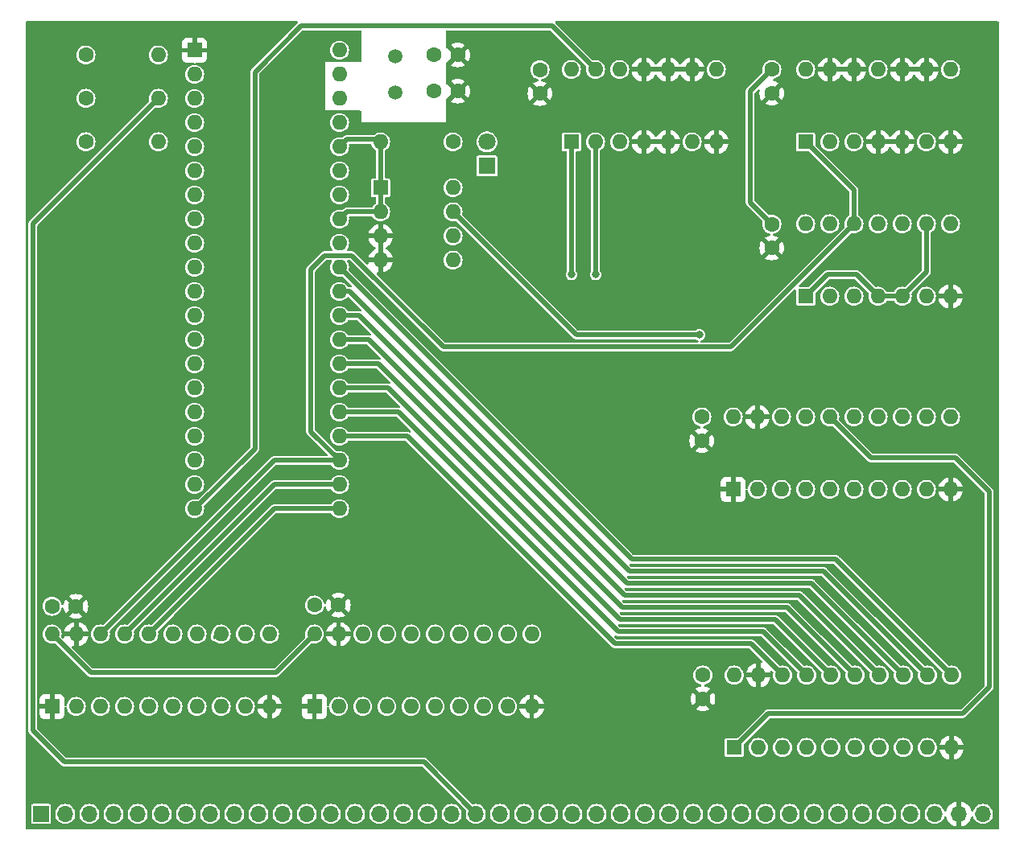
<source format=gbl>
%TF.GenerationSoftware,KiCad,Pcbnew,7.0.1*%
%TF.CreationDate,2024-02-10T18:04:39+00:00*%
%TF.ProjectId,Sys09,53797330-392e-46b6-9963-61645f706362,rev?*%
%TF.SameCoordinates,Original*%
%TF.FileFunction,Copper,L2,Bot*%
%TF.FilePolarity,Positive*%
%FSLAX46Y46*%
G04 Gerber Fmt 4.6, Leading zero omitted, Abs format (unit mm)*
G04 Created by KiCad (PCBNEW 7.0.1) date 2024-02-10 18:04:39*
%MOMM*%
%LPD*%
G01*
G04 APERTURE LIST*
%TA.AperFunction,ComponentPad*%
%ADD10C,1.600000*%
%TD*%
%TA.AperFunction,ComponentPad*%
%ADD11O,1.600000X1.600000*%
%TD*%
%TA.AperFunction,ComponentPad*%
%ADD12R,1.600000X1.600000*%
%TD*%
%TA.AperFunction,ComponentPad*%
%ADD13C,1.500000*%
%TD*%
%TA.AperFunction,ComponentPad*%
%ADD14C,1.800000*%
%TD*%
%TA.AperFunction,ComponentPad*%
%ADD15R,1.800000X1.800000*%
%TD*%
%TA.AperFunction,ComponentPad*%
%ADD16O,1.700000X1.700000*%
%TD*%
%TA.AperFunction,ComponentPad*%
%ADD17R,1.700000X1.700000*%
%TD*%
%TA.AperFunction,ViaPad*%
%ADD18C,0.800000*%
%TD*%
%TA.AperFunction,Conductor*%
%ADD19C,0.508000*%
%TD*%
%TA.AperFunction,Conductor*%
%ADD20C,0.250000*%
%TD*%
G04 APERTURE END LIST*
D10*
%TO.P,C6,2*%
%TO.N,GND*%
X127762000Y-89398000D03*
%TO.P,C6,1*%
%TO.N,+5V*%
X127762000Y-86898000D03*
%TD*%
D11*
%TO.P,U3,14,VCC*%
%TO.N,+5V*%
X131318000Y-86868000D03*
%TO.P,U3,13*%
%TO.N,Net-(U3-Pad13)*%
X133858000Y-86868000D03*
%TO.P,U3,12*%
%TO.N,/CPU/AD15*%
X136398000Y-86868000D03*
%TO.P,U3,11*%
%TO.N,/CPU/~{IROMEN}*%
X138938000Y-86868000D03*
%TO.P,U3,10*%
%TO.N,Net-(U3-Pad10)*%
X141478000Y-86868000D03*
%TO.P,U3,9*%
%TO.N,/CPU/IE*%
X144018000Y-86868000D03*
%TO.P,U3,8*%
%TO.N,/CPU/~{IWMEM}*%
X146558000Y-86868000D03*
%TO.P,U3,7,GND*%
%TO.N,GND*%
X146558000Y-94488000D03*
%TO.P,U3,6*%
%TO.N,Net-(U3-Pad10)*%
X144018000Y-94488000D03*
%TO.P,U3,5*%
%TO.N,/CPU/IE*%
X141478000Y-94488000D03*
%TO.P,U3,4*%
X138938000Y-94488000D03*
%TO.P,U3,3*%
%TO.N,/CPU/~{IRMEM}*%
X136398000Y-94488000D03*
%TO.P,U3,2*%
%TO.N,/CPU/IRW*%
X133858000Y-94488000D03*
D12*
%TO.P,U3,1*%
%TO.N,/CPU/IE*%
X131318000Y-94488000D03*
%TD*%
D11*
%TO.P,U5,14,VCC*%
%TO.N,+5V*%
X131318000Y-70622000D03*
%TO.P,U5,13*%
%TO.N,GND*%
X133858000Y-70622000D03*
%TO.P,U5,12*%
X136398000Y-70622000D03*
%TO.P,U5,11*%
%TO.N,unconnected-(U5-Pad11)*%
X138938000Y-70622000D03*
%TO.P,U5,10*%
%TO.N,GND*%
X141478000Y-70622000D03*
%TO.P,U5,9*%
X144018000Y-70622000D03*
%TO.P,U5,8*%
%TO.N,unconnected-(U5-Pad8)*%
X146558000Y-70622000D03*
%TO.P,U5,7,GND*%
%TO.N,GND*%
X146558000Y-78242000D03*
%TO.P,U5,6*%
%TO.N,unconnected-(U5-Pad6)*%
X144018000Y-78242000D03*
%TO.P,U5,5*%
%TO.N,GND*%
X141478000Y-78242000D03*
%TO.P,U5,4*%
X138938000Y-78242000D03*
%TO.P,U5,3*%
%TO.N,/CPU/~{IIOEN}*%
X136398000Y-78242000D03*
%TO.P,U5,2*%
%TO.N,Net-(U4-Pad12)*%
X133858000Y-78242000D03*
D12*
%TO.P,U5,1*%
%TO.N,/CPU/AD15*%
X131318000Y-78242000D03*
%TD*%
D11*
%TO.P,R4,2*%
%TO.N,Net-(U1-~{FIRQ})*%
X63246000Y-78232000D03*
D10*
%TO.P,R4,1*%
%TO.N,+5V*%
X55626000Y-78232000D03*
%TD*%
D11*
%TO.P,R1,2*%
%TO.N,+5V*%
X86604000Y-78242000D03*
D10*
%TO.P,R1,1*%
%TO.N,Net-(D1-A)*%
X94224000Y-78242000D03*
%TD*%
D11*
%TO.P,U1,40,~{HALT}*%
%TO.N,+5V*%
X82291000Y-68595000D03*
%TO.P,U1,39,XTAL*%
%TO.N,Net-(U1-XTAL)*%
X82291000Y-71135000D03*
%TO.P,U1,38,EXTAL*%
%TO.N,Net-(U1-EXTAL)*%
X82291000Y-73675000D03*
%TO.P,U1,37,~{RESET}*%
%TO.N,/CPU/~{IRST}*%
X82291000Y-76215000D03*
%TO.P,U1,36,MRDY*%
%TO.N,+5V*%
X82291000Y-78755000D03*
%TO.P,U1,35,Q*%
%TO.N,unconnected-(U1-Q-Pad35)*%
X82291000Y-81295000D03*
%TO.P,U1,34,E*%
%TO.N,/CPU/IE*%
X82291000Y-83835000D03*
%TO.P,U1,33,~{DMA/BREQ}*%
%TO.N,+5V*%
X82291000Y-86375000D03*
%TO.P,U1,32,R/~{W}*%
%TO.N,/CPU/IRW*%
X82291000Y-88915000D03*
%TO.P,U1,31,D0*%
%TO.N,/CPU/DA0*%
X82291000Y-91455000D03*
%TO.P,U1,30,D1*%
%TO.N,/CPU/DA1*%
X82291000Y-93995000D03*
%TO.P,U1,29,D2*%
%TO.N,/CPU/DA2*%
X82291000Y-96535000D03*
%TO.P,U1,28,D3*%
%TO.N,/CPU/DA3*%
X82291000Y-99075000D03*
%TO.P,U1,27,D4*%
%TO.N,/CPU/DA4*%
X82291000Y-101615000D03*
%TO.P,U1,26,D5*%
%TO.N,/CPU/DA5*%
X82291000Y-104155000D03*
%TO.P,U1,25,D6*%
%TO.N,/CPU/DA6*%
X82291000Y-106695000D03*
%TO.P,U1,24,D7*%
%TO.N,/CPU/DA7*%
X82291000Y-109235000D03*
%TO.P,U1,23,A15*%
%TO.N,/CPU/AD15*%
X82291000Y-111775000D03*
%TO.P,U1,22,A14*%
%TO.N,/CPU/AD14*%
X82291000Y-114315000D03*
%TO.P,U1,21,A13*%
%TO.N,/CPU/AD13*%
X82291000Y-116855000D03*
%TO.P,U1,20,A12*%
%TO.N,/CPU/AD12*%
X67051000Y-116855000D03*
%TO.P,U1,19,A11*%
%TO.N,/CPU/AD11*%
X67051000Y-114315000D03*
%TO.P,U1,18,A10*%
%TO.N,/CPU/AD10*%
X67051000Y-111775000D03*
%TO.P,U1,17,A9*%
%TO.N,/CPU/AD9*%
X67051000Y-109235000D03*
%TO.P,U1,16,A8*%
%TO.N,/CPU/AD8*%
X67051000Y-106695000D03*
%TO.P,U1,15,A7*%
%TO.N,/CPU/AD7*%
X67051000Y-104155000D03*
%TO.P,U1,14,A6*%
%TO.N,/CPU/AD6*%
X67051000Y-101615000D03*
%TO.P,U1,13,A5*%
%TO.N,/CPU/AD5*%
X67051000Y-99075000D03*
%TO.P,U1,12,A4*%
%TO.N,/CPU/AD4*%
X67051000Y-96535000D03*
%TO.P,U1,11,A3*%
%TO.N,/CPU/AD3*%
X67051000Y-93995000D03*
%TO.P,U1,10,A2*%
%TO.N,/CPU/AD2*%
X67051000Y-91455000D03*
%TO.P,U1,9,A1*%
%TO.N,/CPU/AD1*%
X67051000Y-88915000D03*
%TO.P,U1,8,A0*%
%TO.N,/CPU/AD0*%
X67051000Y-86375000D03*
%TO.P,U1,7,VCC*%
%TO.N,+5V*%
X67051000Y-83835000D03*
%TO.P,U1,6,BA*%
%TO.N,unconnected-(U1-BA-Pad6)*%
X67051000Y-81295000D03*
%TO.P,U1,5,BS*%
%TO.N,unconnected-(U1-BS-Pad5)*%
X67051000Y-78755000D03*
%TO.P,U1,4,~{FIRQ}*%
%TO.N,Net-(U1-~{FIRQ})*%
X67051000Y-76215000D03*
%TO.P,U1,3,~{IRQ}*%
%TO.N,/CPU/~{IRQ}*%
X67051000Y-73675000D03*
%TO.P,U1,2,~{NMI}*%
%TO.N,Net-(U1-~{NMI})*%
X67051000Y-71135000D03*
D12*
%TO.P,U1,1,VSS*%
%TO.N,GND*%
X67051000Y-68595000D03*
%TD*%
D11*
%TO.P,R2,2*%
%TO.N,Net-(U1-~{NMI})*%
X63246000Y-69088000D03*
D10*
%TO.P,R2,1*%
%TO.N,+5V*%
X55626000Y-69088000D03*
%TD*%
D13*
%TO.P,Y1,2,2*%
%TO.N,Net-(U1-EXTAL)*%
X88138000Y-73020000D03*
%TO.P,Y1,1,1*%
%TO.N,Net-(U1-XTAL)*%
X88138000Y-69220000D03*
%TD*%
D11*
%TO.P,U4,14,VCC*%
%TO.N,+5V*%
X106680000Y-70622000D03*
%TO.P,U4,13*%
%TO.N,/CPU/AD12*%
X109220000Y-70622000D03*
%TO.P,U4,12*%
%TO.N,Net-(U4-Pad12)*%
X111760000Y-70622000D03*
%TO.P,U4,11*%
%TO.N,GND*%
X114300000Y-70622000D03*
%TO.P,U4,10*%
X116840000Y-70622000D03*
%TO.P,U4,9*%
X119380000Y-70622000D03*
%TO.P,U4,8*%
%TO.N,unconnected-(U4-Pad8)*%
X121920000Y-70622000D03*
%TO.P,U4,7,GND*%
%TO.N,GND*%
X121920000Y-78242000D03*
%TO.P,U4,6*%
%TO.N,Net-(U3-Pad13)*%
X119380000Y-78242000D03*
%TO.P,U4,5*%
%TO.N,GND*%
X116840000Y-78242000D03*
%TO.P,U4,4*%
X114300000Y-78242000D03*
%TO.P,U4,3*%
%TO.N,Net-(U4-Pad12)*%
X111760000Y-78242000D03*
%TO.P,U4,2*%
%TO.N,/CPU/AD13*%
X109220000Y-78242000D03*
D12*
%TO.P,U4,1*%
%TO.N,/CPU/AD14*%
X106680000Y-78242000D03*
%TD*%
D10*
%TO.P,C1,2*%
%TO.N,Net-(U1-XTAL)*%
X92222000Y-69088000D03*
%TO.P,C1,1*%
%TO.N,GND*%
X94722000Y-69088000D03*
%TD*%
D12*
%TO.P,U9,1,A->B*%
%TO.N,GND*%
X123698000Y-114818000D03*
D11*
%TO.P,U9,2,A0*%
%TO.N,/CPU/~{RST}*%
X126238000Y-114818000D03*
%TO.P,U9,3,A1*%
%TO.N,/CPU/E*%
X128778000Y-114818000D03*
%TO.P,U9,4,A2*%
%TO.N,/CPU/RW*%
X131318000Y-114818000D03*
%TO.P,U9,5,A3*%
%TO.N,/CPU/~{IOEN}*%
X133858000Y-114818000D03*
%TO.P,U9,6,A4*%
%TO.N,/CPU/~{RMEM}*%
X136398000Y-114818000D03*
%TO.P,U9,7,A5*%
%TO.N,/CPU/~{ROMEN}*%
X138938000Y-114818000D03*
%TO.P,U9,8,A6*%
%TO.N,/CPU/~{WMEM}*%
X141478000Y-114818000D03*
%TO.P,U9,9,A7*%
%TO.N,unconnected-(U9-A7-Pad9)*%
X144018000Y-114818000D03*
%TO.P,U9,10,GND*%
%TO.N,GND*%
X146558000Y-114818000D03*
%TO.P,U9,11,B7*%
%TO.N,unconnected-(U9-B7-Pad11)*%
X146558000Y-107198000D03*
%TO.P,U9,12,B6*%
%TO.N,/CPU/~{IWMEM}*%
X144018000Y-107198000D03*
%TO.P,U9,13,B5*%
%TO.N,/CPU/~{IROMEN}*%
X141478000Y-107198000D03*
%TO.P,U9,14,B4*%
%TO.N,/CPU/~{IRMEM}*%
X138938000Y-107198000D03*
%TO.P,U9,15,B3*%
%TO.N,/CPU/~{IIOEN}*%
X136398000Y-107198000D03*
%TO.P,U9,16,B2*%
%TO.N,/CPU/IRW*%
X133858000Y-107198000D03*
%TO.P,U9,17,B1*%
%TO.N,/CPU/IE*%
X131318000Y-107198000D03*
%TO.P,U9,18,B0*%
%TO.N,/CPU/~{IRST}*%
X128778000Y-107198000D03*
%TO.P,U9,19,CE*%
%TO.N,GND*%
X126238000Y-107198000D03*
%TO.P,U9,20,VCC*%
%TO.N,+5V*%
X123698000Y-107198000D03*
%TD*%
%TO.P,R3,2*%
%TO.N,/CPU/~{IRQ}*%
X63246000Y-73660000D03*
D10*
%TO.P,R3,1*%
%TO.N,+5V*%
X55626000Y-73660000D03*
%TD*%
D11*
%TO.P,U2,8,RESET*%
%TO.N,/CPU/IRST*%
X94234000Y-83068000D03*
%TO.P,U2,7,-RESET*%
%TO.N,/CPU/~{IRST}*%
X94234000Y-85608000D03*
%TO.P,U2,6,NC*%
%TO.N,unconnected-(U2-NC-Pad6)*%
X94234000Y-88148000D03*
%TO.P,U2,5,-PFO*%
%TO.N,unconnected-(U2--PFO-Pad5)*%
X94234000Y-90688000D03*
%TO.P,U2,4,PFI*%
%TO.N,GND*%
X86614000Y-90688000D03*
%TO.P,U2,3,GND*%
X86614000Y-88148000D03*
%TO.P,U2,2,VCC*%
%TO.N,+5V*%
X86614000Y-85608000D03*
D12*
%TO.P,U2,1,-MR*%
X86614000Y-83068000D03*
%TD*%
D14*
%TO.P,D1,2,A*%
%TO.N,Net-(D1-A)*%
X97790000Y-78247000D03*
D15*
%TO.P,D1,1,K*%
%TO.N,/CPU/IRST*%
X97790000Y-80787000D03*
%TD*%
D10*
%TO.P,C2,2*%
%TO.N,Net-(U1-EXTAL)*%
X92222000Y-72898000D03*
%TO.P,C2,1*%
%TO.N,GND*%
X94722000Y-72898000D03*
%TD*%
%TO.P,C5,2*%
%TO.N,GND*%
X103378000Y-73142000D03*
%TO.P,C5,1*%
%TO.N,+5V*%
X103378000Y-70642000D03*
%TD*%
%TO.P,C3,2*%
%TO.N,GND*%
X127762000Y-73122000D03*
%TO.P,C3,1*%
%TO.N,+5V*%
X127762000Y-70622000D03*
%TD*%
%TO.P,C4,1*%
%TO.N,+5V*%
X120396000Y-107198000D03*
%TO.P,C4,2*%
%TO.N,GND*%
X120396000Y-109698000D03*
%TD*%
D12*
%TO.P,U7,1,A->B*%
%TO.N,GND*%
X79648000Y-137668000D03*
D11*
%TO.P,U7,2,A0*%
%TO.N,/CPU/A7*%
X82188000Y-137668000D03*
%TO.P,U7,3,A1*%
%TO.N,/CPU/A6*%
X84728000Y-137668000D03*
%TO.P,U7,4,A2*%
%TO.N,/CPU/A5*%
X87268000Y-137668000D03*
%TO.P,U7,5,A3*%
%TO.N,/CPU/A4*%
X89808000Y-137668000D03*
%TO.P,U7,6,A4*%
%TO.N,/CPU/A3*%
X92348000Y-137668000D03*
%TO.P,U7,7,A5*%
%TO.N,/CPU/A2*%
X94888000Y-137668000D03*
%TO.P,U7,8,A6*%
%TO.N,/CPU/A1*%
X97428000Y-137668000D03*
%TO.P,U7,9,A7*%
%TO.N,/CPU/A0*%
X99968000Y-137668000D03*
%TO.P,U7,10,GND*%
%TO.N,GND*%
X102508000Y-137668000D03*
%TO.P,U7,11,B7*%
%TO.N,/CPU/AD0*%
X102508000Y-130048000D03*
%TO.P,U7,12,B6*%
%TO.N,/CPU/AD1*%
X99968000Y-130048000D03*
%TO.P,U7,13,B5*%
%TO.N,/CPU/AD2*%
X97428000Y-130048000D03*
%TO.P,U7,14,B4*%
%TO.N,/CPU/AD3*%
X94888000Y-130048000D03*
%TO.P,U7,15,B3*%
%TO.N,/CPU/AD4*%
X92348000Y-130048000D03*
%TO.P,U7,16,B2*%
%TO.N,/CPU/AD5*%
X89808000Y-130048000D03*
%TO.P,U7,17,B1*%
%TO.N,/CPU/AD6*%
X87268000Y-130048000D03*
%TO.P,U7,18,B0*%
%TO.N,/CPU/AD7*%
X84728000Y-130048000D03*
%TO.P,U7,19,CE*%
%TO.N,GND*%
X82188000Y-130048000D03*
%TO.P,U7,20,VCC*%
%TO.N,+5V*%
X79648000Y-130048000D03*
%TD*%
D10*
%TO.P,C9,1*%
%TO.N,+5V*%
X52070000Y-127124000D03*
%TO.P,C9,2*%
%TO.N,GND*%
X54570000Y-127124000D03*
%TD*%
D11*
%TO.P,U8,20,VCC*%
%TO.N,+5V*%
X52070000Y-130048000D03*
%TO.P,U8,19,CE*%
%TO.N,GND*%
X54610000Y-130048000D03*
%TO.P,U8,18,B0*%
%TO.N,/CPU/AD15*%
X57150000Y-130048000D03*
%TO.P,U8,17,B1*%
%TO.N,/CPU/AD14*%
X59690000Y-130048000D03*
%TO.P,U8,16,B2*%
%TO.N,/CPU/AD13*%
X62230000Y-130048000D03*
%TO.P,U8,15,B3*%
%TO.N,/CPU/AD12*%
X64770000Y-130048000D03*
%TO.P,U8,14,B4*%
%TO.N,/CPU/AD11*%
X67310000Y-130048000D03*
%TO.P,U8,13,B5*%
%TO.N,/CPU/AD10*%
X69850000Y-130048000D03*
%TO.P,U8,12,B6*%
%TO.N,/CPU/AD9*%
X72390000Y-130048000D03*
%TO.P,U8,11,B7*%
%TO.N,/CPU/AD8*%
X74930000Y-130048000D03*
%TO.P,U8,10,GND*%
%TO.N,GND*%
X74930000Y-137668000D03*
%TO.P,U8,9,A7*%
%TO.N,/CPU/A8*%
X72390000Y-137668000D03*
%TO.P,U8,8,A6*%
%TO.N,/CPU/A9*%
X69850000Y-137668000D03*
%TO.P,U8,7,A5*%
%TO.N,/CPU/A10*%
X67310000Y-137668000D03*
%TO.P,U8,6,A4*%
%TO.N,/CPU/A11*%
X64770000Y-137668000D03*
%TO.P,U8,5,A3*%
%TO.N,/CPU/A12*%
X62230000Y-137668000D03*
%TO.P,U8,4,A2*%
%TO.N,/CPU/A13*%
X59690000Y-137668000D03*
%TO.P,U8,3,A1*%
%TO.N,/CPU/A14*%
X57150000Y-137668000D03*
%TO.P,U8,2,A0*%
%TO.N,/CPU/A15*%
X54610000Y-137668000D03*
D12*
%TO.P,U8,1,A->B*%
%TO.N,GND*%
X52070000Y-137668000D03*
%TD*%
D16*
%TO.P,J1,40,Pin_40*%
%TO.N,+5V*%
X149963000Y-148968000D03*
%TO.P,J1,39,Pin_39*%
%TO.N,GND*%
X147423000Y-148968000D03*
%TO.P,J1,38,Pin_38*%
%TO.N,unconnected-(J1-Pin_38-Pad38)*%
X144883000Y-148968000D03*
%TO.P,J1,37,Pin_37*%
%TO.N,unconnected-(J1-Pin_37-Pad37)*%
X142343000Y-148968000D03*
%TO.P,J1,36,Pin_36*%
%TO.N,/CPU/D0*%
X139803000Y-148968000D03*
%TO.P,J1,35,Pin_35*%
%TO.N,/CPU/D1*%
X137263000Y-148968000D03*
%TO.P,J1,34,Pin_34*%
%TO.N,/CPU/D2*%
X134723000Y-148968000D03*
%TO.P,J1,33,Pin_33*%
%TO.N,/CPU/D3*%
X132183000Y-148968000D03*
%TO.P,J1,32,Pin_32*%
%TO.N,/CPU/D4*%
X129643000Y-148968000D03*
%TO.P,J1,31,Pin_31*%
%TO.N,/CPU/D5*%
X127103000Y-148968000D03*
%TO.P,J1,30,Pin_30*%
%TO.N,/CPU/D6*%
X124563000Y-148968000D03*
%TO.P,J1,29,Pin_29*%
%TO.N,/CPU/D7*%
X122023000Y-148968000D03*
%TO.P,J1,28,Pin_28*%
%TO.N,unconnected-(J1-Pin_28-Pad28)*%
X119483000Y-148968000D03*
%TO.P,J1,27,Pin_27*%
%TO.N,unconnected-(J1-Pin_27-Pad27)*%
X116943000Y-148968000D03*
%TO.P,J1,26,Pin_26*%
%TO.N,/CPU/~{WMEM}*%
X114403000Y-148968000D03*
%TO.P,J1,25,Pin_25*%
%TO.N,/CPU/~{ROMEN}*%
X111863000Y-148968000D03*
%TO.P,J1,24,Pin_24*%
%TO.N,/CPU/~{RMEM}*%
X109323000Y-148968000D03*
%TO.P,J1,23,Pin_23*%
%TO.N,/CPU/~{IOEN}*%
X106783000Y-148968000D03*
%TO.P,J1,22,Pin_22*%
%TO.N,/CPU/RW*%
X104243000Y-148968000D03*
%TO.P,J1,21,Pin_21*%
%TO.N,/CPU/E*%
X101703000Y-148968000D03*
%TO.P,J1,20,Pin_20*%
%TO.N,/CPU/~{RST}*%
X99163000Y-148968000D03*
%TO.P,J1,19,Pin_19*%
%TO.N,/CPU/~{IRQ}*%
X96623000Y-148968000D03*
%TO.P,J1,18,Pin_18*%
%TO.N,unconnected-(J1-Pin_18-Pad18)*%
X94083000Y-148968000D03*
%TO.P,J1,17,Pin_17*%
%TO.N,unconnected-(J1-Pin_17-Pad17)*%
X91543000Y-148968000D03*
%TO.P,J1,16,Pin_16*%
%TO.N,/CPU/A0*%
X89003000Y-148968000D03*
%TO.P,J1,15,Pin_15*%
%TO.N,/CPU/A1*%
X86463000Y-148968000D03*
%TO.P,J1,14,Pin_14*%
%TO.N,/CPU/A2*%
X83923000Y-148968000D03*
%TO.P,J1,13,Pin_13*%
%TO.N,/CPU/A3*%
X81383000Y-148968000D03*
%TO.P,J1,12,Pin_12*%
%TO.N,/CPU/A4*%
X78843000Y-148968000D03*
%TO.P,J1,11,Pin_11*%
%TO.N,/CPU/A5*%
X76303000Y-148968000D03*
%TO.P,J1,10,Pin_10*%
%TO.N,/CPU/A6*%
X73763000Y-148968000D03*
%TO.P,J1,9,Pin_9*%
%TO.N,/CPU/A7*%
X71223000Y-148968000D03*
%TO.P,J1,8,Pin_8*%
%TO.N,/CPU/A8*%
X68683000Y-148968000D03*
%TO.P,J1,7,Pin_7*%
%TO.N,/CPU/A9*%
X66143000Y-148968000D03*
%TO.P,J1,6,Pin_6*%
%TO.N,/CPU/A10*%
X63603000Y-148968000D03*
%TO.P,J1,5,Pin_5*%
%TO.N,/CPU/A11*%
X61063000Y-148968000D03*
%TO.P,J1,4,Pin_4*%
%TO.N,/CPU/A12*%
X58523000Y-148968000D03*
%TO.P,J1,3,Pin_3*%
%TO.N,/CPU/A13*%
X55983000Y-148968000D03*
%TO.P,J1,2,Pin_2*%
%TO.N,/CPU/A14*%
X53443000Y-148968000D03*
D17*
%TO.P,J1,1,Pin_1*%
%TO.N,/CPU/A15*%
X50903000Y-148968000D03*
%TD*%
D10*
%TO.P,C8,2*%
%TO.N,GND*%
X120504000Y-136866000D03*
%TO.P,C8,1*%
%TO.N,+5V*%
X120504000Y-134366000D03*
%TD*%
D11*
%TO.P,U6,20,VCC*%
%TO.N,+5V*%
X123801000Y-134366000D03*
%TO.P,U6,19,CE*%
%TO.N,GND*%
X126341000Y-134366000D03*
%TO.P,U6,18,B0*%
%TO.N,/CPU/DA7*%
X128881000Y-134366000D03*
%TO.P,U6,17,B1*%
%TO.N,/CPU/DA6*%
X131421000Y-134366000D03*
%TO.P,U6,16,B2*%
%TO.N,/CPU/DA5*%
X133961000Y-134366000D03*
%TO.P,U6,15,B3*%
%TO.N,/CPU/DA4*%
X136501000Y-134366000D03*
%TO.P,U6,14,B4*%
%TO.N,/CPU/DA3*%
X139041000Y-134366000D03*
%TO.P,U6,13,B5*%
%TO.N,/CPU/DA2*%
X141581000Y-134366000D03*
%TO.P,U6,12,B6*%
%TO.N,/CPU/DA1*%
X144121000Y-134366000D03*
%TO.P,U6,11,B7*%
%TO.N,/CPU/DA0*%
X146661000Y-134366000D03*
%TO.P,U6,10,GND*%
%TO.N,GND*%
X146661000Y-141986000D03*
%TO.P,U6,9,A7*%
%TO.N,/CPU/D0*%
X144121000Y-141986000D03*
%TO.P,U6,8,A6*%
%TO.N,/CPU/D1*%
X141581000Y-141986000D03*
%TO.P,U6,7,A5*%
%TO.N,/CPU/D2*%
X139041000Y-141986000D03*
%TO.P,U6,6,A4*%
%TO.N,/CPU/D3*%
X136501000Y-141986000D03*
%TO.P,U6,5,A3*%
%TO.N,/CPU/D4*%
X133961000Y-141986000D03*
%TO.P,U6,4,A2*%
%TO.N,/CPU/D5*%
X131421000Y-141986000D03*
%TO.P,U6,3,A1*%
%TO.N,/CPU/D6*%
X128881000Y-141986000D03*
%TO.P,U6,2,A0*%
%TO.N,/CPU/D7*%
X126341000Y-141986000D03*
D12*
%TO.P,U6,1,A->B*%
%TO.N,/CPU/IRW*%
X123801000Y-141986000D03*
%TD*%
D10*
%TO.P,C7,2*%
%TO.N,GND*%
X82168000Y-127000000D03*
%TO.P,C7,1*%
%TO.N,+5V*%
X79668000Y-127000000D03*
%TD*%
D18*
%TO.N,/CPU/~{IRST}*%
X120142000Y-98552000D03*
%TO.N,/CPU/AD13*%
X109220000Y-92202000D03*
%TO.N,/CPU/AD14*%
X106680000Y-92202000D03*
%TD*%
D19*
%TO.N,/CPU/DA6*%
X126849000Y-129794000D02*
X131421000Y-134366000D01*
X111569500Y-129794000D02*
X126849000Y-129794000D01*
X88470500Y-106695000D02*
X111569500Y-129794000D01*
X82291000Y-106695000D02*
X88470500Y-106695000D01*
%TO.N,/CPU/DA7*%
X111252000Y-131064000D02*
X125579000Y-131064000D01*
X89423000Y-109235000D02*
X111252000Y-131064000D01*
X125579000Y-131064000D02*
X128881000Y-134366000D01*
X82291000Y-109235000D02*
X89423000Y-109235000D01*
%TO.N,/CPU/DA0*%
X134469000Y-122174000D02*
X146661000Y-134366000D01*
X113010000Y-122174000D02*
X134469000Y-122174000D01*
X82291000Y-91455000D02*
X113010000Y-122174000D01*
%TO.N,/CPU/DA1*%
X133199000Y-123444000D02*
X144121000Y-134366000D01*
X83327000Y-93995000D02*
X112776000Y-123444000D01*
X82291000Y-93995000D02*
X83327000Y-93995000D01*
X112776000Y-123444000D02*
X133199000Y-123444000D01*
%TO.N,/CPU/IE*%
X133604000Y-92202000D02*
X136652000Y-92202000D01*
X131318000Y-94488000D02*
X133604000Y-92202000D01*
X136652000Y-92202000D02*
X138938000Y-94488000D01*
X144018000Y-91948000D02*
X141478000Y-94488000D01*
X144018000Y-86868000D02*
X144018000Y-91948000D01*
X138938000Y-94488000D02*
X141478000Y-94488000D01*
%TO.N,+5V*%
X125476000Y-84612000D02*
X127762000Y-86898000D01*
X125476000Y-72908000D02*
X125476000Y-84612000D01*
X127762000Y-70622000D02*
X125476000Y-72908000D01*
%TO.N,/CPU/~{IRST}*%
X107178000Y-98552000D02*
X94234000Y-85608000D01*
X120142000Y-98552000D02*
X107178000Y-98552000D01*
%TO.N,/CPU/AD14*%
X106680000Y-92202000D02*
X106680000Y-78242000D01*
%TO.N,/CPU/AD13*%
X109220000Y-92202000D02*
X109220000Y-78242000D01*
%TO.N,+5V*%
X83058000Y-85608000D02*
X82291000Y-86375000D01*
X86614000Y-85608000D02*
X83058000Y-85608000D01*
%TO.N,/CPU/AD15*%
X93218000Y-99822000D02*
X123444000Y-99822000D01*
X83597000Y-90201000D02*
X93218000Y-99822000D01*
X80741000Y-90201000D02*
X83597000Y-90201000D01*
X79248000Y-91694000D02*
X80741000Y-90201000D01*
X79248000Y-108732000D02*
X79248000Y-91694000D01*
X82291000Y-111775000D02*
X79248000Y-108732000D01*
X123444000Y-99822000D02*
X136398000Y-86868000D01*
X136398000Y-83322000D02*
X131318000Y-78242000D01*
X136398000Y-86868000D02*
X136398000Y-83322000D01*
%TO.N,/CPU/DA5*%
X111760000Y-128524000D02*
X87391000Y-104155000D01*
X128119000Y-128524000D02*
X111760000Y-128524000D01*
X87391000Y-104155000D02*
X82291000Y-104155000D01*
X133961000Y-134366000D02*
X128119000Y-128524000D01*
%TO.N,/CPU/DA4*%
X129389000Y-127254000D02*
X136501000Y-134366000D01*
X112014000Y-127254000D02*
X129389000Y-127254000D01*
X86375000Y-101615000D02*
X112014000Y-127254000D01*
X82291000Y-101615000D02*
X86375000Y-101615000D01*
%TO.N,/CPU/DA3*%
X130659000Y-125984000D02*
X139041000Y-134366000D01*
X112268000Y-125984000D02*
X130659000Y-125984000D01*
X85359000Y-99075000D02*
X112268000Y-125984000D01*
X82291000Y-99075000D02*
X85359000Y-99075000D01*
%TO.N,/CPU/DA2*%
X112522000Y-124714000D02*
X84343000Y-96535000D01*
X131929000Y-124714000D02*
X112522000Y-124714000D01*
X141581000Y-134366000D02*
X131929000Y-124714000D01*
X84343000Y-96535000D02*
X82291000Y-96535000D01*
%TO.N,/CPU/IRW*%
X138166000Y-111506000D02*
X133858000Y-107198000D01*
X147066000Y-111506000D02*
X138166000Y-111506000D01*
X150622000Y-135636000D02*
X150622000Y-115062000D01*
X127357000Y-138430000D02*
X147828000Y-138430000D01*
X150622000Y-115062000D02*
X147066000Y-111506000D01*
X123801000Y-141986000D02*
X127357000Y-138430000D01*
X147828000Y-138430000D02*
X150622000Y-135636000D01*
%TO.N,/CPU/AD12*%
X109220000Y-70612000D02*
X109220000Y-70622000D01*
X78232000Y-66040000D02*
X104648000Y-66040000D01*
X73385000Y-70887000D02*
X78232000Y-66040000D01*
X73385000Y-110521000D02*
X73385000Y-70887000D01*
X67051000Y-116855000D02*
X73385000Y-110521000D01*
X104648000Y-66040000D02*
X109220000Y-70612000D01*
%TO.N,+5V*%
X75584000Y-134112000D02*
X79648000Y-130048000D01*
X56134000Y-134112000D02*
X75584000Y-134112000D01*
X52070000Y-130048000D02*
X56134000Y-134112000D01*
%TO.N,/CPU/AD13*%
X75423000Y-116855000D02*
X82291000Y-116855000D01*
X62230000Y-130048000D02*
X75423000Y-116855000D01*
%TO.N,/CPU/AD14*%
X75423000Y-114315000D02*
X82291000Y-114315000D01*
X59690000Y-130048000D02*
X75423000Y-114315000D01*
%TO.N,/CPU/AD15*%
X75423000Y-111775000D02*
X82291000Y-111775000D01*
X57150000Y-130048000D02*
X75423000Y-111775000D01*
%TO.N,/CPU/~{IRQ}*%
X53340000Y-143510000D02*
X91165000Y-143510000D01*
X50038000Y-140208000D02*
X53340000Y-143510000D01*
X50038000Y-86868000D02*
X50038000Y-140208000D01*
X63246000Y-73660000D02*
X50038000Y-86868000D01*
X91165000Y-143510000D02*
X96623000Y-148968000D01*
%TO.N,+5V*%
X86340000Y-77978000D02*
X86604000Y-78242000D01*
X83068000Y-77978000D02*
X86340000Y-77978000D01*
X82291000Y-78755000D02*
X83068000Y-77978000D01*
D20*
X86614000Y-78252000D02*
X86604000Y-78242000D01*
X86604000Y-83058000D02*
X86614000Y-83068000D01*
D19*
X86604000Y-78242000D02*
X86604000Y-83058000D01*
X86614000Y-85608000D02*
X86614000Y-83068000D01*
%TO.N,/CPU/AD7*%
X67051000Y-104155000D02*
X67071000Y-104155000D01*
%TO.N,/CPU/AD5*%
X89808000Y-129686000D02*
X89808000Y-130048000D01*
%TO.N,/CPU/AD3*%
X94888000Y-129940000D02*
X94888000Y-130048000D01*
D20*
%TO.N,+5V*%
X82804000Y-78242000D02*
X82291000Y-78755000D01*
%TO.N,/CPU/AD10*%
X69088000Y-130172000D02*
X69088000Y-130426000D01*
%TD*%
%TA.AperFunction,Conductor*%
%TO.N,GND*%
G36*
X77852453Y-65545939D02*
G01*
X77896731Y-65584623D01*
X77918212Y-65639355D01*
X77912066Y-65697828D01*
X77879676Y-65746898D01*
X77868273Y-65757478D01*
X77856767Y-65772471D01*
X73086593Y-70542644D01*
X73076227Y-70551908D01*
X73048063Y-70574369D01*
X73015559Y-70622042D01*
X73012879Y-70625820D01*
X72975096Y-70677016D01*
X72972637Y-70681888D01*
X72953880Y-70742696D01*
X72952431Y-70747097D01*
X72931414Y-70807161D01*
X72930500Y-70812546D01*
X72930500Y-70876179D01*
X72930413Y-70880816D01*
X72928032Y-70944421D01*
X72930500Y-70963162D01*
X72930500Y-110281378D01*
X72921061Y-110328831D01*
X72894181Y-110369059D01*
X67412573Y-115850665D01*
X67355022Y-115883268D01*
X67288898Y-115881645D01*
X67247132Y-115868976D01*
X67051000Y-115849659D01*
X66854866Y-115868976D01*
X66666273Y-115926185D01*
X66492463Y-116019089D01*
X66340117Y-116144117D01*
X66215089Y-116296463D01*
X66122185Y-116470273D01*
X66064976Y-116658866D01*
X66045659Y-116855000D01*
X66064976Y-117051133D01*
X66122185Y-117239726D01*
X66122186Y-117239727D01*
X66215090Y-117413538D01*
X66340117Y-117565883D01*
X66492462Y-117690910D01*
X66666273Y-117783814D01*
X66854868Y-117841024D01*
X67051000Y-117860341D01*
X67247132Y-117841024D01*
X67435727Y-117783814D01*
X67609538Y-117690910D01*
X67761883Y-117565883D01*
X67886910Y-117413538D01*
X67979814Y-117239727D01*
X68037024Y-117051132D01*
X68056341Y-116855000D01*
X68037024Y-116658868D01*
X68024353Y-116617101D01*
X68022730Y-116550978D01*
X68055331Y-116493427D01*
X73683406Y-110865352D01*
X73693755Y-110856103D01*
X73721936Y-110833631D01*
X73754453Y-110785934D01*
X73757093Y-110782213D01*
X73791370Y-110735773D01*
X73791371Y-110735768D01*
X73794919Y-110730962D01*
X73797354Y-110726139D01*
X73816123Y-110665292D01*
X73817556Y-110660931D01*
X73836621Y-110606451D01*
X73836621Y-110606447D01*
X73838592Y-110600815D01*
X73839500Y-110595477D01*
X73839500Y-110531821D01*
X73839587Y-110527184D01*
X73841967Y-110463578D01*
X73839500Y-110444838D01*
X73839500Y-87898000D01*
X85335128Y-87898000D01*
X86364000Y-87898000D01*
X86364000Y-86869128D01*
X86864000Y-86869128D01*
X86864000Y-87898000D01*
X87892872Y-87898000D01*
X87892871Y-87897999D01*
X87840266Y-87701673D01*
X87744134Y-87495519D01*
X87613658Y-87309180D01*
X87452819Y-87148341D01*
X87266480Y-87017865D01*
X87060326Y-86921733D01*
X86864000Y-86869128D01*
X86364000Y-86869128D01*
X86363999Y-86869128D01*
X86167673Y-86921733D01*
X85961519Y-87017865D01*
X85775180Y-87148341D01*
X85614341Y-87309180D01*
X85483865Y-87495519D01*
X85387733Y-87701673D01*
X85335128Y-87897999D01*
X85335128Y-87898000D01*
X73839500Y-87898000D01*
X73839500Y-86375000D01*
X81285659Y-86375000D01*
X81304976Y-86571133D01*
X81362185Y-86759726D01*
X81443092Y-86911091D01*
X81455090Y-86933538D01*
X81580117Y-87085883D01*
X81732462Y-87210910D01*
X81906273Y-87303814D01*
X82094868Y-87361024D01*
X82291000Y-87380341D01*
X82487132Y-87361024D01*
X82675727Y-87303814D01*
X82849538Y-87210910D01*
X83001883Y-87085883D01*
X83126910Y-86933538D01*
X83219814Y-86759727D01*
X83277024Y-86571132D01*
X83296341Y-86375000D01*
X83278973Y-86198654D01*
X83291164Y-86131656D01*
X83336896Y-86081199D01*
X83402376Y-86062500D01*
X85648158Y-86062500D01*
X85711907Y-86080142D01*
X85757515Y-86128046D01*
X85778090Y-86166538D01*
X85903117Y-86318883D01*
X86055462Y-86443910D01*
X86229273Y-86536814D01*
X86417868Y-86594024D01*
X86614000Y-86613341D01*
X86810132Y-86594024D01*
X86998727Y-86536814D01*
X87172538Y-86443910D01*
X87324883Y-86318883D01*
X87449910Y-86166538D01*
X87542814Y-85992727D01*
X87600024Y-85804132D01*
X87619341Y-85608000D01*
X87600024Y-85411868D01*
X87542814Y-85223273D01*
X87449910Y-85049462D01*
X87324883Y-84897117D01*
X87172538Y-84772090D01*
X87134046Y-84751515D01*
X87086142Y-84705907D01*
X87068500Y-84642158D01*
X87068500Y-84192500D01*
X87085113Y-84130500D01*
X87130500Y-84085113D01*
X87192500Y-84068500D01*
X87433749Y-84068500D01*
X87462989Y-84062683D01*
X87492231Y-84056867D01*
X87558552Y-84012552D01*
X87602867Y-83946231D01*
X87614500Y-83887748D01*
X87614500Y-83067999D01*
X93228659Y-83067999D01*
X93247976Y-83264133D01*
X93305185Y-83452726D01*
X93305186Y-83452727D01*
X93398090Y-83626538D01*
X93523117Y-83778883D01*
X93675462Y-83903910D01*
X93849273Y-83996814D01*
X94037868Y-84054024D01*
X94234000Y-84073341D01*
X94430132Y-84054024D01*
X94618727Y-83996814D01*
X94792538Y-83903910D01*
X94944883Y-83778883D01*
X95069910Y-83626538D01*
X95162814Y-83452727D01*
X95220024Y-83264132D01*
X95239341Y-83068000D01*
X95220024Y-82871868D01*
X95162814Y-82683273D01*
X95069910Y-82509462D01*
X94944883Y-82357117D01*
X94792538Y-82232090D01*
X94713361Y-82189769D01*
X94618726Y-82139185D01*
X94430133Y-82081976D01*
X94234000Y-82062659D01*
X94037866Y-82081976D01*
X93849273Y-82139185D01*
X93675463Y-82232089D01*
X93523117Y-82357117D01*
X93398089Y-82509463D01*
X93305185Y-82683273D01*
X93247976Y-82871866D01*
X93228659Y-83067999D01*
X87614500Y-83067999D01*
X87614500Y-82248252D01*
X87602867Y-82189769D01*
X87569068Y-82139186D01*
X87558552Y-82123447D01*
X87492230Y-82079132D01*
X87433749Y-82067500D01*
X87433748Y-82067500D01*
X87182500Y-82067500D01*
X87120500Y-82050887D01*
X87075113Y-82005500D01*
X87058500Y-81943500D01*
X87058500Y-81706749D01*
X96689500Y-81706749D01*
X96701132Y-81765230D01*
X96745447Y-81831552D01*
X96811769Y-81875867D01*
X96870251Y-81887500D01*
X96870252Y-81887500D01*
X98709748Y-81887500D01*
X98709749Y-81887500D01*
X98738989Y-81881683D01*
X98768231Y-81875867D01*
X98834552Y-81831552D01*
X98878867Y-81765231D01*
X98890500Y-81706748D01*
X98890500Y-79867252D01*
X98878867Y-79808769D01*
X98846508Y-79760341D01*
X98834552Y-79742447D01*
X98768230Y-79698132D01*
X98709749Y-79686500D01*
X98709748Y-79686500D01*
X96870252Y-79686500D01*
X96870251Y-79686500D01*
X96811769Y-79698132D01*
X96745447Y-79742447D01*
X96701132Y-79808769D01*
X96689500Y-79867251D01*
X96689500Y-81706749D01*
X87058500Y-81706749D01*
X87058500Y-79207842D01*
X87076142Y-79144093D01*
X87124047Y-79098484D01*
X87162538Y-79077910D01*
X87314883Y-78952883D01*
X87439910Y-78800538D01*
X87532814Y-78626727D01*
X87590024Y-78438132D01*
X87609341Y-78242000D01*
X93218659Y-78242000D01*
X93228317Y-78340065D01*
X93237976Y-78438133D01*
X93295185Y-78626726D01*
X93328111Y-78688326D01*
X93388090Y-78800538D01*
X93513117Y-78952883D01*
X93665462Y-79077910D01*
X93839273Y-79170814D01*
X94027868Y-79228024D01*
X94224000Y-79247341D01*
X94420132Y-79228024D01*
X94608727Y-79170814D01*
X94782538Y-79077910D01*
X94934883Y-78952883D01*
X95059910Y-78800538D01*
X95152814Y-78626727D01*
X95210024Y-78438132D01*
X95228849Y-78247000D01*
X96684785Y-78247000D01*
X96703602Y-78450083D01*
X96759418Y-78646251D01*
X96850324Y-78828818D01*
X96973236Y-78991580D01*
X97123958Y-79128981D01*
X97297361Y-79236347D01*
X97297363Y-79236348D01*
X97487544Y-79310024D01*
X97688024Y-79347500D01*
X97891974Y-79347500D01*
X97891976Y-79347500D01*
X98092456Y-79310024D01*
X98282637Y-79236348D01*
X98456041Y-79128981D01*
X98529791Y-79061749D01*
X105679500Y-79061749D01*
X105691132Y-79120230D01*
X105735447Y-79186552D01*
X105801769Y-79230867D01*
X105860251Y-79242500D01*
X105860252Y-79242500D01*
X106101500Y-79242500D01*
X106163500Y-79259113D01*
X106208887Y-79304500D01*
X106225500Y-79366500D01*
X106225500Y-91765794D01*
X106218919Y-91805653D01*
X106199877Y-91841277D01*
X106181626Y-91865064D01*
X106155462Y-91899161D01*
X106094956Y-92045237D01*
X106074317Y-92202000D01*
X106094956Y-92358762D01*
X106155463Y-92504840D01*
X106251717Y-92630282D01*
X106298187Y-92665939D01*
X106377159Y-92726536D01*
X106523238Y-92787044D01*
X106680000Y-92807682D01*
X106836762Y-92787044D01*
X106982841Y-92726536D01*
X107108282Y-92630282D01*
X107204536Y-92504841D01*
X107265044Y-92358762D01*
X107285682Y-92202000D01*
X107265044Y-92045238D01*
X107204536Y-91899159D01*
X107160122Y-91841277D01*
X107141081Y-91805653D01*
X107134500Y-91765794D01*
X107134500Y-79366500D01*
X107151113Y-79304500D01*
X107196500Y-79259113D01*
X107258500Y-79242500D01*
X107499749Y-79242500D01*
X107530681Y-79236347D01*
X107558231Y-79230867D01*
X107624552Y-79186552D01*
X107668867Y-79120231D01*
X107680500Y-79061748D01*
X107680500Y-78242000D01*
X108214659Y-78242000D01*
X108224317Y-78340065D01*
X108233976Y-78438133D01*
X108291185Y-78626726D01*
X108324111Y-78688326D01*
X108384090Y-78800538D01*
X108509117Y-78952883D01*
X108661462Y-79077910D01*
X108699953Y-79098484D01*
X108747858Y-79144093D01*
X108765500Y-79207842D01*
X108765500Y-91765794D01*
X108758919Y-91805653D01*
X108739877Y-91841277D01*
X108721626Y-91865064D01*
X108695462Y-91899161D01*
X108634956Y-92045237D01*
X108614317Y-92202000D01*
X108634956Y-92358762D01*
X108695463Y-92504840D01*
X108791717Y-92630282D01*
X108838187Y-92665939D01*
X108917159Y-92726536D01*
X109063238Y-92787044D01*
X109220000Y-92807682D01*
X109376762Y-92787044D01*
X109522841Y-92726536D01*
X109648282Y-92630282D01*
X109744536Y-92504841D01*
X109805044Y-92358762D01*
X109825682Y-92202000D01*
X109805044Y-92045238D01*
X109744536Y-91899159D01*
X109700122Y-91841277D01*
X109681081Y-91805653D01*
X109674500Y-91765794D01*
X109674500Y-90477026D01*
X127036526Y-90477026D01*
X127109515Y-90528133D01*
X127315673Y-90624266D01*
X127535397Y-90683141D01*
X127762000Y-90702966D01*
X127988602Y-90683141D01*
X128208326Y-90624266D01*
X128414480Y-90528134D01*
X128487472Y-90477025D01*
X127762001Y-89751553D01*
X127762000Y-89751553D01*
X127036526Y-90477025D01*
X127036526Y-90477026D01*
X109674500Y-90477026D01*
X109674500Y-89397999D01*
X126457033Y-89397999D01*
X126476858Y-89624602D01*
X126535733Y-89844326D01*
X126631866Y-90050484D01*
X126682972Y-90123471D01*
X126682974Y-90123472D01*
X127408446Y-89398001D01*
X127408446Y-89398000D01*
X127408445Y-89397999D01*
X128115553Y-89397999D01*
X128841025Y-90123472D01*
X128892134Y-90050480D01*
X128988266Y-89844326D01*
X129047141Y-89624602D01*
X129066966Y-89398000D01*
X129047141Y-89171397D01*
X128988266Y-88951673D01*
X128892133Y-88745515D01*
X128841025Y-88672526D01*
X128115553Y-89397998D01*
X128115553Y-89397999D01*
X127408445Y-89397999D01*
X126682973Y-88672526D01*
X126682973Y-88672527D01*
X126631865Y-88745516D01*
X126535733Y-88951672D01*
X126476858Y-89171397D01*
X126457033Y-89397999D01*
X109674500Y-89397999D01*
X109674500Y-84629186D01*
X125016686Y-84629186D01*
X125027410Y-84685861D01*
X125028187Y-84690431D01*
X125037675Y-84753375D01*
X125039373Y-84758535D01*
X125069113Y-84814807D01*
X125071202Y-84818945D01*
X125098823Y-84876299D01*
X125101960Y-84880720D01*
X125146973Y-84925733D01*
X125150166Y-84929047D01*
X125189423Y-84971356D01*
X125189424Y-84971356D01*
X125193483Y-84975731D01*
X125208474Y-84987234D01*
X126757665Y-86536425D01*
X126790268Y-86593975D01*
X126788645Y-86660099D01*
X126775976Y-86701865D01*
X126756659Y-86897999D01*
X126756659Y-86898000D01*
X126766317Y-86996066D01*
X126775976Y-87094133D01*
X126833185Y-87282726D01*
X126885361Y-87380340D01*
X126926090Y-87456538D01*
X127051117Y-87608883D01*
X127203462Y-87733910D01*
X127377267Y-87826811D01*
X127377273Y-87826814D01*
X127536600Y-87875146D01*
X127590551Y-87908450D01*
X127620986Y-87964070D01*
X127619948Y-88027465D01*
X127587710Y-88082059D01*
X127532698Y-88113581D01*
X127315673Y-88171733D01*
X127109516Y-88267865D01*
X127036527Y-88318973D01*
X127036526Y-88318973D01*
X127762000Y-89044446D01*
X127762001Y-89044446D01*
X128487472Y-88318974D01*
X128487471Y-88318972D01*
X128414484Y-88267866D01*
X128208326Y-88171733D01*
X127991301Y-88113581D01*
X127936289Y-88082059D01*
X127904051Y-88027465D01*
X127903013Y-87964070D01*
X127933448Y-87908450D01*
X127987396Y-87875146D01*
X128146727Y-87826814D01*
X128320538Y-87733910D01*
X128472883Y-87608883D01*
X128597910Y-87456538D01*
X128690814Y-87282727D01*
X128748024Y-87094132D01*
X128767341Y-86898000D01*
X128764386Y-86868000D01*
X130312659Y-86868000D01*
X130331976Y-87064133D01*
X130389185Y-87252726D01*
X130420916Y-87312090D01*
X130482090Y-87426538D01*
X130607117Y-87578883D01*
X130759462Y-87703910D01*
X130933273Y-87796814D01*
X131121868Y-87854024D01*
X131318000Y-87873341D01*
X131514132Y-87854024D01*
X131702727Y-87796814D01*
X131876538Y-87703910D01*
X132028883Y-87578883D01*
X132153910Y-87426538D01*
X132246814Y-87252727D01*
X132304024Y-87064132D01*
X132323341Y-86868000D01*
X132852659Y-86868000D01*
X132871976Y-87064133D01*
X132929185Y-87252726D01*
X132960916Y-87312090D01*
X133022090Y-87426538D01*
X133147117Y-87578883D01*
X133299462Y-87703910D01*
X133473273Y-87796814D01*
X133661868Y-87854024D01*
X133858000Y-87873341D01*
X134054132Y-87854024D01*
X134242727Y-87796814D01*
X134416538Y-87703910D01*
X134568883Y-87578883D01*
X134693910Y-87426538D01*
X134786814Y-87252727D01*
X134844024Y-87064132D01*
X134863341Y-86868000D01*
X134844024Y-86671868D01*
X134786814Y-86483273D01*
X134693910Y-86309462D01*
X134568883Y-86157117D01*
X134416538Y-86032090D01*
X134338304Y-85990273D01*
X134242726Y-85939185D01*
X134054133Y-85881976D01*
X133858000Y-85862659D01*
X133661866Y-85881976D01*
X133473273Y-85939185D01*
X133299463Y-86032089D01*
X133147117Y-86157117D01*
X133022089Y-86309463D01*
X132929185Y-86483273D01*
X132871976Y-86671866D01*
X132852659Y-86868000D01*
X132323341Y-86868000D01*
X132304024Y-86671868D01*
X132246814Y-86483273D01*
X132153910Y-86309462D01*
X132028883Y-86157117D01*
X131876538Y-86032090D01*
X131798304Y-85990273D01*
X131702726Y-85939185D01*
X131514133Y-85881976D01*
X131318000Y-85862659D01*
X131121866Y-85881976D01*
X130933273Y-85939185D01*
X130759463Y-86032089D01*
X130607117Y-86157117D01*
X130482089Y-86309463D01*
X130389185Y-86483273D01*
X130331976Y-86671866D01*
X130312659Y-86868000D01*
X128764386Y-86868000D01*
X128748024Y-86701868D01*
X128690814Y-86513273D01*
X128597910Y-86339462D01*
X128472883Y-86187117D01*
X128320538Y-86062090D01*
X128225921Y-86011516D01*
X128146726Y-85969185D01*
X127958133Y-85911976D01*
X127762000Y-85892659D01*
X127565865Y-85911976D01*
X127524099Y-85924645D01*
X127457975Y-85926268D01*
X127400425Y-85893665D01*
X125966819Y-84460058D01*
X125939939Y-84419830D01*
X125930500Y-84372377D01*
X125930500Y-74201026D01*
X127036526Y-74201026D01*
X127109515Y-74252133D01*
X127315673Y-74348266D01*
X127535397Y-74407141D01*
X127762000Y-74426966D01*
X127988602Y-74407141D01*
X128208326Y-74348266D01*
X128414480Y-74252134D01*
X128487472Y-74201025D01*
X127762001Y-73475553D01*
X127762000Y-73475553D01*
X127036526Y-74201025D01*
X127036526Y-74201026D01*
X125930500Y-74201026D01*
X125930500Y-73147622D01*
X125939939Y-73100169D01*
X125966819Y-73059941D01*
X126111363Y-72915397D01*
X126276088Y-72750670D01*
X126331674Y-72718578D01*
X126395861Y-72718578D01*
X126451448Y-72750671D01*
X126483542Y-72806258D01*
X126483543Y-72870445D01*
X126476858Y-72895393D01*
X126457033Y-73121999D01*
X126476858Y-73348602D01*
X126535733Y-73568326D01*
X126631866Y-73774484D01*
X126682972Y-73847471D01*
X126682973Y-73847472D01*
X127408445Y-73122001D01*
X128115553Y-73122001D01*
X128841025Y-73847472D01*
X128892134Y-73774480D01*
X128988266Y-73568326D01*
X129047141Y-73348602D01*
X129066966Y-73121999D01*
X129047141Y-72895397D01*
X128988266Y-72675673D01*
X128892133Y-72469515D01*
X128841025Y-72396526D01*
X128115553Y-73122000D01*
X128115553Y-73122001D01*
X127408445Y-73122001D01*
X127762000Y-72768447D01*
X128487472Y-72042974D01*
X128487471Y-72042972D01*
X128414484Y-71991866D01*
X128208326Y-71895733D01*
X127991301Y-71837581D01*
X127936289Y-71806059D01*
X127904051Y-71751465D01*
X127903013Y-71688070D01*
X127933448Y-71632450D01*
X127987396Y-71599146D01*
X128146727Y-71550814D01*
X128320538Y-71457910D01*
X128472883Y-71332883D01*
X128597910Y-71180538D01*
X128690814Y-71006727D01*
X128748024Y-70818132D01*
X128767341Y-70622000D01*
X130312659Y-70622000D01*
X130318557Y-70681888D01*
X130331976Y-70818133D01*
X130389185Y-71006726D01*
X130427907Y-71079169D01*
X130482090Y-71180538D01*
X130607117Y-71332883D01*
X130759462Y-71457910D01*
X130933273Y-71550814D01*
X131121868Y-71608024D01*
X131318000Y-71627341D01*
X131514132Y-71608024D01*
X131702727Y-71550814D01*
X131876538Y-71457910D01*
X132028883Y-71332883D01*
X132153910Y-71180538D01*
X132246814Y-71006727D01*
X132287683Y-70872000D01*
X132579128Y-70872000D01*
X132631733Y-71068326D01*
X132727865Y-71274480D01*
X132858341Y-71460819D01*
X133019180Y-71621658D01*
X133205519Y-71752134D01*
X133411673Y-71848266D01*
X133607999Y-71900871D01*
X133608000Y-71900872D01*
X133608000Y-70872000D01*
X134108000Y-70872000D01*
X134108000Y-71900871D01*
X134304326Y-71848266D01*
X134510480Y-71752134D01*
X134696819Y-71621658D01*
X134857658Y-71460819D01*
X134988135Y-71274479D01*
X135015618Y-71215543D01*
X135061375Y-71163367D01*
X135128000Y-71143947D01*
X135194625Y-71163367D01*
X135240382Y-71215543D01*
X135267864Y-71274479D01*
X135398341Y-71460819D01*
X135559180Y-71621658D01*
X135745519Y-71752134D01*
X135951673Y-71848266D01*
X136147999Y-71900871D01*
X136148000Y-71900872D01*
X136148000Y-70872000D01*
X136648000Y-70872000D01*
X136648000Y-71900871D01*
X136844326Y-71848266D01*
X137050480Y-71752134D01*
X137236819Y-71621658D01*
X137397658Y-71460819D01*
X137528134Y-71274480D01*
X137624266Y-71068326D01*
X137676872Y-70872000D01*
X136648000Y-70872000D01*
X136148000Y-70872000D01*
X134108000Y-70872000D01*
X133608000Y-70872000D01*
X132579128Y-70872000D01*
X132287683Y-70872000D01*
X132304024Y-70818132D01*
X132323341Y-70622000D01*
X137932659Y-70622000D01*
X137938557Y-70681888D01*
X137951976Y-70818133D01*
X138009185Y-71006726D01*
X138047907Y-71079169D01*
X138102090Y-71180538D01*
X138227117Y-71332883D01*
X138379462Y-71457910D01*
X138553273Y-71550814D01*
X138741868Y-71608024D01*
X138938000Y-71627341D01*
X139134132Y-71608024D01*
X139322727Y-71550814D01*
X139496538Y-71457910D01*
X139648883Y-71332883D01*
X139773910Y-71180538D01*
X139866814Y-71006727D01*
X139907683Y-70872000D01*
X140199128Y-70872000D01*
X140251733Y-71068326D01*
X140347865Y-71274480D01*
X140478341Y-71460819D01*
X140639180Y-71621658D01*
X140825519Y-71752134D01*
X141031673Y-71848266D01*
X141227999Y-71900871D01*
X141228000Y-71900872D01*
X141228000Y-70872000D01*
X141728000Y-70872000D01*
X141728000Y-71900871D01*
X141924326Y-71848266D01*
X142130480Y-71752134D01*
X142316819Y-71621658D01*
X142477658Y-71460819D01*
X142608135Y-71274479D01*
X142635618Y-71215543D01*
X142681375Y-71163367D01*
X142748000Y-71143947D01*
X142814625Y-71163367D01*
X142860382Y-71215543D01*
X142887864Y-71274479D01*
X143018341Y-71460819D01*
X143179180Y-71621658D01*
X143365519Y-71752134D01*
X143571673Y-71848266D01*
X143768000Y-71900872D01*
X143768000Y-70872000D01*
X144268000Y-70872000D01*
X144268000Y-71900871D01*
X144464326Y-71848266D01*
X144670480Y-71752134D01*
X144856819Y-71621658D01*
X145017658Y-71460819D01*
X145148134Y-71274480D01*
X145244266Y-71068326D01*
X145296872Y-70872000D01*
X144268000Y-70872000D01*
X143768000Y-70872000D01*
X141728000Y-70872000D01*
X141228000Y-70872000D01*
X140199128Y-70872000D01*
X139907683Y-70872000D01*
X139924024Y-70818132D01*
X139943341Y-70622000D01*
X145552659Y-70622000D01*
X145571976Y-70818133D01*
X145629185Y-71006726D01*
X145667907Y-71079169D01*
X145722090Y-71180538D01*
X145847117Y-71332883D01*
X145999462Y-71457910D01*
X146173273Y-71550814D01*
X146361868Y-71608024D01*
X146558000Y-71627341D01*
X146754132Y-71608024D01*
X146942727Y-71550814D01*
X147116538Y-71457910D01*
X147268883Y-71332883D01*
X147393910Y-71180538D01*
X147486814Y-71006727D01*
X147544024Y-70818132D01*
X147563341Y-70622000D01*
X147544024Y-70425868D01*
X147486814Y-70237273D01*
X147393910Y-70063462D01*
X147268883Y-69911117D01*
X147116538Y-69786090D01*
X147004118Y-69726000D01*
X146942726Y-69693185D01*
X146754133Y-69635976D01*
X146558000Y-69616659D01*
X146361866Y-69635976D01*
X146173273Y-69693185D01*
X145999463Y-69786089D01*
X145847117Y-69911117D01*
X145722089Y-70063463D01*
X145629185Y-70237273D01*
X145571976Y-70425866D01*
X145552659Y-70622000D01*
X139943341Y-70622000D01*
X139924024Y-70425868D01*
X139907683Y-70372000D01*
X140199128Y-70372000D01*
X141228000Y-70372000D01*
X141728000Y-70372000D01*
X143768000Y-70372000D01*
X143768000Y-69343128D01*
X144268000Y-69343128D01*
X144268000Y-70372000D01*
X145296872Y-70372000D01*
X145296871Y-70371999D01*
X145244266Y-70175673D01*
X145148134Y-69969519D01*
X145017658Y-69783180D01*
X144856819Y-69622341D01*
X144670480Y-69491865D01*
X144464326Y-69395733D01*
X144268000Y-69343128D01*
X143768000Y-69343128D01*
X143767999Y-69343128D01*
X143571673Y-69395733D01*
X143365519Y-69491865D01*
X143179180Y-69622341D01*
X143018341Y-69783180D01*
X142887865Y-69969519D01*
X142860382Y-70028456D01*
X142814625Y-70080632D01*
X142748000Y-70100051D01*
X142681375Y-70080632D01*
X142635618Y-70028456D01*
X142608134Y-69969519D01*
X142477658Y-69783180D01*
X142316819Y-69622341D01*
X142130480Y-69491865D01*
X141924326Y-69395733D01*
X141728000Y-69343128D01*
X141728000Y-70372000D01*
X141228000Y-70372000D01*
X141228000Y-69343128D01*
X141227999Y-69343128D01*
X141031673Y-69395733D01*
X140825519Y-69491865D01*
X140639180Y-69622341D01*
X140478341Y-69783180D01*
X140347865Y-69969519D01*
X140251733Y-70175673D01*
X140199128Y-70371999D01*
X140199128Y-70372000D01*
X139907683Y-70372000D01*
X139866814Y-70237273D01*
X139773910Y-70063462D01*
X139648883Y-69911117D01*
X139496538Y-69786090D01*
X139384118Y-69726000D01*
X139322726Y-69693185D01*
X139134133Y-69635976D01*
X138938000Y-69616659D01*
X138741866Y-69635976D01*
X138553273Y-69693185D01*
X138379463Y-69786089D01*
X138227117Y-69911117D01*
X138102089Y-70063463D01*
X138009185Y-70237273D01*
X137951976Y-70425866D01*
X137939562Y-70551908D01*
X137932659Y-70622000D01*
X132323341Y-70622000D01*
X132304024Y-70425868D01*
X132287683Y-70372000D01*
X132579128Y-70372000D01*
X133608000Y-70372000D01*
X134108000Y-70372000D01*
X136148000Y-70372000D01*
X136148000Y-69343128D01*
X136648000Y-69343128D01*
X136648000Y-70372000D01*
X137676872Y-70372000D01*
X137676871Y-70371999D01*
X137624266Y-70175673D01*
X137528134Y-69969519D01*
X137397658Y-69783180D01*
X137236819Y-69622341D01*
X137050480Y-69491865D01*
X136844326Y-69395733D01*
X136648000Y-69343128D01*
X136148000Y-69343128D01*
X136147999Y-69343128D01*
X135951673Y-69395733D01*
X135745519Y-69491865D01*
X135559180Y-69622341D01*
X135398341Y-69783180D01*
X135267865Y-69969519D01*
X135240382Y-70028456D01*
X135194625Y-70080632D01*
X135128000Y-70100051D01*
X135061375Y-70080632D01*
X135015618Y-70028456D01*
X134988134Y-69969519D01*
X134857658Y-69783180D01*
X134696819Y-69622341D01*
X134510480Y-69491865D01*
X134304326Y-69395733D01*
X134108000Y-69343128D01*
X134108000Y-70372000D01*
X133608000Y-70372000D01*
X133608000Y-69343128D01*
X133607999Y-69343128D01*
X133411673Y-69395733D01*
X133205519Y-69491865D01*
X133019180Y-69622341D01*
X132858341Y-69783180D01*
X132727865Y-69969519D01*
X132631733Y-70175673D01*
X132579128Y-70371999D01*
X132579128Y-70372000D01*
X132287683Y-70372000D01*
X132246814Y-70237273D01*
X132153910Y-70063462D01*
X132028883Y-69911117D01*
X131876538Y-69786090D01*
X131764118Y-69726000D01*
X131702726Y-69693185D01*
X131514133Y-69635976D01*
X131318000Y-69616659D01*
X131121866Y-69635976D01*
X130933273Y-69693185D01*
X130759463Y-69786089D01*
X130607117Y-69911117D01*
X130482089Y-70063463D01*
X130389185Y-70237273D01*
X130331976Y-70425866D01*
X130319562Y-70551908D01*
X130312659Y-70622000D01*
X128767341Y-70622000D01*
X128748024Y-70425868D01*
X128690814Y-70237273D01*
X128597910Y-70063462D01*
X128472883Y-69911117D01*
X128320538Y-69786090D01*
X128208118Y-69726000D01*
X128146726Y-69693185D01*
X127958133Y-69635976D01*
X127762000Y-69616659D01*
X127565866Y-69635976D01*
X127377273Y-69693185D01*
X127203463Y-69786089D01*
X127051117Y-69911117D01*
X126926089Y-70063463D01*
X126833185Y-70237273D01*
X126775976Y-70425866D01*
X126756659Y-70622000D01*
X126775976Y-70818132D01*
X126788645Y-70859898D01*
X126790268Y-70926022D01*
X126757665Y-70983573D01*
X125177593Y-72563644D01*
X125167227Y-72572908D01*
X125139063Y-72595369D01*
X125106559Y-72643042D01*
X125103879Y-72646820D01*
X125066096Y-72698016D01*
X125063637Y-72702888D01*
X125044880Y-72763696D01*
X125043431Y-72768097D01*
X125022414Y-72828161D01*
X125021500Y-72833546D01*
X125021500Y-72897179D01*
X125021413Y-72901816D01*
X125019032Y-72965421D01*
X125021500Y-72984162D01*
X125021500Y-84579508D01*
X125020720Y-84593392D01*
X125016686Y-84629186D01*
X109674500Y-84629186D01*
X109674500Y-79207842D01*
X109692142Y-79144093D01*
X109740047Y-79098484D01*
X109778538Y-79077910D01*
X109930883Y-78952883D01*
X110055910Y-78800538D01*
X110148814Y-78626727D01*
X110206024Y-78438132D01*
X110225341Y-78242000D01*
X110754659Y-78242000D01*
X110764317Y-78340065D01*
X110773976Y-78438133D01*
X110831185Y-78626726D01*
X110864111Y-78688326D01*
X110924090Y-78800538D01*
X111049117Y-78952883D01*
X111201462Y-79077910D01*
X111375273Y-79170814D01*
X111563868Y-79228024D01*
X111760000Y-79247341D01*
X111956132Y-79228024D01*
X112144727Y-79170814D01*
X112318538Y-79077910D01*
X112470883Y-78952883D01*
X112595910Y-78800538D01*
X112688814Y-78626727D01*
X112729683Y-78492000D01*
X113021128Y-78492000D01*
X113073733Y-78688326D01*
X113169865Y-78894480D01*
X113300341Y-79080819D01*
X113461180Y-79241658D01*
X113647519Y-79372134D01*
X113853673Y-79468266D01*
X114049999Y-79520871D01*
X114050000Y-79520872D01*
X114050000Y-78492000D01*
X114550000Y-78492000D01*
X114550000Y-79520871D01*
X114746326Y-79468266D01*
X114952480Y-79372134D01*
X115138819Y-79241658D01*
X115299658Y-79080819D01*
X115430135Y-78894479D01*
X115457618Y-78835543D01*
X115503375Y-78783367D01*
X115570000Y-78763947D01*
X115636625Y-78783367D01*
X115682382Y-78835543D01*
X115709864Y-78894479D01*
X115840341Y-79080819D01*
X116001180Y-79241658D01*
X116187519Y-79372134D01*
X116393673Y-79468266D01*
X116589999Y-79520871D01*
X116590000Y-79520872D01*
X116590000Y-78492000D01*
X117090000Y-78492000D01*
X117090000Y-79520871D01*
X117286326Y-79468266D01*
X117492480Y-79372134D01*
X117678819Y-79241658D01*
X117839658Y-79080819D01*
X117970134Y-78894480D01*
X118066266Y-78688326D01*
X118118872Y-78492000D01*
X117090000Y-78492000D01*
X116590000Y-78492000D01*
X114550000Y-78492000D01*
X114050000Y-78492000D01*
X113021128Y-78492000D01*
X112729683Y-78492000D01*
X112746024Y-78438132D01*
X112765341Y-78242000D01*
X118374659Y-78242000D01*
X118384317Y-78340065D01*
X118393976Y-78438133D01*
X118451185Y-78626726D01*
X118484111Y-78688326D01*
X118544090Y-78800538D01*
X118669117Y-78952883D01*
X118821462Y-79077910D01*
X118995273Y-79170814D01*
X119183868Y-79228024D01*
X119380000Y-79247341D01*
X119576132Y-79228024D01*
X119764727Y-79170814D01*
X119938538Y-79077910D01*
X120090883Y-78952883D01*
X120215910Y-78800538D01*
X120308814Y-78626727D01*
X120349683Y-78492000D01*
X120641128Y-78492000D01*
X120693733Y-78688326D01*
X120789865Y-78894480D01*
X120920341Y-79080819D01*
X121081180Y-79241658D01*
X121267519Y-79372134D01*
X121473673Y-79468266D01*
X121669999Y-79520871D01*
X121670000Y-79520872D01*
X121670000Y-78492000D01*
X122170000Y-78492000D01*
X122170000Y-79520871D01*
X122366326Y-79468266D01*
X122572480Y-79372134D01*
X122758819Y-79241658D01*
X122919658Y-79080819D01*
X123050134Y-78894480D01*
X123146266Y-78688326D01*
X123198872Y-78492000D01*
X122170000Y-78492000D01*
X121670000Y-78492000D01*
X120641128Y-78492000D01*
X120349683Y-78492000D01*
X120366024Y-78438132D01*
X120385341Y-78242000D01*
X120366024Y-78045868D01*
X120349683Y-77992000D01*
X120641128Y-77992000D01*
X121670000Y-77992000D01*
X121670000Y-76963128D01*
X122170000Y-76963128D01*
X122170000Y-77992000D01*
X123198872Y-77992000D01*
X123198871Y-77991999D01*
X123146266Y-77795673D01*
X123050134Y-77589519D01*
X122919658Y-77403180D01*
X122758819Y-77242341D01*
X122572480Y-77111865D01*
X122366326Y-77015733D01*
X122170000Y-76963128D01*
X121670000Y-76963128D01*
X121669999Y-76963128D01*
X121473673Y-77015733D01*
X121267519Y-77111865D01*
X121081180Y-77242341D01*
X120920341Y-77403180D01*
X120789865Y-77589519D01*
X120693733Y-77795673D01*
X120641128Y-77991999D01*
X120641128Y-77992000D01*
X120349683Y-77992000D01*
X120308814Y-77857273D01*
X120215910Y-77683462D01*
X120090883Y-77531117D01*
X119938538Y-77406090D01*
X119859361Y-77363769D01*
X119764726Y-77313185D01*
X119576133Y-77255976D01*
X119380000Y-77236659D01*
X119183866Y-77255976D01*
X118995273Y-77313185D01*
X118821463Y-77406089D01*
X118669117Y-77531117D01*
X118544089Y-77683463D01*
X118451185Y-77857273D01*
X118393976Y-78045866D01*
X118393975Y-78045868D01*
X118393976Y-78045868D01*
X118374659Y-78242000D01*
X112765341Y-78242000D01*
X112746024Y-78045868D01*
X112729683Y-77992000D01*
X113021128Y-77992000D01*
X114050000Y-77992000D01*
X114550000Y-77992000D01*
X116590000Y-77992000D01*
X116590000Y-76963128D01*
X117090000Y-76963128D01*
X117090000Y-77992000D01*
X118118872Y-77992000D01*
X118118871Y-77991999D01*
X118066266Y-77795673D01*
X117970134Y-77589519D01*
X117839658Y-77403180D01*
X117678819Y-77242341D01*
X117492480Y-77111865D01*
X117286326Y-77015733D01*
X117090000Y-76963128D01*
X116590000Y-76963128D01*
X116589999Y-76963128D01*
X116393673Y-77015733D01*
X116187519Y-77111865D01*
X116001180Y-77242341D01*
X115840341Y-77403180D01*
X115709865Y-77589519D01*
X115682382Y-77648456D01*
X115636625Y-77700632D01*
X115570000Y-77720051D01*
X115503375Y-77700632D01*
X115457618Y-77648456D01*
X115430134Y-77589519D01*
X115299658Y-77403180D01*
X115138819Y-77242341D01*
X114952480Y-77111865D01*
X114746326Y-77015733D01*
X114550000Y-76963128D01*
X114550000Y-77992000D01*
X114050000Y-77992000D01*
X114050000Y-76963128D01*
X114049999Y-76963128D01*
X113853673Y-77015733D01*
X113647519Y-77111865D01*
X113461180Y-77242341D01*
X113300341Y-77403180D01*
X113169865Y-77589519D01*
X113073733Y-77795673D01*
X113021128Y-77991999D01*
X113021128Y-77992000D01*
X112729683Y-77992000D01*
X112688814Y-77857273D01*
X112595910Y-77683462D01*
X112470883Y-77531117D01*
X112318538Y-77406090D01*
X112239361Y-77363769D01*
X112144726Y-77313185D01*
X111956133Y-77255976D01*
X111760000Y-77236659D01*
X111563866Y-77255976D01*
X111375273Y-77313185D01*
X111201463Y-77406089D01*
X111049117Y-77531117D01*
X110924089Y-77683463D01*
X110831185Y-77857273D01*
X110773976Y-78045866D01*
X110773975Y-78045868D01*
X110773976Y-78045868D01*
X110754659Y-78242000D01*
X110225341Y-78242000D01*
X110206024Y-78045868D01*
X110148814Y-77857273D01*
X110055910Y-77683462D01*
X109930883Y-77531117D01*
X109778538Y-77406090D01*
X109699361Y-77363769D01*
X109604726Y-77313185D01*
X109416133Y-77255976D01*
X109220000Y-77236659D01*
X109023866Y-77255976D01*
X108835273Y-77313185D01*
X108661463Y-77406089D01*
X108509117Y-77531117D01*
X108384089Y-77683463D01*
X108291185Y-77857273D01*
X108233976Y-78045866D01*
X108233975Y-78045868D01*
X108233976Y-78045868D01*
X108214659Y-78242000D01*
X107680500Y-78242000D01*
X107680500Y-77422252D01*
X107668867Y-77363769D01*
X107635068Y-77313186D01*
X107624552Y-77297447D01*
X107558230Y-77253132D01*
X107499749Y-77241500D01*
X107499748Y-77241500D01*
X105860252Y-77241500D01*
X105860251Y-77241500D01*
X105801769Y-77253132D01*
X105735447Y-77297447D01*
X105691132Y-77363769D01*
X105679500Y-77422251D01*
X105679500Y-79061749D01*
X98529791Y-79061749D01*
X98606764Y-78991579D01*
X98729673Y-78828821D01*
X98729673Y-78828819D01*
X98729675Y-78828818D01*
X98775313Y-78737161D01*
X98820582Y-78646250D01*
X98876397Y-78450083D01*
X98895215Y-78247000D01*
X98876397Y-78043917D01*
X98874106Y-78035866D01*
X98840880Y-77919089D01*
X98820582Y-77847750D01*
X98820209Y-77847001D01*
X98729675Y-77665181D01*
X98606763Y-77502419D01*
X98456041Y-77365018D01*
X98282638Y-77257652D01*
X98092457Y-77183976D01*
X98025629Y-77171484D01*
X97891976Y-77146500D01*
X97688024Y-77146500D01*
X97587783Y-77165238D01*
X97487542Y-77183976D01*
X97297361Y-77257652D01*
X97123958Y-77365018D01*
X96973236Y-77502419D01*
X96850324Y-77665181D01*
X96759418Y-77847748D01*
X96703602Y-78043916D01*
X96684785Y-78247000D01*
X95228849Y-78247000D01*
X95229341Y-78242000D01*
X95210024Y-78045868D01*
X95152814Y-77857273D01*
X95059910Y-77683462D01*
X94934883Y-77531117D01*
X94782538Y-77406090D01*
X94703361Y-77363769D01*
X94608726Y-77313185D01*
X94420133Y-77255976D01*
X94224000Y-77236659D01*
X94027866Y-77255976D01*
X93839273Y-77313185D01*
X93665463Y-77406089D01*
X93513117Y-77531117D01*
X93388089Y-77683463D01*
X93295185Y-77857273D01*
X93237976Y-78045866D01*
X93237975Y-78045868D01*
X93237976Y-78045868D01*
X93218659Y-78242000D01*
X87609341Y-78242000D01*
X87590024Y-78045868D01*
X87532814Y-77857273D01*
X87439910Y-77683462D01*
X87314883Y-77531117D01*
X87162538Y-77406090D01*
X87083361Y-77363769D01*
X86988726Y-77313185D01*
X86800133Y-77255976D01*
X86604000Y-77236659D01*
X86407866Y-77255976D01*
X86219273Y-77313185D01*
X86045462Y-77406089D01*
X85936695Y-77495353D01*
X85899804Y-77516251D01*
X85858030Y-77523500D01*
X83100492Y-77523500D01*
X83086608Y-77522720D01*
X83050812Y-77518686D01*
X82994141Y-77529409D01*
X82989572Y-77530186D01*
X82926632Y-77539673D01*
X82921457Y-77541376D01*
X82865180Y-77571119D01*
X82861044Y-77573207D01*
X82803712Y-77600817D01*
X82799272Y-77603967D01*
X82754275Y-77648964D01*
X82750938Y-77652178D01*
X82704274Y-77695477D01*
X82692767Y-77710471D01*
X82652573Y-77750665D01*
X82595022Y-77783268D01*
X82528898Y-77781645D01*
X82487132Y-77768976D01*
X82487131Y-77768975D01*
X82291000Y-77749659D01*
X82290999Y-77749659D01*
X82094866Y-77768976D01*
X81906273Y-77826185D01*
X81732463Y-77919089D01*
X81580117Y-78044117D01*
X81455089Y-78196463D01*
X81362185Y-78370273D01*
X81304976Y-78558866D01*
X81285659Y-78754999D01*
X81304976Y-78951133D01*
X81362185Y-79139726D01*
X81425999Y-79259113D01*
X81455090Y-79313538D01*
X81580117Y-79465883D01*
X81732462Y-79590910D01*
X81906273Y-79683814D01*
X82094868Y-79741024D01*
X82291000Y-79760341D01*
X82487132Y-79741024D01*
X82675727Y-79683814D01*
X82849538Y-79590910D01*
X83001883Y-79465883D01*
X83126910Y-79313538D01*
X83219814Y-79139727D01*
X83277024Y-78951132D01*
X83296341Y-78755000D01*
X83277987Y-78568654D01*
X83290179Y-78501656D01*
X83335911Y-78451199D01*
X83401391Y-78432500D01*
X85524303Y-78432500D01*
X85575478Y-78443553D01*
X85617531Y-78474741D01*
X85642963Y-78520504D01*
X85675185Y-78626726D01*
X85708111Y-78688326D01*
X85768090Y-78800538D01*
X85893117Y-78952883D01*
X86045462Y-79077910D01*
X86083953Y-79098484D01*
X86131858Y-79144093D01*
X86149500Y-79207842D01*
X86149500Y-81943500D01*
X86132887Y-82005500D01*
X86087500Y-82050887D01*
X86025500Y-82067500D01*
X85794251Y-82067500D01*
X85735769Y-82079132D01*
X85669447Y-82123447D01*
X85625132Y-82189769D01*
X85613500Y-82248251D01*
X85613500Y-83887749D01*
X85625132Y-83946230D01*
X85669447Y-84012552D01*
X85735769Y-84056867D01*
X85794251Y-84068500D01*
X85794252Y-84068500D01*
X86035500Y-84068500D01*
X86097500Y-84085113D01*
X86142887Y-84130500D01*
X86159500Y-84192500D01*
X86159500Y-84642158D01*
X86141858Y-84705907D01*
X86093953Y-84751516D01*
X86055463Y-84772089D01*
X85903117Y-84897117D01*
X85778089Y-85049463D01*
X85757516Y-85087953D01*
X85711907Y-85135858D01*
X85648158Y-85153500D01*
X83090492Y-85153500D01*
X83076608Y-85152720D01*
X83040812Y-85148686D01*
X82984141Y-85159409D01*
X82979572Y-85160186D01*
X82916631Y-85169673D01*
X82911459Y-85171375D01*
X82855170Y-85201123D01*
X82851036Y-85203210D01*
X82793706Y-85230819D01*
X82789269Y-85233967D01*
X82744248Y-85278989D01*
X82740910Y-85282205D01*
X82694272Y-85325479D01*
X82682769Y-85340468D01*
X82652572Y-85370665D01*
X82595021Y-85403268D01*
X82528896Y-85401645D01*
X82487130Y-85388975D01*
X82291000Y-85369659D01*
X82094866Y-85388976D01*
X81906273Y-85446185D01*
X81732463Y-85539089D01*
X81580117Y-85664117D01*
X81455089Y-85816463D01*
X81362185Y-85990273D01*
X81304976Y-86178866D01*
X81285659Y-86375000D01*
X73839500Y-86375000D01*
X73839500Y-83835000D01*
X81285659Y-83835000D01*
X81304976Y-84031133D01*
X81362185Y-84219726D01*
X81362186Y-84219727D01*
X81455090Y-84393538D01*
X81580117Y-84545883D01*
X81732462Y-84670910D01*
X81906273Y-84763814D01*
X82094868Y-84821024D01*
X82291000Y-84840341D01*
X82487132Y-84821024D01*
X82675727Y-84763814D01*
X82849538Y-84670910D01*
X83001883Y-84545883D01*
X83126910Y-84393538D01*
X83219814Y-84219727D01*
X83277024Y-84031132D01*
X83296341Y-83835000D01*
X83277024Y-83638868D01*
X83219814Y-83450273D01*
X83126910Y-83276462D01*
X83001883Y-83124117D01*
X82849538Y-82999090D01*
X82827091Y-82987092D01*
X82675726Y-82906185D01*
X82487133Y-82848976D01*
X82291000Y-82829659D01*
X82094866Y-82848976D01*
X81906273Y-82906185D01*
X81732463Y-82999089D01*
X81580117Y-83124117D01*
X81455089Y-83276463D01*
X81362185Y-83450273D01*
X81304976Y-83638866D01*
X81285659Y-83835000D01*
X73839500Y-83835000D01*
X73839500Y-81294999D01*
X81285659Y-81294999D01*
X81304976Y-81491133D01*
X81362185Y-81679726D01*
X81407888Y-81765230D01*
X81455090Y-81853538D01*
X81580117Y-82005883D01*
X81732462Y-82130910D01*
X81906273Y-82223814D01*
X82094868Y-82281024D01*
X82291000Y-82300341D01*
X82487132Y-82281024D01*
X82675727Y-82223814D01*
X82849538Y-82130910D01*
X83001883Y-82005883D01*
X83126910Y-81853538D01*
X83219814Y-81679727D01*
X83277024Y-81491132D01*
X83296341Y-81295000D01*
X83277024Y-81098868D01*
X83219814Y-80910273D01*
X83126910Y-80736462D01*
X83001883Y-80584117D01*
X82849538Y-80459090D01*
X82827091Y-80447091D01*
X82675726Y-80366185D01*
X82487133Y-80308976D01*
X82291000Y-80289659D01*
X82094866Y-80308976D01*
X81906273Y-80366185D01*
X81732463Y-80459089D01*
X81580117Y-80584117D01*
X81455089Y-80736463D01*
X81362185Y-80910273D01*
X81304976Y-81098866D01*
X81285659Y-81294999D01*
X73839500Y-81294999D01*
X73839500Y-76214999D01*
X81285659Y-76214999D01*
X81304976Y-76411133D01*
X81362185Y-76599726D01*
X81362186Y-76599727D01*
X81455090Y-76773538D01*
X81580117Y-76925883D01*
X81732462Y-77050910D01*
X81906273Y-77143814D01*
X82094868Y-77201024D01*
X82291000Y-77220341D01*
X82487132Y-77201024D01*
X82675727Y-77143814D01*
X82849538Y-77050910D01*
X83001883Y-76925883D01*
X83126910Y-76773538D01*
X83219814Y-76599727D01*
X83277024Y-76411132D01*
X83296341Y-76215000D01*
X83277024Y-76018868D01*
X83219814Y-75830273D01*
X83126910Y-75656462D01*
X83001883Y-75504117D01*
X82849538Y-75379090D01*
X82827091Y-75367091D01*
X82675726Y-75286185D01*
X82487133Y-75228976D01*
X82291000Y-75209659D01*
X82094866Y-75228976D01*
X81906273Y-75286185D01*
X81732463Y-75379089D01*
X81580117Y-75504117D01*
X81455089Y-75656463D01*
X81362185Y-75830273D01*
X81304976Y-76018866D01*
X81285659Y-76214999D01*
X73839500Y-76214999D01*
X73839500Y-71126622D01*
X73848939Y-71079169D01*
X73875819Y-71038941D01*
X76319760Y-68595000D01*
X81285659Y-68595000D01*
X81304976Y-68791133D01*
X81362185Y-68979726D01*
X81362186Y-68979727D01*
X81455090Y-69153538D01*
X81580117Y-69305883D01*
X81732462Y-69430910D01*
X81906273Y-69523814D01*
X82094868Y-69581024D01*
X82291000Y-69600341D01*
X82487132Y-69581024D01*
X82675727Y-69523814D01*
X82849538Y-69430910D01*
X83001883Y-69305883D01*
X83126910Y-69153538D01*
X83219814Y-68979727D01*
X83277024Y-68791132D01*
X83296341Y-68595000D01*
X83277024Y-68398868D01*
X83219814Y-68210273D01*
X83126910Y-68036462D01*
X83001883Y-67884117D01*
X82849538Y-67759090D01*
X82715835Y-67687624D01*
X82675726Y-67666185D01*
X82487133Y-67608976D01*
X82291000Y-67589659D01*
X82094866Y-67608976D01*
X81906273Y-67666185D01*
X81732463Y-67759089D01*
X81580117Y-67884117D01*
X81455089Y-68036463D01*
X81362185Y-68210273D01*
X81304976Y-68398866D01*
X81285659Y-68595000D01*
X76319760Y-68595000D01*
X78383941Y-66530819D01*
X78424169Y-66503939D01*
X78471622Y-66494500D01*
X84458000Y-66494500D01*
X84520000Y-66511113D01*
X84565387Y-66556500D01*
X84582000Y-66618500D01*
X84582000Y-69726000D01*
X84565387Y-69788000D01*
X84520000Y-69833387D01*
X84458000Y-69850000D01*
X80772000Y-69850000D01*
X80772000Y-74930000D01*
X84458000Y-74930000D01*
X84520000Y-74946613D01*
X84565387Y-74992000D01*
X84582000Y-75054000D01*
X84582000Y-76200000D01*
X93472000Y-76200000D01*
X93472000Y-74221026D01*
X102652526Y-74221026D01*
X102725515Y-74272133D01*
X102931673Y-74368266D01*
X103151397Y-74427141D01*
X103378000Y-74446966D01*
X103604602Y-74427141D01*
X103824326Y-74368266D01*
X104030480Y-74272134D01*
X104103472Y-74221025D01*
X103378001Y-73495553D01*
X103378000Y-73495553D01*
X102652526Y-74221025D01*
X102652526Y-74221026D01*
X93472000Y-74221026D01*
X93472000Y-73977026D01*
X93996526Y-73977026D01*
X94069515Y-74028133D01*
X94275673Y-74124266D01*
X94495397Y-74183141D01*
X94721999Y-74202966D01*
X94948602Y-74183141D01*
X95168326Y-74124266D01*
X95374480Y-74028134D01*
X95447472Y-73977025D01*
X94722001Y-73251553D01*
X94722000Y-73251553D01*
X93996526Y-73977025D01*
X93996526Y-73977026D01*
X93472000Y-73977026D01*
X93472000Y-73743836D01*
X93490462Y-73678739D01*
X93540349Y-73633025D01*
X93606808Y-73620308D01*
X93642973Y-73623472D01*
X94368446Y-72898001D01*
X95075553Y-72898001D01*
X95801025Y-73623472D01*
X95852134Y-73550480D01*
X95948266Y-73344326D01*
X96002479Y-73141999D01*
X102073033Y-73141999D01*
X102092858Y-73368602D01*
X102151733Y-73588326D01*
X102247866Y-73794484D01*
X102298972Y-73867471D01*
X102298974Y-73867472D01*
X103024446Y-73142001D01*
X103731553Y-73142001D01*
X104457025Y-73867472D01*
X104508134Y-73794480D01*
X104604266Y-73588326D01*
X104663141Y-73368602D01*
X104682966Y-73141999D01*
X104663141Y-72915397D01*
X104604266Y-72695673D01*
X104508133Y-72489515D01*
X104457025Y-72416526D01*
X103731553Y-73142000D01*
X103731553Y-73142001D01*
X103024446Y-73142001D01*
X103024446Y-73142000D01*
X102298973Y-72416526D01*
X102298973Y-72416527D01*
X102247865Y-72489516D01*
X102151733Y-72695672D01*
X102092858Y-72915397D01*
X102073033Y-73141999D01*
X96002479Y-73141999D01*
X96007141Y-73124602D01*
X96026966Y-72897999D01*
X96007141Y-72671397D01*
X95948266Y-72451673D01*
X95852133Y-72245515D01*
X95801025Y-72172526D01*
X95075553Y-72898000D01*
X95075553Y-72898001D01*
X94368446Y-72898001D01*
X94368446Y-72898000D01*
X93642973Y-72172526D01*
X93606808Y-72175691D01*
X93540349Y-72162974D01*
X93490462Y-72117260D01*
X93472000Y-72052163D01*
X93472000Y-71818973D01*
X93996526Y-71818973D01*
X94722000Y-72544446D01*
X94722001Y-72544446D01*
X95447472Y-71818974D01*
X95447471Y-71818972D01*
X95374484Y-71767866D01*
X95168326Y-71671733D01*
X94948602Y-71612858D01*
X94722000Y-71593033D01*
X94495397Y-71612858D01*
X94275672Y-71671733D01*
X94069516Y-71767865D01*
X93996527Y-71818973D01*
X93996526Y-71818973D01*
X93472000Y-71818973D01*
X93472000Y-70642000D01*
X102372659Y-70642000D01*
X102391976Y-70838133D01*
X102449185Y-71026726D01*
X102471421Y-71068326D01*
X102542090Y-71200538D01*
X102667117Y-71352883D01*
X102819462Y-71477910D01*
X102955850Y-71550811D01*
X102993273Y-71570814D01*
X103152600Y-71619146D01*
X103206551Y-71652450D01*
X103236986Y-71708070D01*
X103235948Y-71771465D01*
X103203710Y-71826059D01*
X103148698Y-71857581D01*
X102931673Y-71915733D01*
X102725516Y-72011865D01*
X102652527Y-72062973D01*
X102652526Y-72062973D01*
X103378000Y-72788446D01*
X103378001Y-72788446D01*
X104103472Y-72062974D01*
X104103471Y-72062972D01*
X104030484Y-72011866D01*
X103824326Y-71915733D01*
X103607301Y-71857581D01*
X103552289Y-71826059D01*
X103520051Y-71771465D01*
X103519013Y-71708070D01*
X103549448Y-71652450D01*
X103603396Y-71619146D01*
X103762727Y-71570814D01*
X103936538Y-71477910D01*
X104088883Y-71352883D01*
X104213910Y-71200538D01*
X104306814Y-71026727D01*
X104364024Y-70838132D01*
X104383341Y-70642000D01*
X104381371Y-70622000D01*
X105674659Y-70622000D01*
X105693976Y-70818133D01*
X105751185Y-71006726D01*
X105789907Y-71079169D01*
X105844090Y-71180538D01*
X105969117Y-71332883D01*
X106121462Y-71457910D01*
X106295273Y-71550814D01*
X106483868Y-71608024D01*
X106680000Y-71627341D01*
X106876132Y-71608024D01*
X107064727Y-71550814D01*
X107238538Y-71457910D01*
X107390883Y-71332883D01*
X107515910Y-71180538D01*
X107608814Y-71006727D01*
X107666024Y-70818132D01*
X107685341Y-70622000D01*
X107666024Y-70425868D01*
X107608814Y-70237273D01*
X107515910Y-70063462D01*
X107390883Y-69911117D01*
X107238538Y-69786090D01*
X107126118Y-69726000D01*
X107064726Y-69693185D01*
X106876133Y-69635976D01*
X106680000Y-69616659D01*
X106483866Y-69635976D01*
X106295273Y-69693185D01*
X106121463Y-69786089D01*
X105969117Y-69911117D01*
X105844089Y-70063463D01*
X105751185Y-70237273D01*
X105693976Y-70425866D01*
X105674659Y-70622000D01*
X104381371Y-70622000D01*
X104364024Y-70445868D01*
X104306814Y-70257273D01*
X104213910Y-70083462D01*
X104088883Y-69931117D01*
X103936538Y-69806090D01*
X103899119Y-69786089D01*
X103762726Y-69713185D01*
X103574133Y-69655976D01*
X103378000Y-69636659D01*
X103181866Y-69655976D01*
X102993273Y-69713185D01*
X102819463Y-69806089D01*
X102667117Y-69931117D01*
X102542089Y-70083463D01*
X102449185Y-70257273D01*
X102391976Y-70445866D01*
X102372659Y-70642000D01*
X93472000Y-70642000D01*
X93472000Y-70167026D01*
X93996526Y-70167026D01*
X94069515Y-70218133D01*
X94275673Y-70314266D01*
X94495397Y-70373141D01*
X94722000Y-70392966D01*
X94948602Y-70373141D01*
X95168326Y-70314266D01*
X95374480Y-70218134D01*
X95447472Y-70167025D01*
X94722001Y-69441553D01*
X94722000Y-69441553D01*
X93996526Y-70167025D01*
X93996526Y-70167026D01*
X93472000Y-70167026D01*
X93472000Y-69933836D01*
X93490462Y-69868739D01*
X93540349Y-69823025D01*
X93606808Y-69810308D01*
X93642973Y-69813472D01*
X94368446Y-69088001D01*
X95075553Y-69088001D01*
X95801025Y-69813472D01*
X95852134Y-69740480D01*
X95948266Y-69534326D01*
X96007141Y-69314602D01*
X96026966Y-69088000D01*
X96007141Y-68861397D01*
X95948266Y-68641673D01*
X95852133Y-68435515D01*
X95801025Y-68362526D01*
X95075553Y-69088000D01*
X95075553Y-69088001D01*
X94368446Y-69088001D01*
X94368446Y-69088000D01*
X93642973Y-68362526D01*
X93606808Y-68365691D01*
X93540349Y-68352974D01*
X93490462Y-68307260D01*
X93472000Y-68242163D01*
X93472000Y-68008973D01*
X93996526Y-68008973D01*
X94722000Y-68734446D01*
X94722001Y-68734446D01*
X95447472Y-68008974D01*
X95447471Y-68008972D01*
X95374484Y-67957866D01*
X95168326Y-67861733D01*
X94948602Y-67802858D01*
X94721999Y-67783033D01*
X94495397Y-67802858D01*
X94275672Y-67861733D01*
X94069516Y-67957865D01*
X93996527Y-68008973D01*
X93996526Y-68008973D01*
X93472000Y-68008973D01*
X93472000Y-66618500D01*
X93488613Y-66556500D01*
X93534000Y-66511113D01*
X93596000Y-66494500D01*
X104408378Y-66494500D01*
X104455831Y-66503939D01*
X104496059Y-66530819D01*
X108217992Y-70252752D01*
X108250594Y-70310302D01*
X108248973Y-70376425D01*
X108233975Y-70425868D01*
X108214659Y-70622000D01*
X108233976Y-70818133D01*
X108291185Y-71006726D01*
X108329907Y-71079169D01*
X108384090Y-71180538D01*
X108509117Y-71332883D01*
X108661462Y-71457910D01*
X108835273Y-71550814D01*
X109023868Y-71608024D01*
X109220000Y-71627341D01*
X109416132Y-71608024D01*
X109604727Y-71550814D01*
X109778538Y-71457910D01*
X109930883Y-71332883D01*
X110055910Y-71180538D01*
X110148814Y-71006727D01*
X110206024Y-70818132D01*
X110225341Y-70622000D01*
X110754659Y-70622000D01*
X110773976Y-70818133D01*
X110831185Y-71006726D01*
X110869907Y-71079169D01*
X110924090Y-71180538D01*
X111049117Y-71332883D01*
X111201462Y-71457910D01*
X111375273Y-71550814D01*
X111563868Y-71608024D01*
X111760000Y-71627341D01*
X111956132Y-71608024D01*
X112144727Y-71550814D01*
X112318538Y-71457910D01*
X112470883Y-71332883D01*
X112595910Y-71180538D01*
X112688814Y-71006727D01*
X112729683Y-70872000D01*
X113021128Y-70872000D01*
X113073733Y-71068326D01*
X113169865Y-71274480D01*
X113300341Y-71460819D01*
X113461180Y-71621658D01*
X113647519Y-71752134D01*
X113853673Y-71848266D01*
X114049999Y-71900871D01*
X114050000Y-71900872D01*
X114050000Y-70872000D01*
X114550000Y-70872000D01*
X114550000Y-71900871D01*
X114746326Y-71848266D01*
X114952480Y-71752134D01*
X115138819Y-71621658D01*
X115299658Y-71460819D01*
X115430135Y-71274479D01*
X115457618Y-71215543D01*
X115503375Y-71163367D01*
X115570000Y-71143947D01*
X115636625Y-71163367D01*
X115682382Y-71215543D01*
X115709864Y-71274479D01*
X115840341Y-71460819D01*
X116001180Y-71621658D01*
X116187519Y-71752134D01*
X116393673Y-71848266D01*
X116589999Y-71900871D01*
X116590000Y-71900872D01*
X116590000Y-70872000D01*
X117090000Y-70872000D01*
X117090000Y-71900871D01*
X117286326Y-71848266D01*
X117492480Y-71752134D01*
X117678819Y-71621658D01*
X117839658Y-71460819D01*
X117970135Y-71274479D01*
X117997618Y-71215543D01*
X118043375Y-71163367D01*
X118110000Y-71143947D01*
X118176625Y-71163367D01*
X118222382Y-71215543D01*
X118249864Y-71274479D01*
X118380341Y-71460819D01*
X118541180Y-71621658D01*
X118727519Y-71752134D01*
X118933673Y-71848266D01*
X119129999Y-71900871D01*
X119130000Y-71900872D01*
X119130000Y-70872000D01*
X119630000Y-70872000D01*
X119630000Y-71900871D01*
X119826326Y-71848266D01*
X120032480Y-71752134D01*
X120218819Y-71621658D01*
X120379658Y-71460819D01*
X120510134Y-71274480D01*
X120606266Y-71068326D01*
X120658872Y-70872000D01*
X119630000Y-70872000D01*
X119130000Y-70872000D01*
X117090000Y-70872000D01*
X116590000Y-70872000D01*
X114550000Y-70872000D01*
X114050000Y-70872000D01*
X113021128Y-70872000D01*
X112729683Y-70872000D01*
X112746024Y-70818132D01*
X112765341Y-70622000D01*
X120914659Y-70622000D01*
X120933976Y-70818133D01*
X120991185Y-71006726D01*
X121029907Y-71079169D01*
X121084090Y-71180538D01*
X121209117Y-71332883D01*
X121361462Y-71457910D01*
X121535273Y-71550814D01*
X121723868Y-71608024D01*
X121920000Y-71627341D01*
X122116132Y-71608024D01*
X122304727Y-71550814D01*
X122478538Y-71457910D01*
X122630883Y-71332883D01*
X122755910Y-71180538D01*
X122848814Y-71006727D01*
X122906024Y-70818132D01*
X122925341Y-70622000D01*
X122906024Y-70425868D01*
X122848814Y-70237273D01*
X122755910Y-70063462D01*
X122630883Y-69911117D01*
X122478538Y-69786090D01*
X122366118Y-69726000D01*
X122304726Y-69693185D01*
X122116133Y-69635976D01*
X121920000Y-69616659D01*
X121723866Y-69635976D01*
X121535273Y-69693185D01*
X121361463Y-69786089D01*
X121209117Y-69911117D01*
X121084089Y-70063463D01*
X120991185Y-70237273D01*
X120933976Y-70425866D01*
X120914659Y-70622000D01*
X112765341Y-70622000D01*
X112746024Y-70425868D01*
X112729683Y-70372000D01*
X113021128Y-70372000D01*
X114050000Y-70372000D01*
X114550000Y-70372000D01*
X116590000Y-70372000D01*
X117090000Y-70372000D01*
X119130000Y-70372000D01*
X119130000Y-69343128D01*
X119630000Y-69343128D01*
X119630000Y-70372000D01*
X120658872Y-70372000D01*
X120658871Y-70371999D01*
X120606266Y-70175673D01*
X120510134Y-69969519D01*
X120379658Y-69783180D01*
X120218819Y-69622341D01*
X120032480Y-69491865D01*
X119826326Y-69395733D01*
X119630000Y-69343128D01*
X119130000Y-69343128D01*
X119129999Y-69343128D01*
X118933673Y-69395733D01*
X118727519Y-69491865D01*
X118541180Y-69622341D01*
X118380341Y-69783180D01*
X118249865Y-69969519D01*
X118222382Y-70028456D01*
X118176625Y-70080632D01*
X118110000Y-70100051D01*
X118043375Y-70080632D01*
X117997618Y-70028456D01*
X117970134Y-69969519D01*
X117839658Y-69783180D01*
X117678819Y-69622341D01*
X117492480Y-69491865D01*
X117286326Y-69395733D01*
X117090000Y-69343128D01*
X117090000Y-70372000D01*
X116590000Y-70372000D01*
X116590000Y-69343128D01*
X116589999Y-69343128D01*
X116393673Y-69395733D01*
X116187519Y-69491865D01*
X116001180Y-69622341D01*
X115840341Y-69783180D01*
X115709865Y-69969519D01*
X115682382Y-70028456D01*
X115636625Y-70080632D01*
X115570000Y-70100051D01*
X115503375Y-70080632D01*
X115457618Y-70028456D01*
X115430134Y-69969519D01*
X115299658Y-69783180D01*
X115138819Y-69622341D01*
X114952480Y-69491865D01*
X114746326Y-69395733D01*
X114550000Y-69343128D01*
X114550000Y-70372000D01*
X114050000Y-70372000D01*
X114050000Y-69343128D01*
X114049999Y-69343128D01*
X113853673Y-69395733D01*
X113647519Y-69491865D01*
X113461180Y-69622341D01*
X113300341Y-69783180D01*
X113169865Y-69969519D01*
X113073733Y-70175673D01*
X113021128Y-70371999D01*
X113021128Y-70372000D01*
X112729683Y-70372000D01*
X112688814Y-70237273D01*
X112595910Y-70063462D01*
X112470883Y-69911117D01*
X112318538Y-69786090D01*
X112206118Y-69726000D01*
X112144726Y-69693185D01*
X111956133Y-69635976D01*
X111760000Y-69616659D01*
X111563866Y-69635976D01*
X111375273Y-69693185D01*
X111201463Y-69786089D01*
X111049117Y-69911117D01*
X110924089Y-70063463D01*
X110831185Y-70237273D01*
X110773976Y-70425866D01*
X110754659Y-70622000D01*
X110225341Y-70622000D01*
X110206024Y-70425868D01*
X110148814Y-70237273D01*
X110055910Y-70063462D01*
X109930883Y-69911117D01*
X109778538Y-69786090D01*
X109666118Y-69726000D01*
X109604726Y-69693185D01*
X109416133Y-69635976D01*
X109220000Y-69616659D01*
X109023867Y-69635976D01*
X108989773Y-69646318D01*
X108923649Y-69647941D01*
X108866098Y-69615338D01*
X106938384Y-67687624D01*
X104994442Y-65743681D01*
X104964192Y-65694318D01*
X104959650Y-65636602D01*
X104981805Y-65583115D01*
X105025828Y-65545515D01*
X105082123Y-65532000D01*
X151514000Y-65532000D01*
X151576000Y-65548613D01*
X151621387Y-65594000D01*
X151638000Y-65656000D01*
X151638000Y-150498000D01*
X151621387Y-150560000D01*
X151576000Y-150605387D01*
X151514000Y-150622000D01*
X49400000Y-150622000D01*
X49338000Y-150605387D01*
X49292613Y-150560000D01*
X49276000Y-150498000D01*
X49276000Y-149837749D01*
X49852500Y-149837749D01*
X49864132Y-149896230D01*
X49908447Y-149962552D01*
X49974769Y-150006867D01*
X50033251Y-150018500D01*
X50033252Y-150018500D01*
X51772748Y-150018500D01*
X51772749Y-150018500D01*
X51801989Y-150012683D01*
X51831231Y-150006867D01*
X51897552Y-149962552D01*
X51941867Y-149896231D01*
X51953500Y-149837748D01*
X51953500Y-148968000D01*
X52387417Y-148968000D01*
X52407699Y-149173932D01*
X52431228Y-149251496D01*
X52467768Y-149371954D01*
X52565315Y-149554450D01*
X52616609Y-149616952D01*
X52696589Y-149714410D01*
X52776570Y-149780047D01*
X52856550Y-149845685D01*
X53039046Y-149943232D01*
X53237066Y-150003300D01*
X53443000Y-150023583D01*
X53648934Y-150003300D01*
X53846954Y-149943232D01*
X54029450Y-149845685D01*
X54189410Y-149714410D01*
X54320685Y-149554450D01*
X54418232Y-149371954D01*
X54478300Y-149173934D01*
X54498583Y-148968000D01*
X54927417Y-148968000D01*
X54947699Y-149173932D01*
X54971228Y-149251496D01*
X55007768Y-149371954D01*
X55105315Y-149554450D01*
X55156609Y-149616952D01*
X55236589Y-149714410D01*
X55316570Y-149780047D01*
X55396550Y-149845685D01*
X55579046Y-149943232D01*
X55777066Y-150003300D01*
X55983000Y-150023583D01*
X56188934Y-150003300D01*
X56386954Y-149943232D01*
X56569450Y-149845685D01*
X56729410Y-149714410D01*
X56860685Y-149554450D01*
X56958232Y-149371954D01*
X57018300Y-149173934D01*
X57038583Y-148968000D01*
X57467417Y-148968000D01*
X57487699Y-149173932D01*
X57511228Y-149251496D01*
X57547768Y-149371954D01*
X57645315Y-149554450D01*
X57696609Y-149616952D01*
X57776589Y-149714410D01*
X57856570Y-149780047D01*
X57936550Y-149845685D01*
X58119046Y-149943232D01*
X58317066Y-150003300D01*
X58523000Y-150023583D01*
X58728934Y-150003300D01*
X58926954Y-149943232D01*
X59109450Y-149845685D01*
X59269410Y-149714410D01*
X59400685Y-149554450D01*
X59498232Y-149371954D01*
X59558300Y-149173934D01*
X59578583Y-148968000D01*
X60007417Y-148968000D01*
X60027699Y-149173932D01*
X60051228Y-149251496D01*
X60087768Y-149371954D01*
X60185315Y-149554450D01*
X60236609Y-149616952D01*
X60316589Y-149714410D01*
X60396570Y-149780047D01*
X60476550Y-149845685D01*
X60659046Y-149943232D01*
X60857066Y-150003300D01*
X61063000Y-150023583D01*
X61268934Y-150003300D01*
X61466954Y-149943232D01*
X61649450Y-149845685D01*
X61809410Y-149714410D01*
X61940685Y-149554450D01*
X62038232Y-149371954D01*
X62098300Y-149173934D01*
X62118583Y-148968000D01*
X62547417Y-148968000D01*
X62567699Y-149173932D01*
X62591228Y-149251496D01*
X62627768Y-149371954D01*
X62725315Y-149554450D01*
X62776609Y-149616952D01*
X62856589Y-149714410D01*
X62936570Y-149780047D01*
X63016550Y-149845685D01*
X63199046Y-149943232D01*
X63397066Y-150003300D01*
X63603000Y-150023583D01*
X63808934Y-150003300D01*
X64006954Y-149943232D01*
X64189450Y-149845685D01*
X64349410Y-149714410D01*
X64480685Y-149554450D01*
X64578232Y-149371954D01*
X64638300Y-149173934D01*
X64658583Y-148968000D01*
X65087417Y-148968000D01*
X65107699Y-149173932D01*
X65131228Y-149251496D01*
X65167768Y-149371954D01*
X65265315Y-149554450D01*
X65316609Y-149616952D01*
X65396589Y-149714410D01*
X65476570Y-149780047D01*
X65556550Y-149845685D01*
X65739046Y-149943232D01*
X65937066Y-150003300D01*
X66143000Y-150023583D01*
X66348934Y-150003300D01*
X66546954Y-149943232D01*
X66729450Y-149845685D01*
X66889410Y-149714410D01*
X67020685Y-149554450D01*
X67118232Y-149371954D01*
X67178300Y-149173934D01*
X67198583Y-148968000D01*
X67627417Y-148968000D01*
X67647699Y-149173932D01*
X67671228Y-149251496D01*
X67707768Y-149371954D01*
X67805315Y-149554450D01*
X67856609Y-149616952D01*
X67936589Y-149714410D01*
X68016570Y-149780047D01*
X68096550Y-149845685D01*
X68279046Y-149943232D01*
X68477066Y-150003300D01*
X68683000Y-150023583D01*
X68888934Y-150003300D01*
X69086954Y-149943232D01*
X69269450Y-149845685D01*
X69429410Y-149714410D01*
X69560685Y-149554450D01*
X69658232Y-149371954D01*
X69718300Y-149173934D01*
X69738583Y-148968000D01*
X70167417Y-148968000D01*
X70187699Y-149173932D01*
X70211228Y-149251496D01*
X70247768Y-149371954D01*
X70345315Y-149554450D01*
X70396609Y-149616952D01*
X70476589Y-149714410D01*
X70556570Y-149780047D01*
X70636550Y-149845685D01*
X70819046Y-149943232D01*
X71017066Y-150003300D01*
X71223000Y-150023583D01*
X71428934Y-150003300D01*
X71626954Y-149943232D01*
X71809450Y-149845685D01*
X71969410Y-149714410D01*
X72100685Y-149554450D01*
X72198232Y-149371954D01*
X72258300Y-149173934D01*
X72278583Y-148968000D01*
X72707417Y-148968000D01*
X72727699Y-149173932D01*
X72751228Y-149251496D01*
X72787768Y-149371954D01*
X72885315Y-149554450D01*
X72936609Y-149616952D01*
X73016589Y-149714410D01*
X73096570Y-149780047D01*
X73176550Y-149845685D01*
X73359046Y-149943232D01*
X73557066Y-150003300D01*
X73763000Y-150023583D01*
X73968934Y-150003300D01*
X74166954Y-149943232D01*
X74349450Y-149845685D01*
X74509410Y-149714410D01*
X74640685Y-149554450D01*
X74738232Y-149371954D01*
X74798300Y-149173934D01*
X74818583Y-148968000D01*
X75247417Y-148968000D01*
X75267699Y-149173932D01*
X75291228Y-149251496D01*
X75327768Y-149371954D01*
X75425315Y-149554450D01*
X75476609Y-149616952D01*
X75556589Y-149714410D01*
X75636570Y-149780047D01*
X75716550Y-149845685D01*
X75899046Y-149943232D01*
X76097066Y-150003300D01*
X76303000Y-150023583D01*
X76508934Y-150003300D01*
X76706954Y-149943232D01*
X76889450Y-149845685D01*
X77049410Y-149714410D01*
X77180685Y-149554450D01*
X77278232Y-149371954D01*
X77338300Y-149173934D01*
X77358583Y-148968000D01*
X77787417Y-148968000D01*
X77807699Y-149173932D01*
X77831228Y-149251496D01*
X77867768Y-149371954D01*
X77965315Y-149554450D01*
X78016609Y-149616952D01*
X78096589Y-149714410D01*
X78176570Y-149780047D01*
X78256550Y-149845685D01*
X78439046Y-149943232D01*
X78637066Y-150003300D01*
X78843000Y-150023583D01*
X79048934Y-150003300D01*
X79246954Y-149943232D01*
X79429450Y-149845685D01*
X79589410Y-149714410D01*
X79720685Y-149554450D01*
X79818232Y-149371954D01*
X79878300Y-149173934D01*
X79898583Y-148968000D01*
X80327417Y-148968000D01*
X80347699Y-149173932D01*
X80371228Y-149251496D01*
X80407768Y-149371954D01*
X80505315Y-149554450D01*
X80556609Y-149616952D01*
X80636589Y-149714410D01*
X80716570Y-149780047D01*
X80796550Y-149845685D01*
X80979046Y-149943232D01*
X81177066Y-150003300D01*
X81383000Y-150023583D01*
X81588934Y-150003300D01*
X81786954Y-149943232D01*
X81969450Y-149845685D01*
X82129410Y-149714410D01*
X82260685Y-149554450D01*
X82358232Y-149371954D01*
X82418300Y-149173934D01*
X82438583Y-148968000D01*
X82867417Y-148968000D01*
X82887699Y-149173932D01*
X82911228Y-149251496D01*
X82947768Y-149371954D01*
X83045315Y-149554450D01*
X83096609Y-149616952D01*
X83176589Y-149714410D01*
X83256570Y-149780047D01*
X83336550Y-149845685D01*
X83519046Y-149943232D01*
X83717066Y-150003300D01*
X83923000Y-150023583D01*
X84128934Y-150003300D01*
X84326954Y-149943232D01*
X84509450Y-149845685D01*
X84669410Y-149714410D01*
X84800685Y-149554450D01*
X84898232Y-149371954D01*
X84958300Y-149173934D01*
X84978583Y-148968000D01*
X85407417Y-148968000D01*
X85427699Y-149173932D01*
X85451228Y-149251496D01*
X85487768Y-149371954D01*
X85585315Y-149554450D01*
X85636609Y-149616952D01*
X85716589Y-149714410D01*
X85796570Y-149780047D01*
X85876550Y-149845685D01*
X86059046Y-149943232D01*
X86257066Y-150003300D01*
X86463000Y-150023583D01*
X86668934Y-150003300D01*
X86866954Y-149943232D01*
X87049450Y-149845685D01*
X87209410Y-149714410D01*
X87340685Y-149554450D01*
X87438232Y-149371954D01*
X87498300Y-149173934D01*
X87518583Y-148968000D01*
X87947417Y-148968000D01*
X87967699Y-149173932D01*
X87991228Y-149251496D01*
X88027768Y-149371954D01*
X88125315Y-149554450D01*
X88176609Y-149616952D01*
X88256589Y-149714410D01*
X88336570Y-149780047D01*
X88416550Y-149845685D01*
X88599046Y-149943232D01*
X88797066Y-150003300D01*
X89003000Y-150023583D01*
X89208934Y-150003300D01*
X89406954Y-149943232D01*
X89589450Y-149845685D01*
X89749410Y-149714410D01*
X89880685Y-149554450D01*
X89978232Y-149371954D01*
X90038300Y-149173934D01*
X90058583Y-148968000D01*
X90487417Y-148968000D01*
X90507699Y-149173932D01*
X90531228Y-149251496D01*
X90567768Y-149371954D01*
X90665315Y-149554450D01*
X90716609Y-149616952D01*
X90796589Y-149714410D01*
X90876570Y-149780047D01*
X90956550Y-149845685D01*
X91139046Y-149943232D01*
X91337066Y-150003300D01*
X91543000Y-150023583D01*
X91748934Y-150003300D01*
X91946954Y-149943232D01*
X92129450Y-149845685D01*
X92289410Y-149714410D01*
X92420685Y-149554450D01*
X92518232Y-149371954D01*
X92578300Y-149173934D01*
X92598583Y-148968000D01*
X93027417Y-148968000D01*
X93047699Y-149173932D01*
X93071228Y-149251496D01*
X93107768Y-149371954D01*
X93205315Y-149554450D01*
X93256609Y-149616952D01*
X93336589Y-149714410D01*
X93416570Y-149780047D01*
X93496550Y-149845685D01*
X93679046Y-149943232D01*
X93877066Y-150003300D01*
X94083000Y-150023583D01*
X94288934Y-150003300D01*
X94486954Y-149943232D01*
X94669450Y-149845685D01*
X94829410Y-149714410D01*
X94960685Y-149554450D01*
X95058232Y-149371954D01*
X95118300Y-149173934D01*
X95138583Y-148968000D01*
X95118300Y-148762066D01*
X95058232Y-148564046D01*
X94960685Y-148381550D01*
X94885898Y-148290421D01*
X94829410Y-148221589D01*
X94679121Y-148098252D01*
X94669450Y-148090315D01*
X94486954Y-147992768D01*
X94366335Y-147956179D01*
X94288932Y-147932699D01*
X94083000Y-147912417D01*
X93877067Y-147932699D01*
X93679043Y-147992769D01*
X93496551Y-148090314D01*
X93336589Y-148221589D01*
X93205314Y-148381551D01*
X93107769Y-148564043D01*
X93047699Y-148762067D01*
X93027417Y-148968000D01*
X92598583Y-148968000D01*
X92578300Y-148762066D01*
X92518232Y-148564046D01*
X92420685Y-148381550D01*
X92345898Y-148290421D01*
X92289410Y-148221589D01*
X92139121Y-148098252D01*
X92129450Y-148090315D01*
X91946954Y-147992768D01*
X91826335Y-147956179D01*
X91748932Y-147932699D01*
X91543000Y-147912417D01*
X91337067Y-147932699D01*
X91139043Y-147992769D01*
X90956551Y-148090314D01*
X90796589Y-148221589D01*
X90665314Y-148381551D01*
X90567769Y-148564043D01*
X90507699Y-148762067D01*
X90487417Y-148968000D01*
X90058583Y-148968000D01*
X90038300Y-148762066D01*
X89978232Y-148564046D01*
X89880685Y-148381550D01*
X89805898Y-148290421D01*
X89749410Y-148221589D01*
X89599121Y-148098252D01*
X89589450Y-148090315D01*
X89406954Y-147992768D01*
X89286335Y-147956179D01*
X89208932Y-147932699D01*
X89003000Y-147912417D01*
X88797067Y-147932699D01*
X88599043Y-147992769D01*
X88416551Y-148090314D01*
X88256589Y-148221589D01*
X88125314Y-148381551D01*
X88027769Y-148564043D01*
X87967699Y-148762067D01*
X87947417Y-148968000D01*
X87518583Y-148968000D01*
X87498300Y-148762066D01*
X87438232Y-148564046D01*
X87340685Y-148381550D01*
X87265898Y-148290421D01*
X87209410Y-148221589D01*
X87059121Y-148098252D01*
X87049450Y-148090315D01*
X86866954Y-147992768D01*
X86746335Y-147956179D01*
X86668932Y-147932699D01*
X86463000Y-147912417D01*
X86257067Y-147932699D01*
X86059043Y-147992769D01*
X85876551Y-148090314D01*
X85716589Y-148221589D01*
X85585314Y-148381551D01*
X85487769Y-148564043D01*
X85427699Y-148762067D01*
X85407417Y-148968000D01*
X84978583Y-148968000D01*
X84958300Y-148762066D01*
X84898232Y-148564046D01*
X84800685Y-148381550D01*
X84725898Y-148290421D01*
X84669410Y-148221589D01*
X84519121Y-148098252D01*
X84509450Y-148090315D01*
X84326954Y-147992768D01*
X84206335Y-147956179D01*
X84128932Y-147932699D01*
X83923000Y-147912417D01*
X83717067Y-147932699D01*
X83519043Y-147992769D01*
X83336551Y-148090314D01*
X83176589Y-148221589D01*
X83045314Y-148381551D01*
X82947769Y-148564043D01*
X82887699Y-148762067D01*
X82867417Y-148968000D01*
X82438583Y-148968000D01*
X82418300Y-148762066D01*
X82358232Y-148564046D01*
X82260685Y-148381550D01*
X82185898Y-148290421D01*
X82129410Y-148221589D01*
X81979121Y-148098252D01*
X81969450Y-148090315D01*
X81786954Y-147992768D01*
X81666335Y-147956179D01*
X81588932Y-147932699D01*
X81383000Y-147912417D01*
X81177067Y-147932699D01*
X80979043Y-147992769D01*
X80796551Y-148090314D01*
X80636589Y-148221589D01*
X80505314Y-148381551D01*
X80407769Y-148564043D01*
X80347699Y-148762067D01*
X80327417Y-148968000D01*
X79898583Y-148968000D01*
X79878300Y-148762066D01*
X79818232Y-148564046D01*
X79720685Y-148381550D01*
X79645898Y-148290421D01*
X79589410Y-148221589D01*
X79439121Y-148098252D01*
X79429450Y-148090315D01*
X79246954Y-147992768D01*
X79126335Y-147956179D01*
X79048932Y-147932699D01*
X78843000Y-147912417D01*
X78637067Y-147932699D01*
X78439043Y-147992769D01*
X78256551Y-148090314D01*
X78096589Y-148221589D01*
X77965314Y-148381551D01*
X77867769Y-148564043D01*
X77807699Y-148762067D01*
X77787417Y-148968000D01*
X77358583Y-148968000D01*
X77338300Y-148762066D01*
X77278232Y-148564046D01*
X77180685Y-148381550D01*
X77105898Y-148290421D01*
X77049410Y-148221589D01*
X76899121Y-148098252D01*
X76889450Y-148090315D01*
X76706954Y-147992768D01*
X76586335Y-147956179D01*
X76508932Y-147932699D01*
X76303000Y-147912417D01*
X76097067Y-147932699D01*
X75899043Y-147992769D01*
X75716551Y-148090314D01*
X75556589Y-148221589D01*
X75425314Y-148381551D01*
X75327769Y-148564043D01*
X75267699Y-148762067D01*
X75247417Y-148968000D01*
X74818583Y-148968000D01*
X74798300Y-148762066D01*
X74738232Y-148564046D01*
X74640685Y-148381550D01*
X74565898Y-148290421D01*
X74509410Y-148221589D01*
X74359121Y-148098252D01*
X74349450Y-148090315D01*
X74166954Y-147992768D01*
X74046335Y-147956179D01*
X73968932Y-147932699D01*
X73763000Y-147912417D01*
X73557067Y-147932699D01*
X73359043Y-147992769D01*
X73176551Y-148090314D01*
X73016589Y-148221589D01*
X72885314Y-148381551D01*
X72787769Y-148564043D01*
X72727699Y-148762067D01*
X72707417Y-148968000D01*
X72278583Y-148968000D01*
X72258300Y-148762066D01*
X72198232Y-148564046D01*
X72100685Y-148381550D01*
X72025898Y-148290421D01*
X71969410Y-148221589D01*
X71819121Y-148098252D01*
X71809450Y-148090315D01*
X71626954Y-147992768D01*
X71506335Y-147956179D01*
X71428932Y-147932699D01*
X71223000Y-147912417D01*
X71017067Y-147932699D01*
X70819043Y-147992769D01*
X70636551Y-148090314D01*
X70476589Y-148221589D01*
X70345314Y-148381551D01*
X70247769Y-148564043D01*
X70187699Y-148762067D01*
X70167417Y-148968000D01*
X69738583Y-148968000D01*
X69718300Y-148762066D01*
X69658232Y-148564046D01*
X69560685Y-148381550D01*
X69485898Y-148290421D01*
X69429410Y-148221589D01*
X69279121Y-148098252D01*
X69269450Y-148090315D01*
X69086954Y-147992768D01*
X68966335Y-147956179D01*
X68888932Y-147932699D01*
X68683000Y-147912417D01*
X68477067Y-147932699D01*
X68279043Y-147992769D01*
X68096551Y-148090314D01*
X67936589Y-148221589D01*
X67805314Y-148381551D01*
X67707769Y-148564043D01*
X67647699Y-148762067D01*
X67627417Y-148968000D01*
X67198583Y-148968000D01*
X67178300Y-148762066D01*
X67118232Y-148564046D01*
X67020685Y-148381550D01*
X66945898Y-148290421D01*
X66889410Y-148221589D01*
X66739121Y-148098252D01*
X66729450Y-148090315D01*
X66546954Y-147992768D01*
X66426335Y-147956179D01*
X66348932Y-147932699D01*
X66143000Y-147912417D01*
X65937067Y-147932699D01*
X65739043Y-147992769D01*
X65556551Y-148090314D01*
X65396589Y-148221589D01*
X65265314Y-148381551D01*
X65167769Y-148564043D01*
X65107699Y-148762067D01*
X65087417Y-148968000D01*
X64658583Y-148968000D01*
X64638300Y-148762066D01*
X64578232Y-148564046D01*
X64480685Y-148381550D01*
X64405898Y-148290421D01*
X64349410Y-148221589D01*
X64199121Y-148098252D01*
X64189450Y-148090315D01*
X64006954Y-147992768D01*
X63886335Y-147956179D01*
X63808932Y-147932699D01*
X63603000Y-147912417D01*
X63397067Y-147932699D01*
X63199043Y-147992769D01*
X63016551Y-148090314D01*
X62856589Y-148221589D01*
X62725314Y-148381551D01*
X62627769Y-148564043D01*
X62567699Y-148762067D01*
X62547417Y-148968000D01*
X62118583Y-148968000D01*
X62098300Y-148762066D01*
X62038232Y-148564046D01*
X61940685Y-148381550D01*
X61865898Y-148290421D01*
X61809410Y-148221589D01*
X61659121Y-148098252D01*
X61649450Y-148090315D01*
X61466954Y-147992768D01*
X61346335Y-147956179D01*
X61268932Y-147932699D01*
X61063000Y-147912417D01*
X60857067Y-147932699D01*
X60659043Y-147992769D01*
X60476551Y-148090314D01*
X60316589Y-148221589D01*
X60185314Y-148381551D01*
X60087769Y-148564043D01*
X60027699Y-148762067D01*
X60007417Y-148968000D01*
X59578583Y-148968000D01*
X59558300Y-148762066D01*
X59498232Y-148564046D01*
X59400685Y-148381550D01*
X59325898Y-148290421D01*
X59269410Y-148221589D01*
X59119121Y-148098252D01*
X59109450Y-148090315D01*
X58926954Y-147992768D01*
X58806335Y-147956179D01*
X58728932Y-147932699D01*
X58523000Y-147912417D01*
X58317067Y-147932699D01*
X58119043Y-147992769D01*
X57936551Y-148090314D01*
X57776589Y-148221589D01*
X57645314Y-148381551D01*
X57547769Y-148564043D01*
X57487699Y-148762067D01*
X57467417Y-148968000D01*
X57038583Y-148968000D01*
X57018300Y-148762066D01*
X56958232Y-148564046D01*
X56860685Y-148381550D01*
X56785898Y-148290421D01*
X56729410Y-148221589D01*
X56579121Y-148098252D01*
X56569450Y-148090315D01*
X56386954Y-147992768D01*
X56266335Y-147956179D01*
X56188932Y-147932699D01*
X55983000Y-147912417D01*
X55777067Y-147932699D01*
X55579043Y-147992769D01*
X55396551Y-148090314D01*
X55236589Y-148221589D01*
X55105314Y-148381551D01*
X55007769Y-148564043D01*
X54947699Y-148762067D01*
X54927417Y-148968000D01*
X54498583Y-148968000D01*
X54478300Y-148762066D01*
X54418232Y-148564046D01*
X54320685Y-148381550D01*
X54245898Y-148290421D01*
X54189410Y-148221589D01*
X54039121Y-148098252D01*
X54029450Y-148090315D01*
X53846954Y-147992768D01*
X53726335Y-147956179D01*
X53648932Y-147932699D01*
X53443000Y-147912417D01*
X53237067Y-147932699D01*
X53039043Y-147992769D01*
X52856551Y-148090314D01*
X52696589Y-148221589D01*
X52565314Y-148381551D01*
X52467769Y-148564043D01*
X52407699Y-148762067D01*
X52387417Y-148968000D01*
X51953500Y-148968000D01*
X51953500Y-148098252D01*
X51941867Y-148039769D01*
X51897552Y-147973447D01*
X51831230Y-147929132D01*
X51772749Y-147917500D01*
X51772748Y-147917500D01*
X50033252Y-147917500D01*
X50033251Y-147917500D01*
X49974769Y-147929132D01*
X49908447Y-147973447D01*
X49864132Y-148039769D01*
X49852500Y-148098251D01*
X49852500Y-149837749D01*
X49276000Y-149837749D01*
X49276000Y-140225186D01*
X49578686Y-140225186D01*
X49589410Y-140281861D01*
X49590187Y-140286431D01*
X49599675Y-140349375D01*
X49601373Y-140354535D01*
X49631113Y-140410807D01*
X49633202Y-140414945D01*
X49660823Y-140472299D01*
X49663960Y-140476720D01*
X49708973Y-140521733D01*
X49712166Y-140525047D01*
X49751423Y-140567356D01*
X49751424Y-140567356D01*
X49755483Y-140571731D01*
X49770474Y-140583234D01*
X52995639Y-143808399D01*
X53004905Y-143818767D01*
X53027369Y-143846936D01*
X53074487Y-143879060D01*
X53075040Y-143879437D01*
X53078823Y-143882121D01*
X53130030Y-143919914D01*
X53134868Y-143922356D01*
X53140570Y-143924115D01*
X53140572Y-143924116D01*
X53195718Y-143941126D01*
X53200111Y-143942572D01*
X53254549Y-143961620D01*
X53254550Y-143961620D01*
X53260183Y-143963591D01*
X53265532Y-143964500D01*
X53271495Y-143964500D01*
X53329205Y-143964500D01*
X53333842Y-143964587D01*
X53397422Y-143966966D01*
X53416158Y-143964500D01*
X90925378Y-143964500D01*
X90972831Y-143973939D01*
X91013059Y-144000819D01*
X95578576Y-148566336D01*
X95611179Y-148623886D01*
X95609556Y-148690010D01*
X95587700Y-148762063D01*
X95567417Y-148968000D01*
X95587699Y-149173932D01*
X95611228Y-149251496D01*
X95647768Y-149371954D01*
X95745315Y-149554450D01*
X95796609Y-149616952D01*
X95876589Y-149714410D01*
X95956570Y-149780047D01*
X96036550Y-149845685D01*
X96219046Y-149943232D01*
X96417066Y-150003300D01*
X96623000Y-150023583D01*
X96828934Y-150003300D01*
X97026954Y-149943232D01*
X97209450Y-149845685D01*
X97369410Y-149714410D01*
X97500685Y-149554450D01*
X97598232Y-149371954D01*
X97658300Y-149173934D01*
X97678583Y-148968000D01*
X98107417Y-148968000D01*
X98127699Y-149173932D01*
X98151228Y-149251496D01*
X98187768Y-149371954D01*
X98285315Y-149554450D01*
X98336609Y-149616952D01*
X98416589Y-149714410D01*
X98496570Y-149780047D01*
X98576550Y-149845685D01*
X98759046Y-149943232D01*
X98957066Y-150003300D01*
X99163000Y-150023583D01*
X99368934Y-150003300D01*
X99566954Y-149943232D01*
X99749450Y-149845685D01*
X99909410Y-149714410D01*
X100040685Y-149554450D01*
X100138232Y-149371954D01*
X100198300Y-149173934D01*
X100218583Y-148968000D01*
X100647417Y-148968000D01*
X100667699Y-149173932D01*
X100691228Y-149251496D01*
X100727768Y-149371954D01*
X100825315Y-149554450D01*
X100876609Y-149616952D01*
X100956589Y-149714410D01*
X101036570Y-149780047D01*
X101116550Y-149845685D01*
X101299046Y-149943232D01*
X101497066Y-150003300D01*
X101703000Y-150023583D01*
X101908934Y-150003300D01*
X102106954Y-149943232D01*
X102289450Y-149845685D01*
X102449410Y-149714410D01*
X102580685Y-149554450D01*
X102678232Y-149371954D01*
X102738300Y-149173934D01*
X102758583Y-148968000D01*
X103187417Y-148968000D01*
X103207699Y-149173932D01*
X103231228Y-149251496D01*
X103267768Y-149371954D01*
X103365315Y-149554450D01*
X103416609Y-149616952D01*
X103496589Y-149714410D01*
X103576570Y-149780047D01*
X103656550Y-149845685D01*
X103839046Y-149943232D01*
X104037066Y-150003300D01*
X104243000Y-150023583D01*
X104448934Y-150003300D01*
X104646954Y-149943232D01*
X104829450Y-149845685D01*
X104989410Y-149714410D01*
X105120685Y-149554450D01*
X105218232Y-149371954D01*
X105278300Y-149173934D01*
X105298583Y-148968000D01*
X105727417Y-148968000D01*
X105747699Y-149173932D01*
X105771228Y-149251496D01*
X105807768Y-149371954D01*
X105905315Y-149554450D01*
X105956609Y-149616952D01*
X106036589Y-149714410D01*
X106116570Y-149780047D01*
X106196550Y-149845685D01*
X106379046Y-149943232D01*
X106577066Y-150003300D01*
X106783000Y-150023583D01*
X106988934Y-150003300D01*
X107186954Y-149943232D01*
X107369450Y-149845685D01*
X107529410Y-149714410D01*
X107660685Y-149554450D01*
X107758232Y-149371954D01*
X107818300Y-149173934D01*
X107838583Y-148968000D01*
X108267417Y-148968000D01*
X108287699Y-149173932D01*
X108311228Y-149251496D01*
X108347768Y-149371954D01*
X108445315Y-149554450D01*
X108496609Y-149616952D01*
X108576589Y-149714410D01*
X108656570Y-149780047D01*
X108736550Y-149845685D01*
X108919046Y-149943232D01*
X109117066Y-150003300D01*
X109323000Y-150023583D01*
X109528934Y-150003300D01*
X109726954Y-149943232D01*
X109909450Y-149845685D01*
X110069410Y-149714410D01*
X110200685Y-149554450D01*
X110298232Y-149371954D01*
X110358300Y-149173934D01*
X110378583Y-148968000D01*
X110807417Y-148968000D01*
X110827699Y-149173932D01*
X110851228Y-149251496D01*
X110887768Y-149371954D01*
X110985315Y-149554450D01*
X111036609Y-149616952D01*
X111116589Y-149714410D01*
X111196570Y-149780047D01*
X111276550Y-149845685D01*
X111459046Y-149943232D01*
X111657066Y-150003300D01*
X111863000Y-150023583D01*
X112068934Y-150003300D01*
X112266954Y-149943232D01*
X112449450Y-149845685D01*
X112609410Y-149714410D01*
X112740685Y-149554450D01*
X112838232Y-149371954D01*
X112898300Y-149173934D01*
X112918583Y-148968000D01*
X113347417Y-148968000D01*
X113367699Y-149173932D01*
X113391228Y-149251496D01*
X113427768Y-149371954D01*
X113525315Y-149554450D01*
X113576609Y-149616952D01*
X113656589Y-149714410D01*
X113736570Y-149780047D01*
X113816550Y-149845685D01*
X113999046Y-149943232D01*
X114197066Y-150003300D01*
X114403000Y-150023583D01*
X114608934Y-150003300D01*
X114806954Y-149943232D01*
X114989450Y-149845685D01*
X115149410Y-149714410D01*
X115280685Y-149554450D01*
X115378232Y-149371954D01*
X115438300Y-149173934D01*
X115458583Y-148968000D01*
X115887417Y-148968000D01*
X115907699Y-149173932D01*
X115931228Y-149251496D01*
X115967768Y-149371954D01*
X116065315Y-149554450D01*
X116116609Y-149616952D01*
X116196589Y-149714410D01*
X116276570Y-149780047D01*
X116356550Y-149845685D01*
X116539046Y-149943232D01*
X116737066Y-150003300D01*
X116943000Y-150023583D01*
X117148934Y-150003300D01*
X117346954Y-149943232D01*
X117529450Y-149845685D01*
X117689410Y-149714410D01*
X117820685Y-149554450D01*
X117918232Y-149371954D01*
X117978300Y-149173934D01*
X117998583Y-148968000D01*
X118427417Y-148968000D01*
X118447699Y-149173932D01*
X118471228Y-149251496D01*
X118507768Y-149371954D01*
X118605315Y-149554450D01*
X118656609Y-149616952D01*
X118736589Y-149714410D01*
X118816570Y-149780047D01*
X118896550Y-149845685D01*
X119079046Y-149943232D01*
X119277066Y-150003300D01*
X119483000Y-150023583D01*
X119688934Y-150003300D01*
X119886954Y-149943232D01*
X120069450Y-149845685D01*
X120229410Y-149714410D01*
X120360685Y-149554450D01*
X120458232Y-149371954D01*
X120518300Y-149173934D01*
X120538583Y-148968000D01*
X120538583Y-148967999D01*
X120967417Y-148967999D01*
X120987699Y-149173932D01*
X121011228Y-149251496D01*
X121047768Y-149371954D01*
X121145315Y-149554450D01*
X121196609Y-149616952D01*
X121276589Y-149714410D01*
X121356570Y-149780047D01*
X121436550Y-149845685D01*
X121619046Y-149943232D01*
X121817066Y-150003300D01*
X122023000Y-150023583D01*
X122228934Y-150003300D01*
X122426954Y-149943232D01*
X122609450Y-149845685D01*
X122769410Y-149714410D01*
X122900685Y-149554450D01*
X122998232Y-149371954D01*
X123058300Y-149173934D01*
X123078583Y-148968000D01*
X123078583Y-148967999D01*
X123507417Y-148967999D01*
X123527699Y-149173932D01*
X123551228Y-149251496D01*
X123587768Y-149371954D01*
X123685315Y-149554450D01*
X123736609Y-149616952D01*
X123816589Y-149714410D01*
X123896570Y-149780047D01*
X123976550Y-149845685D01*
X124159046Y-149943232D01*
X124357066Y-150003300D01*
X124563000Y-150023583D01*
X124768934Y-150003300D01*
X124966954Y-149943232D01*
X125149450Y-149845685D01*
X125309410Y-149714410D01*
X125440685Y-149554450D01*
X125538232Y-149371954D01*
X125598300Y-149173934D01*
X125618583Y-148968000D01*
X125618583Y-148967999D01*
X126047417Y-148967999D01*
X126067699Y-149173932D01*
X126091228Y-149251496D01*
X126127768Y-149371954D01*
X126225315Y-149554450D01*
X126276609Y-149616952D01*
X126356589Y-149714410D01*
X126436570Y-149780047D01*
X126516550Y-149845685D01*
X126699046Y-149943232D01*
X126897066Y-150003300D01*
X127103000Y-150023583D01*
X127308934Y-150003300D01*
X127506954Y-149943232D01*
X127689450Y-149845685D01*
X127849410Y-149714410D01*
X127980685Y-149554450D01*
X128078232Y-149371954D01*
X128138300Y-149173934D01*
X128158583Y-148968000D01*
X128158583Y-148967999D01*
X128587417Y-148967999D01*
X128607699Y-149173932D01*
X128631228Y-149251496D01*
X128667768Y-149371954D01*
X128765315Y-149554450D01*
X128816609Y-149616952D01*
X128896589Y-149714410D01*
X128976570Y-149780047D01*
X129056550Y-149845685D01*
X129239046Y-149943232D01*
X129437066Y-150003300D01*
X129643000Y-150023583D01*
X129848934Y-150003300D01*
X130046954Y-149943232D01*
X130229450Y-149845685D01*
X130389410Y-149714410D01*
X130520685Y-149554450D01*
X130618232Y-149371954D01*
X130678300Y-149173934D01*
X130698583Y-148968000D01*
X130698583Y-148967999D01*
X131127417Y-148967999D01*
X131147699Y-149173932D01*
X131171228Y-149251496D01*
X131207768Y-149371954D01*
X131305315Y-149554450D01*
X131356609Y-149616952D01*
X131436589Y-149714410D01*
X131516570Y-149780047D01*
X131596550Y-149845685D01*
X131779046Y-149943232D01*
X131977066Y-150003300D01*
X132183000Y-150023583D01*
X132388934Y-150003300D01*
X132586954Y-149943232D01*
X132769450Y-149845685D01*
X132929410Y-149714410D01*
X133060685Y-149554450D01*
X133158232Y-149371954D01*
X133218300Y-149173934D01*
X133238583Y-148968000D01*
X133238583Y-148967999D01*
X133667417Y-148967999D01*
X133687699Y-149173932D01*
X133711228Y-149251496D01*
X133747768Y-149371954D01*
X133845315Y-149554450D01*
X133896609Y-149616952D01*
X133976589Y-149714410D01*
X134056570Y-149780047D01*
X134136550Y-149845685D01*
X134319046Y-149943232D01*
X134517066Y-150003300D01*
X134723000Y-150023583D01*
X134928934Y-150003300D01*
X135126954Y-149943232D01*
X135309450Y-149845685D01*
X135469410Y-149714410D01*
X135600685Y-149554450D01*
X135698232Y-149371954D01*
X135758300Y-149173934D01*
X135778583Y-148968000D01*
X135778583Y-148967999D01*
X136207417Y-148967999D01*
X136227699Y-149173932D01*
X136251228Y-149251496D01*
X136287768Y-149371954D01*
X136385315Y-149554450D01*
X136436609Y-149616952D01*
X136516589Y-149714410D01*
X136596570Y-149780047D01*
X136676550Y-149845685D01*
X136859046Y-149943232D01*
X137057066Y-150003300D01*
X137263000Y-150023583D01*
X137468934Y-150003300D01*
X137666954Y-149943232D01*
X137849450Y-149845685D01*
X138009410Y-149714410D01*
X138140685Y-149554450D01*
X138238232Y-149371954D01*
X138298300Y-149173934D01*
X138318583Y-148968000D01*
X138318583Y-148967999D01*
X138747417Y-148967999D01*
X138767699Y-149173932D01*
X138791228Y-149251496D01*
X138827768Y-149371954D01*
X138925315Y-149554450D01*
X138976609Y-149616952D01*
X139056589Y-149714410D01*
X139136570Y-149780047D01*
X139216550Y-149845685D01*
X139399046Y-149943232D01*
X139597066Y-150003300D01*
X139803000Y-150023583D01*
X140008934Y-150003300D01*
X140206954Y-149943232D01*
X140389450Y-149845685D01*
X140549410Y-149714410D01*
X140680685Y-149554450D01*
X140778232Y-149371954D01*
X140838300Y-149173934D01*
X140858583Y-148968000D01*
X140858583Y-148967999D01*
X141287417Y-148967999D01*
X141307699Y-149173932D01*
X141331228Y-149251496D01*
X141367768Y-149371954D01*
X141465315Y-149554450D01*
X141516609Y-149616952D01*
X141596589Y-149714410D01*
X141676570Y-149780047D01*
X141756550Y-149845685D01*
X141939046Y-149943232D01*
X142137066Y-150003300D01*
X142343000Y-150023583D01*
X142548934Y-150003300D01*
X142746954Y-149943232D01*
X142929450Y-149845685D01*
X143089410Y-149714410D01*
X143220685Y-149554450D01*
X143318232Y-149371954D01*
X143378300Y-149173934D01*
X143398583Y-148968000D01*
X143398583Y-148967999D01*
X143827417Y-148967999D01*
X143847699Y-149173932D01*
X143871228Y-149251496D01*
X143907768Y-149371954D01*
X144005315Y-149554450D01*
X144056609Y-149616952D01*
X144136589Y-149714410D01*
X144216570Y-149780047D01*
X144296550Y-149845685D01*
X144479046Y-149943232D01*
X144677066Y-150003300D01*
X144883000Y-150023583D01*
X145088934Y-150003300D01*
X145286954Y-149943232D01*
X145469450Y-149845685D01*
X145629410Y-149714410D01*
X145760685Y-149554450D01*
X145858232Y-149371954D01*
X145878406Y-149305446D01*
X145911709Y-149251497D01*
X145967330Y-149221061D01*
X146030724Y-149222098D01*
X146085319Y-149254337D01*
X146116841Y-149309349D01*
X146149569Y-149431492D01*
X146249399Y-149645576D01*
X146384893Y-149839081D01*
X146551918Y-150006106D01*
X146745423Y-150141600D01*
X146959507Y-150241430D01*
X147172999Y-150298635D01*
X147173000Y-150298636D01*
X147173000Y-147637364D01*
X147673000Y-147637364D01*
X147673000Y-150298635D01*
X147886492Y-150241430D01*
X148100576Y-150141600D01*
X148294081Y-150006106D01*
X148461106Y-149839081D01*
X148596600Y-149645576D01*
X148696430Y-149431491D01*
X148729158Y-149309350D01*
X148760679Y-149254338D01*
X148815274Y-149222099D01*
X148878668Y-149221061D01*
X148934289Y-149251496D01*
X148967593Y-149305447D01*
X148987767Y-149371953D01*
X148987769Y-149371956D01*
X149085315Y-149554450D01*
X149136609Y-149616952D01*
X149216589Y-149714410D01*
X149296570Y-149780047D01*
X149376550Y-149845685D01*
X149559046Y-149943232D01*
X149757066Y-150003300D01*
X149963000Y-150023583D01*
X150168934Y-150003300D01*
X150366954Y-149943232D01*
X150549450Y-149845685D01*
X150709410Y-149714410D01*
X150840685Y-149554450D01*
X150938232Y-149371954D01*
X150998300Y-149173934D01*
X151018583Y-148968000D01*
X150998300Y-148762066D01*
X150938232Y-148564046D01*
X150840685Y-148381550D01*
X150765898Y-148290421D01*
X150709410Y-148221589D01*
X150559121Y-148098252D01*
X150549450Y-148090315D01*
X150366954Y-147992768D01*
X150246335Y-147956179D01*
X150168932Y-147932699D01*
X149963000Y-147912417D01*
X149757067Y-147932699D01*
X149559043Y-147992769D01*
X149376551Y-148090314D01*
X149216589Y-148221589D01*
X149085314Y-148381551D01*
X148987767Y-148564047D01*
X148967593Y-148630552D01*
X148934288Y-148684503D01*
X148878668Y-148714938D01*
X148815274Y-148713900D01*
X148760679Y-148681661D01*
X148729158Y-148626649D01*
X148696430Y-148504508D01*
X148596599Y-148290421D01*
X148461109Y-148096921D01*
X148294081Y-147929893D01*
X148100576Y-147794399D01*
X147886492Y-147694569D01*
X147673000Y-147637364D01*
X147173000Y-147637364D01*
X147172999Y-147637364D01*
X146959507Y-147694569D01*
X146745421Y-147794400D01*
X146551921Y-147929890D01*
X146384890Y-148096921D01*
X146249400Y-148290421D01*
X146149569Y-148504507D01*
X146116841Y-148626650D01*
X146085319Y-148681662D01*
X146030724Y-148713901D01*
X145967330Y-148714938D01*
X145911710Y-148684502D01*
X145878406Y-148630552D01*
X145858232Y-148564046D01*
X145760685Y-148381550D01*
X145685898Y-148290421D01*
X145629410Y-148221589D01*
X145479121Y-148098252D01*
X145469450Y-148090315D01*
X145286954Y-147992768D01*
X145166335Y-147956179D01*
X145088932Y-147932699D01*
X144883000Y-147912417D01*
X144677067Y-147932699D01*
X144479043Y-147992769D01*
X144296551Y-148090314D01*
X144136589Y-148221589D01*
X144005314Y-148381551D01*
X143907769Y-148564043D01*
X143847699Y-148762067D01*
X143827417Y-148967999D01*
X143398583Y-148967999D01*
X143378300Y-148762066D01*
X143318232Y-148564046D01*
X143220685Y-148381550D01*
X143145898Y-148290421D01*
X143089410Y-148221589D01*
X142939121Y-148098252D01*
X142929450Y-148090315D01*
X142746954Y-147992768D01*
X142626335Y-147956179D01*
X142548932Y-147932699D01*
X142343000Y-147912417D01*
X142137067Y-147932699D01*
X141939043Y-147992769D01*
X141756551Y-148090314D01*
X141596589Y-148221589D01*
X141465314Y-148381551D01*
X141367769Y-148564043D01*
X141307699Y-148762067D01*
X141287417Y-148967999D01*
X140858583Y-148967999D01*
X140838300Y-148762066D01*
X140778232Y-148564046D01*
X140680685Y-148381550D01*
X140605898Y-148290421D01*
X140549410Y-148221589D01*
X140399121Y-148098252D01*
X140389450Y-148090315D01*
X140206954Y-147992768D01*
X140086335Y-147956179D01*
X140008932Y-147932699D01*
X139803000Y-147912417D01*
X139597067Y-147932699D01*
X139399043Y-147992769D01*
X139216551Y-148090314D01*
X139056589Y-148221589D01*
X138925314Y-148381551D01*
X138827769Y-148564043D01*
X138767699Y-148762067D01*
X138747417Y-148967999D01*
X138318583Y-148967999D01*
X138298300Y-148762066D01*
X138238232Y-148564046D01*
X138140685Y-148381550D01*
X138065898Y-148290421D01*
X138009410Y-148221589D01*
X137859121Y-148098252D01*
X137849450Y-148090315D01*
X137666954Y-147992768D01*
X137546335Y-147956179D01*
X137468932Y-147932699D01*
X137263000Y-147912417D01*
X137057067Y-147932699D01*
X136859043Y-147992769D01*
X136676551Y-148090314D01*
X136516589Y-148221589D01*
X136385314Y-148381551D01*
X136287769Y-148564043D01*
X136227699Y-148762067D01*
X136207417Y-148967999D01*
X135778583Y-148967999D01*
X135758300Y-148762066D01*
X135698232Y-148564046D01*
X135600685Y-148381550D01*
X135525898Y-148290421D01*
X135469410Y-148221589D01*
X135319121Y-148098252D01*
X135309450Y-148090315D01*
X135126954Y-147992768D01*
X135006335Y-147956179D01*
X134928932Y-147932699D01*
X134723000Y-147912417D01*
X134517067Y-147932699D01*
X134319043Y-147992769D01*
X134136551Y-148090314D01*
X133976589Y-148221589D01*
X133845314Y-148381551D01*
X133747769Y-148564043D01*
X133687699Y-148762067D01*
X133667417Y-148967999D01*
X133238583Y-148967999D01*
X133218300Y-148762066D01*
X133158232Y-148564046D01*
X133060685Y-148381550D01*
X132985898Y-148290421D01*
X132929410Y-148221589D01*
X132779121Y-148098252D01*
X132769450Y-148090315D01*
X132586954Y-147992768D01*
X132466335Y-147956179D01*
X132388932Y-147932699D01*
X132183000Y-147912417D01*
X131977067Y-147932699D01*
X131779043Y-147992769D01*
X131596551Y-148090314D01*
X131436589Y-148221589D01*
X131305314Y-148381551D01*
X131207769Y-148564043D01*
X131147699Y-148762067D01*
X131127417Y-148967999D01*
X130698583Y-148967999D01*
X130678300Y-148762066D01*
X130618232Y-148564046D01*
X130520685Y-148381550D01*
X130445898Y-148290421D01*
X130389410Y-148221589D01*
X130239121Y-148098252D01*
X130229450Y-148090315D01*
X130046954Y-147992768D01*
X129926335Y-147956179D01*
X129848932Y-147932699D01*
X129643000Y-147912417D01*
X129437067Y-147932699D01*
X129239043Y-147992769D01*
X129056551Y-148090314D01*
X128896589Y-148221589D01*
X128765314Y-148381551D01*
X128667769Y-148564043D01*
X128607699Y-148762067D01*
X128587417Y-148967999D01*
X128158583Y-148967999D01*
X128138300Y-148762066D01*
X128078232Y-148564046D01*
X127980685Y-148381550D01*
X127905898Y-148290421D01*
X127849410Y-148221589D01*
X127699121Y-148098252D01*
X127689450Y-148090315D01*
X127506954Y-147992768D01*
X127386335Y-147956179D01*
X127308932Y-147932699D01*
X127103000Y-147912417D01*
X126897067Y-147932699D01*
X126699043Y-147992769D01*
X126516551Y-148090314D01*
X126356589Y-148221589D01*
X126225314Y-148381551D01*
X126127769Y-148564043D01*
X126067699Y-148762067D01*
X126047417Y-148967999D01*
X125618583Y-148967999D01*
X125598300Y-148762066D01*
X125538232Y-148564046D01*
X125440685Y-148381550D01*
X125365898Y-148290421D01*
X125309410Y-148221589D01*
X125159121Y-148098252D01*
X125149450Y-148090315D01*
X124966954Y-147992768D01*
X124846335Y-147956179D01*
X124768932Y-147932699D01*
X124563000Y-147912417D01*
X124357067Y-147932699D01*
X124159043Y-147992769D01*
X123976551Y-148090314D01*
X123816589Y-148221589D01*
X123685314Y-148381551D01*
X123587769Y-148564043D01*
X123527699Y-148762067D01*
X123507417Y-148967999D01*
X123078583Y-148967999D01*
X123058300Y-148762066D01*
X122998232Y-148564046D01*
X122900685Y-148381550D01*
X122825898Y-148290421D01*
X122769410Y-148221589D01*
X122619121Y-148098252D01*
X122609450Y-148090315D01*
X122426954Y-147992768D01*
X122306335Y-147956179D01*
X122228932Y-147932699D01*
X122023000Y-147912417D01*
X121817067Y-147932699D01*
X121619043Y-147992769D01*
X121436551Y-148090314D01*
X121276589Y-148221589D01*
X121145314Y-148381551D01*
X121047769Y-148564043D01*
X120987699Y-148762067D01*
X120967417Y-148967999D01*
X120538583Y-148967999D01*
X120518300Y-148762066D01*
X120458232Y-148564046D01*
X120360685Y-148381550D01*
X120285898Y-148290421D01*
X120229410Y-148221589D01*
X120079121Y-148098252D01*
X120069450Y-148090315D01*
X119886954Y-147992768D01*
X119766335Y-147956179D01*
X119688932Y-147932699D01*
X119483000Y-147912417D01*
X119277067Y-147932699D01*
X119079043Y-147992769D01*
X118896551Y-148090314D01*
X118736589Y-148221589D01*
X118605314Y-148381551D01*
X118507769Y-148564043D01*
X118447699Y-148762067D01*
X118427417Y-148968000D01*
X117998583Y-148968000D01*
X117978300Y-148762066D01*
X117918232Y-148564046D01*
X117820685Y-148381550D01*
X117745898Y-148290421D01*
X117689410Y-148221589D01*
X117539121Y-148098252D01*
X117529450Y-148090315D01*
X117346954Y-147992768D01*
X117226335Y-147956179D01*
X117148932Y-147932699D01*
X116943000Y-147912417D01*
X116737067Y-147932699D01*
X116539043Y-147992769D01*
X116356551Y-148090314D01*
X116196589Y-148221589D01*
X116065314Y-148381551D01*
X115967769Y-148564043D01*
X115907699Y-148762067D01*
X115887417Y-148968000D01*
X115458583Y-148968000D01*
X115438300Y-148762066D01*
X115378232Y-148564046D01*
X115280685Y-148381550D01*
X115205898Y-148290421D01*
X115149410Y-148221589D01*
X114999121Y-148098252D01*
X114989450Y-148090315D01*
X114806954Y-147992768D01*
X114686335Y-147956179D01*
X114608932Y-147932699D01*
X114403000Y-147912417D01*
X114197067Y-147932699D01*
X113999043Y-147992769D01*
X113816551Y-148090314D01*
X113656589Y-148221589D01*
X113525314Y-148381551D01*
X113427769Y-148564043D01*
X113367699Y-148762067D01*
X113347417Y-148968000D01*
X112918583Y-148968000D01*
X112898300Y-148762066D01*
X112838232Y-148564046D01*
X112740685Y-148381550D01*
X112665898Y-148290421D01*
X112609410Y-148221589D01*
X112459121Y-148098252D01*
X112449450Y-148090315D01*
X112266954Y-147992768D01*
X112146335Y-147956179D01*
X112068932Y-147932699D01*
X111863000Y-147912417D01*
X111657067Y-147932699D01*
X111459043Y-147992769D01*
X111276551Y-148090314D01*
X111116589Y-148221589D01*
X110985314Y-148381551D01*
X110887769Y-148564043D01*
X110827699Y-148762067D01*
X110807417Y-148968000D01*
X110378583Y-148968000D01*
X110358300Y-148762066D01*
X110298232Y-148564046D01*
X110200685Y-148381550D01*
X110125898Y-148290421D01*
X110069410Y-148221589D01*
X109919121Y-148098252D01*
X109909450Y-148090315D01*
X109726954Y-147992768D01*
X109606335Y-147956179D01*
X109528932Y-147932699D01*
X109323000Y-147912417D01*
X109117067Y-147932699D01*
X108919043Y-147992769D01*
X108736551Y-148090314D01*
X108576589Y-148221589D01*
X108445314Y-148381551D01*
X108347769Y-148564043D01*
X108287699Y-148762067D01*
X108267417Y-148968000D01*
X107838583Y-148968000D01*
X107818300Y-148762066D01*
X107758232Y-148564046D01*
X107660685Y-148381550D01*
X107585898Y-148290421D01*
X107529410Y-148221589D01*
X107379121Y-148098252D01*
X107369450Y-148090315D01*
X107186954Y-147992768D01*
X107066335Y-147956179D01*
X106988932Y-147932699D01*
X106783000Y-147912417D01*
X106577067Y-147932699D01*
X106379043Y-147992769D01*
X106196551Y-148090314D01*
X106036589Y-148221589D01*
X105905314Y-148381551D01*
X105807769Y-148564043D01*
X105747699Y-148762067D01*
X105727417Y-148968000D01*
X105298583Y-148968000D01*
X105278300Y-148762066D01*
X105218232Y-148564046D01*
X105120685Y-148381550D01*
X105045898Y-148290421D01*
X104989410Y-148221589D01*
X104839121Y-148098252D01*
X104829450Y-148090315D01*
X104646954Y-147992768D01*
X104526335Y-147956179D01*
X104448932Y-147932699D01*
X104243000Y-147912417D01*
X104037067Y-147932699D01*
X103839043Y-147992769D01*
X103656551Y-148090314D01*
X103496589Y-148221589D01*
X103365314Y-148381551D01*
X103267769Y-148564043D01*
X103207699Y-148762067D01*
X103187417Y-148968000D01*
X102758583Y-148968000D01*
X102738300Y-148762066D01*
X102678232Y-148564046D01*
X102580685Y-148381550D01*
X102505898Y-148290421D01*
X102449410Y-148221589D01*
X102299121Y-148098252D01*
X102289450Y-148090315D01*
X102106954Y-147992768D01*
X101986335Y-147956179D01*
X101908932Y-147932699D01*
X101703000Y-147912417D01*
X101497067Y-147932699D01*
X101299043Y-147992769D01*
X101116551Y-148090314D01*
X100956589Y-148221589D01*
X100825314Y-148381551D01*
X100727769Y-148564043D01*
X100667699Y-148762067D01*
X100647417Y-148968000D01*
X100218583Y-148968000D01*
X100198300Y-148762066D01*
X100138232Y-148564046D01*
X100040685Y-148381550D01*
X99965898Y-148290421D01*
X99909410Y-148221589D01*
X99759121Y-148098252D01*
X99749450Y-148090315D01*
X99566954Y-147992768D01*
X99446335Y-147956179D01*
X99368932Y-147932699D01*
X99163000Y-147912417D01*
X98957067Y-147932699D01*
X98759043Y-147992769D01*
X98576551Y-148090314D01*
X98416589Y-148221589D01*
X98285314Y-148381551D01*
X98187769Y-148564043D01*
X98127699Y-148762067D01*
X98107417Y-148968000D01*
X97678583Y-148968000D01*
X97658300Y-148762066D01*
X97598232Y-148564046D01*
X97500685Y-148381550D01*
X97425898Y-148290421D01*
X97369410Y-148221589D01*
X97219121Y-148098252D01*
X97209450Y-148090315D01*
X97026954Y-147992768D01*
X96906335Y-147956179D01*
X96828932Y-147932699D01*
X96623000Y-147912417D01*
X96417063Y-147932700D01*
X96345010Y-147954556D01*
X96278886Y-147956179D01*
X96221336Y-147923576D01*
X91509357Y-143211596D01*
X91500090Y-143201227D01*
X91477631Y-143173064D01*
X91429951Y-143140556D01*
X91426184Y-143137883D01*
X91374975Y-143100090D01*
X91370121Y-143097639D01*
X91309296Y-143078878D01*
X91304908Y-143077434D01*
X91250451Y-143058379D01*
X91250449Y-143058378D01*
X91244831Y-143056413D01*
X91239456Y-143055500D01*
X91233505Y-143055500D01*
X91175821Y-143055500D01*
X91171184Y-143055413D01*
X91107578Y-143053032D01*
X91088838Y-143055500D01*
X53579622Y-143055500D01*
X53532169Y-143046061D01*
X53491941Y-143019181D01*
X53278509Y-142805749D01*
X122800500Y-142805749D01*
X122812132Y-142864230D01*
X122856447Y-142930552D01*
X122922769Y-142974867D01*
X122981251Y-142986500D01*
X122981252Y-142986500D01*
X124620748Y-142986500D01*
X124620749Y-142986500D01*
X124649989Y-142980683D01*
X124679231Y-142974867D01*
X124745552Y-142930552D01*
X124789867Y-142864231D01*
X124801500Y-142805748D01*
X124801500Y-141985999D01*
X125335659Y-141985999D01*
X125354976Y-142182133D01*
X125412185Y-142370726D01*
X125412186Y-142370727D01*
X125505090Y-142544538D01*
X125630117Y-142696883D01*
X125782462Y-142821910D01*
X125956273Y-142914814D01*
X126144868Y-142972024D01*
X126341000Y-142991341D01*
X126537132Y-142972024D01*
X126725727Y-142914814D01*
X126899538Y-142821910D01*
X127051883Y-142696883D01*
X127176910Y-142544538D01*
X127269814Y-142370727D01*
X127327024Y-142182132D01*
X127346341Y-141986000D01*
X127346341Y-141985999D01*
X127875659Y-141985999D01*
X127894976Y-142182133D01*
X127952185Y-142370726D01*
X127952186Y-142370727D01*
X128045090Y-142544538D01*
X128170117Y-142696883D01*
X128322462Y-142821910D01*
X128496273Y-142914814D01*
X128684868Y-142972024D01*
X128881000Y-142991341D01*
X129077132Y-142972024D01*
X129265727Y-142914814D01*
X129439538Y-142821910D01*
X129591883Y-142696883D01*
X129716910Y-142544538D01*
X129809814Y-142370727D01*
X129867024Y-142182132D01*
X129886341Y-141986000D01*
X129886341Y-141985999D01*
X130415659Y-141985999D01*
X130434976Y-142182133D01*
X130492185Y-142370726D01*
X130492186Y-142370727D01*
X130585090Y-142544538D01*
X130710117Y-142696883D01*
X130862462Y-142821910D01*
X131036273Y-142914814D01*
X131224868Y-142972024D01*
X131421000Y-142991341D01*
X131617132Y-142972024D01*
X131805727Y-142914814D01*
X131979538Y-142821910D01*
X132131883Y-142696883D01*
X132256910Y-142544538D01*
X132349814Y-142370727D01*
X132407024Y-142182132D01*
X132426341Y-141986000D01*
X132426341Y-141985999D01*
X132955659Y-141985999D01*
X132974976Y-142182133D01*
X133032185Y-142370726D01*
X133032186Y-142370727D01*
X133125090Y-142544538D01*
X133250117Y-142696883D01*
X133402462Y-142821910D01*
X133576273Y-142914814D01*
X133764868Y-142972024D01*
X133961000Y-142991341D01*
X134157132Y-142972024D01*
X134345727Y-142914814D01*
X134519538Y-142821910D01*
X134671883Y-142696883D01*
X134796910Y-142544538D01*
X134889814Y-142370727D01*
X134947024Y-142182132D01*
X134966341Y-141986000D01*
X134966341Y-141985999D01*
X135495659Y-141985999D01*
X135514976Y-142182133D01*
X135572185Y-142370726D01*
X135572186Y-142370727D01*
X135665090Y-142544538D01*
X135790117Y-142696883D01*
X135942462Y-142821910D01*
X136116273Y-142914814D01*
X136304868Y-142972024D01*
X136501000Y-142991341D01*
X136697132Y-142972024D01*
X136885727Y-142914814D01*
X137059538Y-142821910D01*
X137211883Y-142696883D01*
X137336910Y-142544538D01*
X137429814Y-142370727D01*
X137487024Y-142182132D01*
X137506341Y-141986000D01*
X137506341Y-141985999D01*
X138035659Y-141985999D01*
X138054976Y-142182133D01*
X138112185Y-142370726D01*
X138112186Y-142370727D01*
X138205090Y-142544538D01*
X138330117Y-142696883D01*
X138482462Y-142821910D01*
X138656273Y-142914814D01*
X138844868Y-142972024D01*
X139041000Y-142991341D01*
X139237132Y-142972024D01*
X139425727Y-142914814D01*
X139599538Y-142821910D01*
X139751883Y-142696883D01*
X139876910Y-142544538D01*
X139969814Y-142370727D01*
X140027024Y-142182132D01*
X140046341Y-141986000D01*
X140046341Y-141985999D01*
X140575659Y-141985999D01*
X140594976Y-142182133D01*
X140652185Y-142370726D01*
X140652186Y-142370727D01*
X140745090Y-142544538D01*
X140870117Y-142696883D01*
X141022462Y-142821910D01*
X141196273Y-142914814D01*
X141384868Y-142972024D01*
X141581000Y-142991341D01*
X141777132Y-142972024D01*
X141965727Y-142914814D01*
X142139538Y-142821910D01*
X142291883Y-142696883D01*
X142416910Y-142544538D01*
X142509814Y-142370727D01*
X142567024Y-142182132D01*
X142586341Y-141986000D01*
X142586341Y-141985999D01*
X143115659Y-141985999D01*
X143134976Y-142182133D01*
X143192185Y-142370726D01*
X143192186Y-142370727D01*
X143285090Y-142544538D01*
X143410117Y-142696883D01*
X143562462Y-142821910D01*
X143736273Y-142914814D01*
X143924868Y-142972024D01*
X144121000Y-142991341D01*
X144317132Y-142972024D01*
X144505727Y-142914814D01*
X144679538Y-142821910D01*
X144831883Y-142696883D01*
X144956910Y-142544538D01*
X145049814Y-142370727D01*
X145090683Y-142236000D01*
X145382128Y-142236000D01*
X145434733Y-142432326D01*
X145530865Y-142638480D01*
X145661341Y-142824819D01*
X145822180Y-142985658D01*
X146008519Y-143116134D01*
X146214673Y-143212266D01*
X146410999Y-143264871D01*
X146411000Y-143264872D01*
X146411000Y-142236000D01*
X146911000Y-142236000D01*
X146911000Y-143264871D01*
X147107326Y-143212266D01*
X147313480Y-143116134D01*
X147499819Y-142985658D01*
X147660658Y-142824819D01*
X147791134Y-142638480D01*
X147887266Y-142432326D01*
X147939872Y-142236000D01*
X146911000Y-142236000D01*
X146411000Y-142236000D01*
X145382128Y-142236000D01*
X145090683Y-142236000D01*
X145107024Y-142182132D01*
X145126341Y-141986000D01*
X145107024Y-141789868D01*
X145090683Y-141736000D01*
X145382128Y-141736000D01*
X146411000Y-141736000D01*
X146411000Y-140707128D01*
X146911000Y-140707128D01*
X146911000Y-141736000D01*
X147939872Y-141736000D01*
X147939871Y-141735999D01*
X147887266Y-141539673D01*
X147791134Y-141333519D01*
X147660658Y-141147180D01*
X147499819Y-140986341D01*
X147313480Y-140855865D01*
X147107326Y-140759733D01*
X146911000Y-140707128D01*
X146411000Y-140707128D01*
X146410999Y-140707128D01*
X146214673Y-140759733D01*
X146008519Y-140855865D01*
X145822180Y-140986341D01*
X145661341Y-141147180D01*
X145530865Y-141333519D01*
X145434733Y-141539673D01*
X145382128Y-141735999D01*
X145382128Y-141736000D01*
X145090683Y-141736000D01*
X145049814Y-141601273D01*
X144956910Y-141427462D01*
X144831883Y-141275117D01*
X144679538Y-141150090D01*
X144600361Y-141107769D01*
X144505726Y-141057185D01*
X144317133Y-140999976D01*
X144121000Y-140980659D01*
X143924866Y-140999976D01*
X143736273Y-141057185D01*
X143562463Y-141150089D01*
X143410117Y-141275117D01*
X143285089Y-141427463D01*
X143192185Y-141601273D01*
X143134976Y-141789866D01*
X143115659Y-141985999D01*
X142586341Y-141985999D01*
X142567024Y-141789868D01*
X142509814Y-141601273D01*
X142416910Y-141427462D01*
X142291883Y-141275117D01*
X142139538Y-141150090D01*
X142060361Y-141107769D01*
X141965726Y-141057185D01*
X141777133Y-140999976D01*
X141581000Y-140980659D01*
X141384866Y-140999976D01*
X141196273Y-141057185D01*
X141022463Y-141150089D01*
X140870117Y-141275117D01*
X140745089Y-141427463D01*
X140652185Y-141601273D01*
X140594976Y-141789866D01*
X140575659Y-141985999D01*
X140046341Y-141985999D01*
X140027024Y-141789868D01*
X139969814Y-141601273D01*
X139876910Y-141427462D01*
X139751883Y-141275117D01*
X139599538Y-141150090D01*
X139520361Y-141107769D01*
X139425726Y-141057185D01*
X139237133Y-140999976D01*
X139041000Y-140980659D01*
X138844866Y-140999976D01*
X138656273Y-141057185D01*
X138482463Y-141150089D01*
X138330117Y-141275117D01*
X138205089Y-141427463D01*
X138112185Y-141601273D01*
X138054976Y-141789866D01*
X138035659Y-141985999D01*
X137506341Y-141985999D01*
X137487024Y-141789868D01*
X137429814Y-141601273D01*
X137336910Y-141427462D01*
X137211883Y-141275117D01*
X137059538Y-141150090D01*
X136980361Y-141107769D01*
X136885726Y-141057185D01*
X136697133Y-140999976D01*
X136501000Y-140980659D01*
X136304866Y-140999976D01*
X136116273Y-141057185D01*
X135942463Y-141150089D01*
X135790117Y-141275117D01*
X135665089Y-141427463D01*
X135572185Y-141601273D01*
X135514976Y-141789866D01*
X135495659Y-141985999D01*
X134966341Y-141985999D01*
X134947024Y-141789868D01*
X134889814Y-141601273D01*
X134796910Y-141427462D01*
X134671883Y-141275117D01*
X134519538Y-141150090D01*
X134440361Y-141107769D01*
X134345726Y-141057185D01*
X134157133Y-140999976D01*
X133961000Y-140980659D01*
X133764866Y-140999976D01*
X133576273Y-141057185D01*
X133402463Y-141150089D01*
X133250117Y-141275117D01*
X133125089Y-141427463D01*
X133032185Y-141601273D01*
X132974976Y-141789866D01*
X132955659Y-141985999D01*
X132426341Y-141985999D01*
X132407024Y-141789868D01*
X132349814Y-141601273D01*
X132256910Y-141427462D01*
X132131883Y-141275117D01*
X131979538Y-141150090D01*
X131900361Y-141107769D01*
X131805726Y-141057185D01*
X131617133Y-140999976D01*
X131421000Y-140980659D01*
X131224866Y-140999976D01*
X131036273Y-141057185D01*
X130862463Y-141150089D01*
X130710117Y-141275117D01*
X130585089Y-141427463D01*
X130492185Y-141601273D01*
X130434976Y-141789866D01*
X130415659Y-141985999D01*
X129886341Y-141985999D01*
X129867024Y-141789868D01*
X129809814Y-141601273D01*
X129716910Y-141427462D01*
X129591883Y-141275117D01*
X129439538Y-141150090D01*
X129360361Y-141107769D01*
X129265726Y-141057185D01*
X129077133Y-140999976D01*
X128881000Y-140980659D01*
X128684866Y-140999976D01*
X128496273Y-141057185D01*
X128322463Y-141150089D01*
X128170117Y-141275117D01*
X128045089Y-141427463D01*
X127952185Y-141601273D01*
X127894976Y-141789866D01*
X127875659Y-141985999D01*
X127346341Y-141985999D01*
X127327024Y-141789868D01*
X127269814Y-141601273D01*
X127176910Y-141427462D01*
X127051883Y-141275117D01*
X126899538Y-141150090D01*
X126820361Y-141107769D01*
X126725726Y-141057185D01*
X126537133Y-140999976D01*
X126341000Y-140980659D01*
X126144866Y-140999976D01*
X125956273Y-141057185D01*
X125782463Y-141150089D01*
X125630117Y-141275117D01*
X125505089Y-141427463D01*
X125412185Y-141601273D01*
X125354976Y-141789866D01*
X125335659Y-141985999D01*
X124801500Y-141985999D01*
X124801500Y-141679622D01*
X124810939Y-141632169D01*
X124837819Y-141591941D01*
X127508941Y-138920819D01*
X127549169Y-138893939D01*
X127596622Y-138884500D01*
X147795508Y-138884500D01*
X147809391Y-138885279D01*
X147845186Y-138889313D01*
X147901941Y-138878573D01*
X147906360Y-138877822D01*
X147963479Y-138869214D01*
X147963482Y-138869212D01*
X147969396Y-138868321D01*
X147974520Y-138866635D01*
X147979806Y-138863841D01*
X147979807Y-138863841D01*
X148030826Y-138836875D01*
X148034927Y-138834805D01*
X148086921Y-138809767D01*
X148086922Y-138809765D01*
X148092310Y-138807171D01*
X148096706Y-138804052D01*
X148100935Y-138799822D01*
X148100940Y-138799820D01*
X148141784Y-138758974D01*
X148145043Y-138755836D01*
X148187356Y-138716577D01*
X148187356Y-138716575D01*
X148191729Y-138712519D01*
X148203233Y-138697525D01*
X150920406Y-135980352D01*
X150930755Y-135971103D01*
X150958936Y-135948631D01*
X150991453Y-135900934D01*
X150994093Y-135897213D01*
X151028370Y-135850773D01*
X151028371Y-135850768D01*
X151031919Y-135845962D01*
X151034354Y-135841139D01*
X151053123Y-135780292D01*
X151054556Y-135775931D01*
X151073621Y-135721451D01*
X151073621Y-135721447D01*
X151075592Y-135715815D01*
X151076500Y-135710477D01*
X151076500Y-135646821D01*
X151076587Y-135642184D01*
X151078967Y-135578578D01*
X151076500Y-135559838D01*
X151076500Y-115094490D01*
X151077280Y-115080605D01*
X151078700Y-115068000D01*
X151081313Y-115044813D01*
X151070574Y-114988061D01*
X151069820Y-114983624D01*
X151061214Y-114926521D01*
X151061212Y-114926517D01*
X151060321Y-114920604D01*
X151058635Y-114915480D01*
X151055841Y-114910194D01*
X151055841Y-114910192D01*
X151028882Y-114859185D01*
X151026793Y-114855045D01*
X150999177Y-114797699D01*
X150996042Y-114793281D01*
X150951025Y-114748265D01*
X150947834Y-114744953D01*
X150908577Y-114702644D01*
X150908576Y-114702643D01*
X150904520Y-114698272D01*
X150889525Y-114686765D01*
X147410357Y-111207596D01*
X147401090Y-111197227D01*
X147378631Y-111169064D01*
X147362670Y-111158182D01*
X147330951Y-111136556D01*
X147327184Y-111133883D01*
X147275975Y-111096090D01*
X147271121Y-111093639D01*
X147210296Y-111074878D01*
X147205908Y-111073434D01*
X147151451Y-111054379D01*
X147151449Y-111054378D01*
X147145831Y-111052413D01*
X147140456Y-111051500D01*
X147134505Y-111051500D01*
X147076821Y-111051500D01*
X147072184Y-111051413D01*
X147008578Y-111049032D01*
X146989838Y-111051500D01*
X138405622Y-111051500D01*
X138358169Y-111042061D01*
X138317941Y-111015181D01*
X134862333Y-107559573D01*
X134829730Y-107502020D01*
X134831354Y-107435894D01*
X134844024Y-107394132D01*
X134863341Y-107198000D01*
X135392659Y-107198000D01*
X135411976Y-107394133D01*
X135469185Y-107582726D01*
X135532052Y-107700341D01*
X135562090Y-107756538D01*
X135687117Y-107908883D01*
X135839462Y-108033910D01*
X136013273Y-108126814D01*
X136201868Y-108184024D01*
X136398000Y-108203341D01*
X136594132Y-108184024D01*
X136782727Y-108126814D01*
X136956538Y-108033910D01*
X137108883Y-107908883D01*
X137233910Y-107756538D01*
X137326814Y-107582727D01*
X137384024Y-107394132D01*
X137403341Y-107198000D01*
X137932659Y-107198000D01*
X137951976Y-107394133D01*
X138009185Y-107582726D01*
X138072052Y-107700341D01*
X138102090Y-107756538D01*
X138227117Y-107908883D01*
X138379462Y-108033910D01*
X138553273Y-108126814D01*
X138741868Y-108184024D01*
X138938000Y-108203341D01*
X139134132Y-108184024D01*
X139322727Y-108126814D01*
X139496538Y-108033910D01*
X139648883Y-107908883D01*
X139773910Y-107756538D01*
X139866814Y-107582727D01*
X139924024Y-107394132D01*
X139943341Y-107198000D01*
X140472659Y-107198000D01*
X140491976Y-107394133D01*
X140549185Y-107582726D01*
X140612052Y-107700341D01*
X140642090Y-107756538D01*
X140767117Y-107908883D01*
X140919462Y-108033910D01*
X141093273Y-108126814D01*
X141281868Y-108184024D01*
X141478000Y-108203341D01*
X141674132Y-108184024D01*
X141862727Y-108126814D01*
X142036538Y-108033910D01*
X142188883Y-107908883D01*
X142313910Y-107756538D01*
X142406814Y-107582727D01*
X142464024Y-107394132D01*
X142483341Y-107198000D01*
X143012659Y-107198000D01*
X143031976Y-107394133D01*
X143089185Y-107582726D01*
X143152052Y-107700341D01*
X143182090Y-107756538D01*
X143307117Y-107908883D01*
X143459462Y-108033910D01*
X143633273Y-108126814D01*
X143821868Y-108184024D01*
X144018000Y-108203341D01*
X144214132Y-108184024D01*
X144402727Y-108126814D01*
X144576538Y-108033910D01*
X144728883Y-107908883D01*
X144853910Y-107756538D01*
X144946814Y-107582727D01*
X145004024Y-107394132D01*
X145023341Y-107198000D01*
X145552659Y-107198000D01*
X145571976Y-107394133D01*
X145629185Y-107582726D01*
X145692052Y-107700341D01*
X145722090Y-107756538D01*
X145847117Y-107908883D01*
X145999462Y-108033910D01*
X146173273Y-108126814D01*
X146361868Y-108184024D01*
X146558000Y-108203341D01*
X146754132Y-108184024D01*
X146942727Y-108126814D01*
X147116538Y-108033910D01*
X147268883Y-107908883D01*
X147393910Y-107756538D01*
X147486814Y-107582727D01*
X147544024Y-107394132D01*
X147563341Y-107198000D01*
X147544024Y-107001868D01*
X147486814Y-106813273D01*
X147393910Y-106639462D01*
X147268883Y-106487117D01*
X147116538Y-106362090D01*
X147045763Y-106324260D01*
X146942726Y-106269185D01*
X146754133Y-106211976D01*
X146558000Y-106192659D01*
X146361866Y-106211976D01*
X146173273Y-106269185D01*
X145999463Y-106362089D01*
X145847117Y-106487117D01*
X145722089Y-106639463D01*
X145629185Y-106813273D01*
X145571976Y-107001866D01*
X145552659Y-107198000D01*
X145023341Y-107198000D01*
X145004024Y-107001868D01*
X144946814Y-106813273D01*
X144853910Y-106639462D01*
X144728883Y-106487117D01*
X144576538Y-106362090D01*
X144505763Y-106324260D01*
X144402726Y-106269185D01*
X144214133Y-106211976D01*
X144018000Y-106192659D01*
X143821866Y-106211976D01*
X143633273Y-106269185D01*
X143459463Y-106362089D01*
X143307117Y-106487117D01*
X143182089Y-106639463D01*
X143089185Y-106813273D01*
X143031976Y-107001866D01*
X143012659Y-107198000D01*
X142483341Y-107198000D01*
X142464024Y-107001868D01*
X142406814Y-106813273D01*
X142313910Y-106639462D01*
X142188883Y-106487117D01*
X142036538Y-106362090D01*
X141965763Y-106324260D01*
X141862726Y-106269185D01*
X141674133Y-106211976D01*
X141478000Y-106192659D01*
X141281866Y-106211976D01*
X141093273Y-106269185D01*
X140919463Y-106362089D01*
X140767117Y-106487117D01*
X140642089Y-106639463D01*
X140549185Y-106813273D01*
X140491976Y-107001866D01*
X140472659Y-107198000D01*
X139943341Y-107198000D01*
X139924024Y-107001868D01*
X139866814Y-106813273D01*
X139773910Y-106639462D01*
X139648883Y-106487117D01*
X139496538Y-106362090D01*
X139425763Y-106324260D01*
X139322726Y-106269185D01*
X139134133Y-106211976D01*
X138938000Y-106192659D01*
X138741866Y-106211976D01*
X138553273Y-106269185D01*
X138379463Y-106362089D01*
X138227117Y-106487117D01*
X138102089Y-106639463D01*
X138009185Y-106813273D01*
X137951976Y-107001866D01*
X137932659Y-107198000D01*
X137403341Y-107198000D01*
X137384024Y-107001868D01*
X137326814Y-106813273D01*
X137233910Y-106639462D01*
X137108883Y-106487117D01*
X136956538Y-106362090D01*
X136885763Y-106324260D01*
X136782726Y-106269185D01*
X136594133Y-106211976D01*
X136398000Y-106192659D01*
X136201866Y-106211976D01*
X136013273Y-106269185D01*
X135839463Y-106362089D01*
X135687117Y-106487117D01*
X135562089Y-106639463D01*
X135469185Y-106813273D01*
X135411976Y-107001866D01*
X135392659Y-107198000D01*
X134863341Y-107198000D01*
X134844024Y-107001868D01*
X134786814Y-106813273D01*
X134693910Y-106639462D01*
X134568883Y-106487117D01*
X134416538Y-106362090D01*
X134345763Y-106324260D01*
X134242726Y-106269185D01*
X134054133Y-106211976D01*
X133858000Y-106192659D01*
X133661866Y-106211976D01*
X133473273Y-106269185D01*
X133299463Y-106362089D01*
X133147117Y-106487117D01*
X133022089Y-106639463D01*
X132929185Y-106813273D01*
X132871976Y-107001866D01*
X132852659Y-107198000D01*
X132871976Y-107394133D01*
X132929185Y-107582726D01*
X132992052Y-107700341D01*
X133022090Y-107756538D01*
X133147117Y-107908883D01*
X133299462Y-108033910D01*
X133473273Y-108126814D01*
X133661868Y-108184024D01*
X133858000Y-108203341D01*
X134054132Y-108184024D01*
X134095894Y-108171354D01*
X134162020Y-108169730D01*
X134219573Y-108202333D01*
X137821639Y-111804399D01*
X137830905Y-111814767D01*
X137853369Y-111842936D01*
X137900487Y-111875060D01*
X137901040Y-111875437D01*
X137904823Y-111878121D01*
X137956032Y-111915915D01*
X137960869Y-111918357D01*
X137966572Y-111920116D01*
X138021721Y-111937126D01*
X138026075Y-111938558D01*
X138080549Y-111957621D01*
X138086182Y-111959592D01*
X138091527Y-111960500D01*
X138097495Y-111960500D01*
X138155179Y-111960500D01*
X138159816Y-111960587D01*
X138223421Y-111962967D01*
X138242162Y-111960500D01*
X146826378Y-111960500D01*
X146873831Y-111969939D01*
X146914059Y-111996819D01*
X150131181Y-115213941D01*
X150158061Y-115254169D01*
X150167500Y-115301622D01*
X150167500Y-135396378D01*
X150158061Y-135443831D01*
X150131181Y-135484059D01*
X147676058Y-137939181D01*
X147635830Y-137966061D01*
X147588377Y-137975500D01*
X127389490Y-137975500D01*
X127375606Y-137974720D01*
X127372905Y-137974415D01*
X127339811Y-137970686D01*
X127283131Y-137981411D01*
X127278562Y-137982188D01*
X127238451Y-137988234D01*
X127221521Y-137990786D01*
X127221520Y-137990786D01*
X127215624Y-137991675D01*
X127210456Y-137993375D01*
X127154162Y-138023127D01*
X127150039Y-138025209D01*
X127114210Y-138042464D01*
X127092711Y-138052818D01*
X127088275Y-138055965D01*
X127043263Y-138100976D01*
X127039925Y-138104191D01*
X126993273Y-138147478D01*
X126981767Y-138162471D01*
X124195058Y-140949181D01*
X124154830Y-140976061D01*
X124107377Y-140985500D01*
X122981251Y-140985500D01*
X122922769Y-140997132D01*
X122856447Y-141041447D01*
X122812132Y-141107769D01*
X122800500Y-141166251D01*
X122800500Y-142805749D01*
X53278509Y-142805749D01*
X50528819Y-140056058D01*
X50501939Y-140015830D01*
X50492500Y-139968377D01*
X50492500Y-137918000D01*
X50770000Y-137918000D01*
X50770000Y-138515824D01*
X50776402Y-138575375D01*
X50826647Y-138710089D01*
X50912811Y-138825188D01*
X51027910Y-138911352D01*
X51162624Y-138961597D01*
X51222176Y-138968000D01*
X51820000Y-138968000D01*
X51820000Y-137918000D01*
X50770000Y-137918000D01*
X50492500Y-137918000D01*
X50492500Y-137418000D01*
X50770000Y-137418000D01*
X51820000Y-137418000D01*
X51820000Y-136368000D01*
X52320000Y-136368000D01*
X52320000Y-138968000D01*
X52917824Y-138968000D01*
X52977375Y-138961597D01*
X53112089Y-138911352D01*
X53227188Y-138825188D01*
X53313352Y-138710089D01*
X53363597Y-138575375D01*
X53370000Y-138515824D01*
X53370000Y-137809548D01*
X53385613Y-137749313D01*
X53428520Y-137704247D01*
X53487916Y-137685697D01*
X53548844Y-137698336D01*
X53595961Y-137738980D01*
X53617403Y-137797394D01*
X53623976Y-137864133D01*
X53681185Y-138052726D01*
X53733789Y-138151141D01*
X53774090Y-138226538D01*
X53899117Y-138378883D01*
X54051462Y-138503910D01*
X54225273Y-138596814D01*
X54413868Y-138654024D01*
X54610000Y-138673341D01*
X54806132Y-138654024D01*
X54994727Y-138596814D01*
X55168538Y-138503910D01*
X55320883Y-138378883D01*
X55445910Y-138226538D01*
X55538814Y-138052727D01*
X55596024Y-137864132D01*
X55615341Y-137668000D01*
X56144659Y-137668000D01*
X56163976Y-137864133D01*
X56221185Y-138052726D01*
X56273789Y-138151141D01*
X56314090Y-138226538D01*
X56439117Y-138378883D01*
X56591462Y-138503910D01*
X56765273Y-138596814D01*
X56953868Y-138654024D01*
X57150000Y-138673341D01*
X57346132Y-138654024D01*
X57534727Y-138596814D01*
X57708538Y-138503910D01*
X57860883Y-138378883D01*
X57985910Y-138226538D01*
X58078814Y-138052727D01*
X58136024Y-137864132D01*
X58155341Y-137668000D01*
X58684659Y-137668000D01*
X58703976Y-137864133D01*
X58761185Y-138052726D01*
X58813789Y-138151141D01*
X58854090Y-138226538D01*
X58979117Y-138378883D01*
X59131462Y-138503910D01*
X59305273Y-138596814D01*
X59493868Y-138654024D01*
X59690000Y-138673341D01*
X59886132Y-138654024D01*
X60074727Y-138596814D01*
X60248538Y-138503910D01*
X60400883Y-138378883D01*
X60525910Y-138226538D01*
X60618814Y-138052727D01*
X60676024Y-137864132D01*
X60695341Y-137668000D01*
X61224659Y-137668000D01*
X61243976Y-137864133D01*
X61301185Y-138052726D01*
X61353789Y-138151141D01*
X61394090Y-138226538D01*
X61519117Y-138378883D01*
X61671462Y-138503910D01*
X61845273Y-138596814D01*
X62033868Y-138654024D01*
X62230000Y-138673341D01*
X62426132Y-138654024D01*
X62614727Y-138596814D01*
X62788538Y-138503910D01*
X62940883Y-138378883D01*
X63065910Y-138226538D01*
X63158814Y-138052727D01*
X63216024Y-137864132D01*
X63235341Y-137668000D01*
X63764659Y-137668000D01*
X63783976Y-137864133D01*
X63841185Y-138052726D01*
X63893789Y-138151141D01*
X63934090Y-138226538D01*
X64059117Y-138378883D01*
X64211462Y-138503910D01*
X64385273Y-138596814D01*
X64573868Y-138654024D01*
X64770000Y-138673341D01*
X64966132Y-138654024D01*
X65154727Y-138596814D01*
X65328538Y-138503910D01*
X65480883Y-138378883D01*
X65605910Y-138226538D01*
X65698814Y-138052727D01*
X65756024Y-137864132D01*
X65775341Y-137668000D01*
X66304659Y-137668000D01*
X66323976Y-137864133D01*
X66381185Y-138052726D01*
X66433789Y-138151141D01*
X66474090Y-138226538D01*
X66599117Y-138378883D01*
X66751462Y-138503910D01*
X66925273Y-138596814D01*
X67113868Y-138654024D01*
X67310000Y-138673341D01*
X67506132Y-138654024D01*
X67694727Y-138596814D01*
X67868538Y-138503910D01*
X68020883Y-138378883D01*
X68145910Y-138226538D01*
X68238814Y-138052727D01*
X68296024Y-137864132D01*
X68315341Y-137668000D01*
X68844659Y-137668000D01*
X68863976Y-137864133D01*
X68921185Y-138052726D01*
X68973789Y-138151141D01*
X69014090Y-138226538D01*
X69139117Y-138378883D01*
X69291462Y-138503910D01*
X69465273Y-138596814D01*
X69653868Y-138654024D01*
X69850000Y-138673341D01*
X70046132Y-138654024D01*
X70234727Y-138596814D01*
X70408538Y-138503910D01*
X70560883Y-138378883D01*
X70685910Y-138226538D01*
X70778814Y-138052727D01*
X70836024Y-137864132D01*
X70855341Y-137668000D01*
X71384659Y-137668000D01*
X71403976Y-137864133D01*
X71461185Y-138052726D01*
X71513789Y-138151141D01*
X71554090Y-138226538D01*
X71679117Y-138378883D01*
X71831462Y-138503910D01*
X72005273Y-138596814D01*
X72193868Y-138654024D01*
X72390000Y-138673341D01*
X72586132Y-138654024D01*
X72774727Y-138596814D01*
X72948538Y-138503910D01*
X73100883Y-138378883D01*
X73225910Y-138226538D01*
X73318814Y-138052727D01*
X73359683Y-137918000D01*
X73651128Y-137918000D01*
X73703733Y-138114326D01*
X73799865Y-138320480D01*
X73930341Y-138506819D01*
X74091180Y-138667658D01*
X74277519Y-138798134D01*
X74483673Y-138894266D01*
X74679999Y-138946871D01*
X74680000Y-138946872D01*
X74680000Y-137918000D01*
X75180000Y-137918000D01*
X75180000Y-138946871D01*
X75376326Y-138894266D01*
X75582480Y-138798134D01*
X75768819Y-138667658D01*
X75929658Y-138506819D01*
X76060134Y-138320480D01*
X76156266Y-138114326D01*
X76208872Y-137918000D01*
X78348000Y-137918000D01*
X78348000Y-138515824D01*
X78354402Y-138575375D01*
X78404647Y-138710089D01*
X78490811Y-138825188D01*
X78605910Y-138911352D01*
X78740624Y-138961597D01*
X78800176Y-138968000D01*
X79398000Y-138968000D01*
X79398000Y-137918000D01*
X78348000Y-137918000D01*
X76208872Y-137918000D01*
X75180000Y-137918000D01*
X74680000Y-137918000D01*
X73651128Y-137918000D01*
X73359683Y-137918000D01*
X73376024Y-137864132D01*
X73395341Y-137668000D01*
X73376024Y-137471868D01*
X73359683Y-137418000D01*
X73651128Y-137418000D01*
X74680000Y-137418000D01*
X74680000Y-136389128D01*
X75180000Y-136389128D01*
X75180000Y-137418000D01*
X76208872Y-137418000D01*
X78348000Y-137418000D01*
X79398000Y-137418000D01*
X79398000Y-136368000D01*
X79898000Y-136368000D01*
X79898000Y-138968000D01*
X80495824Y-138968000D01*
X80555375Y-138961597D01*
X80690089Y-138911352D01*
X80805188Y-138825188D01*
X80891352Y-138710089D01*
X80941597Y-138575375D01*
X80948000Y-138515824D01*
X80948000Y-137809548D01*
X80963613Y-137749313D01*
X81006520Y-137704247D01*
X81065916Y-137685697D01*
X81126844Y-137698336D01*
X81173961Y-137738980D01*
X81195403Y-137797394D01*
X81201976Y-137864133D01*
X81259185Y-138052726D01*
X81311789Y-138151141D01*
X81352090Y-138226538D01*
X81477117Y-138378883D01*
X81629462Y-138503910D01*
X81803273Y-138596814D01*
X81991868Y-138654024D01*
X82188000Y-138673341D01*
X82384132Y-138654024D01*
X82572727Y-138596814D01*
X82746538Y-138503910D01*
X82898883Y-138378883D01*
X83023910Y-138226538D01*
X83116814Y-138052727D01*
X83174024Y-137864132D01*
X83193341Y-137668000D01*
X83722659Y-137668000D01*
X83741976Y-137864133D01*
X83799185Y-138052726D01*
X83851789Y-138151141D01*
X83892090Y-138226538D01*
X84017117Y-138378883D01*
X84169462Y-138503910D01*
X84343273Y-138596814D01*
X84531868Y-138654024D01*
X84728000Y-138673341D01*
X84924132Y-138654024D01*
X85112727Y-138596814D01*
X85286538Y-138503910D01*
X85438883Y-138378883D01*
X85563910Y-138226538D01*
X85656814Y-138052727D01*
X85714024Y-137864132D01*
X85733341Y-137668000D01*
X86262659Y-137668000D01*
X86281976Y-137864133D01*
X86339185Y-138052726D01*
X86391789Y-138151141D01*
X86432090Y-138226538D01*
X86557117Y-138378883D01*
X86709462Y-138503910D01*
X86883273Y-138596814D01*
X87071868Y-138654024D01*
X87268000Y-138673341D01*
X87464132Y-138654024D01*
X87652727Y-138596814D01*
X87826538Y-138503910D01*
X87978883Y-138378883D01*
X88103910Y-138226538D01*
X88196814Y-138052727D01*
X88254024Y-137864132D01*
X88273341Y-137668000D01*
X88802659Y-137668000D01*
X88821976Y-137864133D01*
X88879185Y-138052726D01*
X88931789Y-138151141D01*
X88972090Y-138226538D01*
X89097117Y-138378883D01*
X89249462Y-138503910D01*
X89423273Y-138596814D01*
X89611868Y-138654024D01*
X89808000Y-138673341D01*
X90004132Y-138654024D01*
X90192727Y-138596814D01*
X90366538Y-138503910D01*
X90518883Y-138378883D01*
X90643910Y-138226538D01*
X90736814Y-138052727D01*
X90794024Y-137864132D01*
X90813341Y-137668000D01*
X91342659Y-137668000D01*
X91361976Y-137864133D01*
X91419185Y-138052726D01*
X91471789Y-138151141D01*
X91512090Y-138226538D01*
X91637117Y-138378883D01*
X91789462Y-138503910D01*
X91963273Y-138596814D01*
X92151868Y-138654024D01*
X92348000Y-138673341D01*
X92544132Y-138654024D01*
X92732727Y-138596814D01*
X92906538Y-138503910D01*
X93058883Y-138378883D01*
X93183910Y-138226538D01*
X93276814Y-138052727D01*
X93334024Y-137864132D01*
X93353341Y-137668000D01*
X93882659Y-137668000D01*
X93901976Y-137864133D01*
X93959185Y-138052726D01*
X94011789Y-138151141D01*
X94052090Y-138226538D01*
X94177117Y-138378883D01*
X94329462Y-138503910D01*
X94503273Y-138596814D01*
X94691868Y-138654024D01*
X94888000Y-138673341D01*
X95084132Y-138654024D01*
X95272727Y-138596814D01*
X95446538Y-138503910D01*
X95598883Y-138378883D01*
X95723910Y-138226538D01*
X95816814Y-138052727D01*
X95874024Y-137864132D01*
X95893341Y-137668000D01*
X96422659Y-137668000D01*
X96441976Y-137864133D01*
X96499185Y-138052726D01*
X96551789Y-138151141D01*
X96592090Y-138226538D01*
X96717117Y-138378883D01*
X96869462Y-138503910D01*
X97043273Y-138596814D01*
X97231868Y-138654024D01*
X97428000Y-138673341D01*
X97624132Y-138654024D01*
X97812727Y-138596814D01*
X97986538Y-138503910D01*
X98138883Y-138378883D01*
X98263910Y-138226538D01*
X98356814Y-138052727D01*
X98414024Y-137864132D01*
X98433341Y-137668000D01*
X98962659Y-137668000D01*
X98981976Y-137864133D01*
X99039185Y-138052726D01*
X99091789Y-138151141D01*
X99132090Y-138226538D01*
X99257117Y-138378883D01*
X99409462Y-138503910D01*
X99583273Y-138596814D01*
X99771868Y-138654024D01*
X99968000Y-138673341D01*
X100164132Y-138654024D01*
X100352727Y-138596814D01*
X100526538Y-138503910D01*
X100678883Y-138378883D01*
X100803910Y-138226538D01*
X100896814Y-138052727D01*
X100937683Y-137918000D01*
X101229128Y-137918000D01*
X101281733Y-138114326D01*
X101377865Y-138320480D01*
X101508341Y-138506819D01*
X101669180Y-138667658D01*
X101855519Y-138798134D01*
X102061673Y-138894266D01*
X102257999Y-138946871D01*
X102258000Y-138946872D01*
X102258000Y-137918000D01*
X102758000Y-137918000D01*
X102758000Y-138946871D01*
X102954326Y-138894266D01*
X103160480Y-138798134D01*
X103346819Y-138667658D01*
X103507658Y-138506819D01*
X103638134Y-138320480D01*
X103734266Y-138114326D01*
X103779630Y-137945026D01*
X119778526Y-137945026D01*
X119851515Y-137996133D01*
X120057673Y-138092266D01*
X120277397Y-138151141D01*
X120504000Y-138170966D01*
X120730602Y-138151141D01*
X120950326Y-138092266D01*
X121156480Y-137996134D01*
X121229472Y-137945025D01*
X120504001Y-137219553D01*
X120504000Y-137219553D01*
X119778526Y-137945025D01*
X119778526Y-137945026D01*
X103779630Y-137945026D01*
X103786872Y-137918000D01*
X102758000Y-137918000D01*
X102258000Y-137918000D01*
X101229128Y-137918000D01*
X100937683Y-137918000D01*
X100954024Y-137864132D01*
X100973341Y-137668000D01*
X100954024Y-137471868D01*
X100937683Y-137418000D01*
X101229128Y-137418000D01*
X102258000Y-137418000D01*
X102258000Y-136389128D01*
X102758000Y-136389128D01*
X102758000Y-137418000D01*
X103786872Y-137418000D01*
X103786871Y-137417999D01*
X103734266Y-137221673D01*
X103638134Y-137015519D01*
X103533440Y-136866000D01*
X119199033Y-136866000D01*
X119218858Y-137092602D01*
X119277733Y-137312326D01*
X119373866Y-137518484D01*
X119424972Y-137591471D01*
X119424974Y-137591472D01*
X120150446Y-136866001D01*
X120857553Y-136866001D01*
X121583025Y-137591472D01*
X121634134Y-137518480D01*
X121730266Y-137312326D01*
X121789141Y-137092602D01*
X121808966Y-136866000D01*
X121789141Y-136639397D01*
X121730266Y-136419673D01*
X121634133Y-136213515D01*
X121583025Y-136140526D01*
X120857553Y-136866000D01*
X120857553Y-136866001D01*
X120150446Y-136866001D01*
X120150446Y-136866000D01*
X119424973Y-136140526D01*
X119424973Y-136140527D01*
X119373865Y-136213516D01*
X119277733Y-136419672D01*
X119218858Y-136639397D01*
X119199033Y-136866000D01*
X103533440Y-136866000D01*
X103507658Y-136829180D01*
X103346819Y-136668341D01*
X103160480Y-136537865D01*
X102954326Y-136441733D01*
X102758000Y-136389128D01*
X102258000Y-136389128D01*
X102257999Y-136389128D01*
X102061673Y-136441733D01*
X101855519Y-136537865D01*
X101669180Y-136668341D01*
X101508341Y-136829180D01*
X101377865Y-137015519D01*
X101281733Y-137221673D01*
X101229128Y-137417999D01*
X101229128Y-137418000D01*
X100937683Y-137418000D01*
X100896814Y-137283273D01*
X100803910Y-137109462D01*
X100678883Y-136957117D01*
X100526538Y-136832090D01*
X100392835Y-136760624D01*
X100352726Y-136739185D01*
X100164133Y-136681976D01*
X99968000Y-136662659D01*
X99771866Y-136681976D01*
X99583273Y-136739185D01*
X99409463Y-136832089D01*
X99257117Y-136957117D01*
X99132089Y-137109463D01*
X99039185Y-137283273D01*
X98981976Y-137471866D01*
X98962659Y-137668000D01*
X98433341Y-137668000D01*
X98414024Y-137471868D01*
X98356814Y-137283273D01*
X98263910Y-137109462D01*
X98138883Y-136957117D01*
X97986538Y-136832090D01*
X97852835Y-136760624D01*
X97812726Y-136739185D01*
X97624133Y-136681976D01*
X97428000Y-136662659D01*
X97231866Y-136681976D01*
X97043273Y-136739185D01*
X96869463Y-136832089D01*
X96717117Y-136957117D01*
X96592089Y-137109463D01*
X96499185Y-137283273D01*
X96441976Y-137471866D01*
X96422659Y-137668000D01*
X95893341Y-137668000D01*
X95874024Y-137471868D01*
X95816814Y-137283273D01*
X95723910Y-137109462D01*
X95598883Y-136957117D01*
X95446538Y-136832090D01*
X95312835Y-136760624D01*
X95272726Y-136739185D01*
X95084133Y-136681976D01*
X94888000Y-136662659D01*
X94691866Y-136681976D01*
X94503273Y-136739185D01*
X94329463Y-136832089D01*
X94177117Y-136957117D01*
X94052089Y-137109463D01*
X93959185Y-137283273D01*
X93901976Y-137471866D01*
X93882659Y-137668000D01*
X93353341Y-137668000D01*
X93334024Y-137471868D01*
X93276814Y-137283273D01*
X93183910Y-137109462D01*
X93058883Y-136957117D01*
X92906538Y-136832090D01*
X92772835Y-136760624D01*
X92732726Y-136739185D01*
X92544133Y-136681976D01*
X92348000Y-136662659D01*
X92151866Y-136681976D01*
X91963273Y-136739185D01*
X91789463Y-136832089D01*
X91637117Y-136957117D01*
X91512089Y-137109463D01*
X91419185Y-137283273D01*
X91361976Y-137471866D01*
X91342659Y-137668000D01*
X90813341Y-137668000D01*
X90794024Y-137471868D01*
X90736814Y-137283273D01*
X90643910Y-137109462D01*
X90518883Y-136957117D01*
X90366538Y-136832090D01*
X90232835Y-136760624D01*
X90192726Y-136739185D01*
X90004133Y-136681976D01*
X89808000Y-136662659D01*
X89611866Y-136681976D01*
X89423273Y-136739185D01*
X89249463Y-136832089D01*
X89097117Y-136957117D01*
X88972089Y-137109463D01*
X88879185Y-137283273D01*
X88821976Y-137471866D01*
X88802659Y-137668000D01*
X88273341Y-137668000D01*
X88254024Y-137471868D01*
X88196814Y-137283273D01*
X88103910Y-137109462D01*
X87978883Y-136957117D01*
X87826538Y-136832090D01*
X87692835Y-136760624D01*
X87652726Y-136739185D01*
X87464133Y-136681976D01*
X87268000Y-136662659D01*
X87071866Y-136681976D01*
X86883273Y-136739185D01*
X86709463Y-136832089D01*
X86557117Y-136957117D01*
X86432089Y-137109463D01*
X86339185Y-137283273D01*
X86281976Y-137471866D01*
X86262659Y-137668000D01*
X85733341Y-137668000D01*
X85714024Y-137471868D01*
X85656814Y-137283273D01*
X85563910Y-137109462D01*
X85438883Y-136957117D01*
X85286538Y-136832090D01*
X85152835Y-136760624D01*
X85112726Y-136739185D01*
X84924133Y-136681976D01*
X84728000Y-136662659D01*
X84531866Y-136681976D01*
X84343273Y-136739185D01*
X84169463Y-136832089D01*
X84017117Y-136957117D01*
X83892089Y-137109463D01*
X83799185Y-137283273D01*
X83741976Y-137471866D01*
X83722659Y-137668000D01*
X83193341Y-137668000D01*
X83174024Y-137471868D01*
X83116814Y-137283273D01*
X83023910Y-137109462D01*
X82898883Y-136957117D01*
X82746538Y-136832090D01*
X82612835Y-136760624D01*
X82572726Y-136739185D01*
X82384133Y-136681976D01*
X82188000Y-136662659D01*
X81991866Y-136681976D01*
X81803273Y-136739185D01*
X81629463Y-136832089D01*
X81477117Y-136957117D01*
X81352089Y-137109463D01*
X81259185Y-137283273D01*
X81201976Y-137471866D01*
X81195403Y-137538606D01*
X81173961Y-137597020D01*
X81126844Y-137637664D01*
X81065916Y-137650303D01*
X81006520Y-137631753D01*
X80963613Y-137586687D01*
X80948000Y-137526452D01*
X80948000Y-136820176D01*
X80941597Y-136760624D01*
X80891352Y-136625910D01*
X80805188Y-136510811D01*
X80690089Y-136424647D01*
X80555375Y-136374402D01*
X80495824Y-136368000D01*
X79898000Y-136368000D01*
X79398000Y-136368000D01*
X78800176Y-136368000D01*
X78740624Y-136374402D01*
X78605910Y-136424647D01*
X78490811Y-136510811D01*
X78404647Y-136625910D01*
X78354402Y-136760624D01*
X78348000Y-136820176D01*
X78348000Y-137418000D01*
X76208872Y-137418000D01*
X76208871Y-137417999D01*
X76156266Y-137221673D01*
X76060134Y-137015519D01*
X75929658Y-136829180D01*
X75768819Y-136668341D01*
X75582480Y-136537865D01*
X75376326Y-136441733D01*
X75180000Y-136389128D01*
X74680000Y-136389128D01*
X74679999Y-136389128D01*
X74483673Y-136441733D01*
X74277519Y-136537865D01*
X74091180Y-136668341D01*
X73930341Y-136829180D01*
X73799865Y-137015519D01*
X73703733Y-137221673D01*
X73651128Y-137417999D01*
X73651128Y-137418000D01*
X73359683Y-137418000D01*
X73318814Y-137283273D01*
X73225910Y-137109462D01*
X73100883Y-136957117D01*
X72948538Y-136832090D01*
X72814835Y-136760624D01*
X72774726Y-136739185D01*
X72586133Y-136681976D01*
X72390000Y-136662659D01*
X72193866Y-136681976D01*
X72005273Y-136739185D01*
X71831463Y-136832089D01*
X71679117Y-136957117D01*
X71554089Y-137109463D01*
X71461185Y-137283273D01*
X71403976Y-137471866D01*
X71384659Y-137668000D01*
X70855341Y-137668000D01*
X70836024Y-137471868D01*
X70778814Y-137283273D01*
X70685910Y-137109462D01*
X70560883Y-136957117D01*
X70408538Y-136832090D01*
X70274835Y-136760624D01*
X70234726Y-136739185D01*
X70046133Y-136681976D01*
X69850000Y-136662659D01*
X69653866Y-136681976D01*
X69465273Y-136739185D01*
X69291463Y-136832089D01*
X69139117Y-136957117D01*
X69014089Y-137109463D01*
X68921185Y-137283273D01*
X68863976Y-137471866D01*
X68844659Y-137668000D01*
X68315341Y-137668000D01*
X68296024Y-137471868D01*
X68238814Y-137283273D01*
X68145910Y-137109462D01*
X68020883Y-136957117D01*
X67868538Y-136832090D01*
X67734835Y-136760624D01*
X67694726Y-136739185D01*
X67506133Y-136681976D01*
X67310000Y-136662659D01*
X67113866Y-136681976D01*
X66925273Y-136739185D01*
X66751463Y-136832089D01*
X66599117Y-136957117D01*
X66474089Y-137109463D01*
X66381185Y-137283273D01*
X66323976Y-137471866D01*
X66304659Y-137668000D01*
X65775341Y-137668000D01*
X65756024Y-137471868D01*
X65698814Y-137283273D01*
X65605910Y-137109462D01*
X65480883Y-136957117D01*
X65328538Y-136832090D01*
X65194835Y-136760624D01*
X65154726Y-136739185D01*
X64966133Y-136681976D01*
X64770000Y-136662659D01*
X64573866Y-136681976D01*
X64385273Y-136739185D01*
X64211463Y-136832089D01*
X64059117Y-136957117D01*
X63934089Y-137109463D01*
X63841185Y-137283273D01*
X63783976Y-137471866D01*
X63764659Y-137668000D01*
X63235341Y-137668000D01*
X63216024Y-137471868D01*
X63158814Y-137283273D01*
X63065910Y-137109462D01*
X62940883Y-136957117D01*
X62788538Y-136832090D01*
X62654835Y-136760624D01*
X62614726Y-136739185D01*
X62426133Y-136681976D01*
X62230000Y-136662659D01*
X62033866Y-136681976D01*
X61845273Y-136739185D01*
X61671463Y-136832089D01*
X61519117Y-136957117D01*
X61394089Y-137109463D01*
X61301185Y-137283273D01*
X61243976Y-137471866D01*
X61224659Y-137668000D01*
X60695341Y-137668000D01*
X60676024Y-137471868D01*
X60618814Y-137283273D01*
X60525910Y-137109462D01*
X60400883Y-136957117D01*
X60248538Y-136832090D01*
X60114835Y-136760624D01*
X60074726Y-136739185D01*
X59886133Y-136681976D01*
X59690000Y-136662659D01*
X59493866Y-136681976D01*
X59305273Y-136739185D01*
X59131463Y-136832089D01*
X58979117Y-136957117D01*
X58854089Y-137109463D01*
X58761185Y-137283273D01*
X58703976Y-137471866D01*
X58684659Y-137668000D01*
X58155341Y-137668000D01*
X58136024Y-137471868D01*
X58078814Y-137283273D01*
X57985910Y-137109462D01*
X57860883Y-136957117D01*
X57708538Y-136832090D01*
X57574835Y-136760624D01*
X57534726Y-136739185D01*
X57346133Y-136681976D01*
X57150000Y-136662659D01*
X56953866Y-136681976D01*
X56765273Y-136739185D01*
X56591463Y-136832089D01*
X56439117Y-136957117D01*
X56314089Y-137109463D01*
X56221185Y-137283273D01*
X56163976Y-137471866D01*
X56144659Y-137668000D01*
X55615341Y-137668000D01*
X55596024Y-137471868D01*
X55538814Y-137283273D01*
X55445910Y-137109462D01*
X55320883Y-136957117D01*
X55168538Y-136832090D01*
X55034835Y-136760624D01*
X54994726Y-136739185D01*
X54806133Y-136681976D01*
X54610000Y-136662659D01*
X54413866Y-136681976D01*
X54225273Y-136739185D01*
X54051463Y-136832089D01*
X53899117Y-136957117D01*
X53774089Y-137109463D01*
X53681185Y-137283273D01*
X53623976Y-137471866D01*
X53617403Y-137538606D01*
X53595961Y-137597020D01*
X53548844Y-137637664D01*
X53487916Y-137650303D01*
X53428520Y-137631753D01*
X53385613Y-137586687D01*
X53370000Y-137526452D01*
X53370000Y-136820176D01*
X53363597Y-136760624D01*
X53313352Y-136625910D01*
X53227188Y-136510811D01*
X53112089Y-136424647D01*
X52977375Y-136374402D01*
X52917824Y-136368000D01*
X52320000Y-136368000D01*
X51820000Y-136368000D01*
X51222176Y-136368000D01*
X51162624Y-136374402D01*
X51027910Y-136424647D01*
X50912811Y-136510811D01*
X50826647Y-136625910D01*
X50776402Y-136760624D01*
X50770000Y-136820176D01*
X50770000Y-137418000D01*
X50492500Y-137418000D01*
X50492500Y-130048000D01*
X51064659Y-130048000D01*
X51083976Y-130244133D01*
X51141185Y-130432726D01*
X51163230Y-130473969D01*
X51234090Y-130606538D01*
X51359117Y-130758883D01*
X51511462Y-130883910D01*
X51685273Y-130976814D01*
X51873868Y-131034024D01*
X52070000Y-131053341D01*
X52266132Y-131034024D01*
X52307894Y-131021354D01*
X52374020Y-131019730D01*
X52431573Y-131052333D01*
X55789643Y-134410404D01*
X55798909Y-134420772D01*
X55821370Y-134448937D01*
X55869038Y-134481437D01*
X55872818Y-134484119D01*
X55924030Y-134521914D01*
X55928870Y-134524357D01*
X55934571Y-134526115D01*
X55934572Y-134526116D01*
X55989721Y-134543126D01*
X55994075Y-134544558D01*
X56048549Y-134563621D01*
X56054182Y-134565592D01*
X56059527Y-134566500D01*
X56065495Y-134566500D01*
X56123179Y-134566500D01*
X56127816Y-134566587D01*
X56191421Y-134568967D01*
X56210162Y-134566500D01*
X75551508Y-134566500D01*
X75565391Y-134567279D01*
X75601186Y-134571313D01*
X75657941Y-134560573D01*
X75662360Y-134559822D01*
X75719479Y-134551214D01*
X75719482Y-134551212D01*
X75725396Y-134550321D01*
X75730520Y-134548635D01*
X75735806Y-134545841D01*
X75735807Y-134545841D01*
X75786826Y-134518875D01*
X75790927Y-134516805D01*
X75842921Y-134491767D01*
X75842922Y-134491765D01*
X75848310Y-134489171D01*
X75852706Y-134486052D01*
X75856935Y-134481822D01*
X75856940Y-134481820D01*
X75897784Y-134440974D01*
X75901043Y-134437836D01*
X75943356Y-134398577D01*
X75943356Y-134398575D01*
X75947729Y-134394519D01*
X75959233Y-134379525D01*
X75972758Y-134366000D01*
X119498659Y-134366000D01*
X119517976Y-134562133D01*
X119575185Y-134750726D01*
X119575186Y-134750727D01*
X119668090Y-134924538D01*
X119793117Y-135076883D01*
X119945462Y-135201910D01*
X120119267Y-135294811D01*
X120119273Y-135294814D01*
X120278600Y-135343146D01*
X120332551Y-135376450D01*
X120362986Y-135432070D01*
X120361948Y-135495465D01*
X120329710Y-135550059D01*
X120274698Y-135581581D01*
X120057673Y-135639733D01*
X119851516Y-135735865D01*
X119778527Y-135786973D01*
X119778526Y-135786973D01*
X120504000Y-136512446D01*
X120504001Y-136512446D01*
X121229472Y-135786974D01*
X121229471Y-135786972D01*
X121156484Y-135735866D01*
X120950326Y-135639733D01*
X120733301Y-135581581D01*
X120678289Y-135550059D01*
X120646051Y-135495465D01*
X120645013Y-135432070D01*
X120675448Y-135376450D01*
X120729396Y-135343146D01*
X120888727Y-135294814D01*
X121062538Y-135201910D01*
X121214883Y-135076883D01*
X121339910Y-134924538D01*
X121432814Y-134750727D01*
X121490024Y-134562132D01*
X121509341Y-134366000D01*
X122795659Y-134366000D01*
X122814976Y-134562133D01*
X122872185Y-134750726D01*
X122872186Y-134750727D01*
X122965090Y-134924538D01*
X123090117Y-135076883D01*
X123242462Y-135201910D01*
X123416273Y-135294814D01*
X123604868Y-135352024D01*
X123801000Y-135371341D01*
X123997132Y-135352024D01*
X124185727Y-135294814D01*
X124359538Y-135201910D01*
X124511883Y-135076883D01*
X124636910Y-134924538D01*
X124729814Y-134750727D01*
X124770683Y-134616000D01*
X125062128Y-134616000D01*
X125114733Y-134812326D01*
X125210865Y-135018480D01*
X125341341Y-135204819D01*
X125502180Y-135365658D01*
X125688519Y-135496134D01*
X125894673Y-135592266D01*
X126090999Y-135644871D01*
X126091000Y-135644872D01*
X126091000Y-134616000D01*
X126591000Y-134616000D01*
X126591000Y-135644871D01*
X126787326Y-135592266D01*
X126993480Y-135496134D01*
X127179819Y-135365658D01*
X127340658Y-135204819D01*
X127471134Y-135018480D01*
X127567266Y-134812326D01*
X127619872Y-134616000D01*
X126591000Y-134616000D01*
X126091000Y-134616000D01*
X125062128Y-134616000D01*
X124770683Y-134616000D01*
X124787024Y-134562132D01*
X124806341Y-134366000D01*
X124787024Y-134169868D01*
X124770683Y-134116000D01*
X125062128Y-134116000D01*
X126091000Y-134116000D01*
X126091000Y-133087128D01*
X126090999Y-133087128D01*
X125894673Y-133139733D01*
X125688519Y-133235865D01*
X125502180Y-133366341D01*
X125341341Y-133527180D01*
X125210865Y-133713519D01*
X125114733Y-133919673D01*
X125062128Y-134115999D01*
X125062128Y-134116000D01*
X124770683Y-134116000D01*
X124729814Y-133981273D01*
X124636910Y-133807462D01*
X124511883Y-133655117D01*
X124359538Y-133530090D01*
X124337091Y-133518092D01*
X124185726Y-133437185D01*
X123997133Y-133379976D01*
X123801000Y-133360659D01*
X123604866Y-133379976D01*
X123416273Y-133437185D01*
X123242463Y-133530089D01*
X123090117Y-133655117D01*
X122965089Y-133807463D01*
X122872185Y-133981273D01*
X122814976Y-134169866D01*
X122795659Y-134366000D01*
X121509341Y-134366000D01*
X121490024Y-134169868D01*
X121432814Y-133981273D01*
X121339910Y-133807462D01*
X121214883Y-133655117D01*
X121062538Y-133530090D01*
X121040091Y-133518092D01*
X120888726Y-133437185D01*
X120700133Y-133379976D01*
X120504000Y-133360659D01*
X120307866Y-133379976D01*
X120119273Y-133437185D01*
X119945463Y-133530089D01*
X119793117Y-133655117D01*
X119668089Y-133807463D01*
X119575185Y-133981273D01*
X119517976Y-134169866D01*
X119498659Y-134366000D01*
X75972758Y-134366000D01*
X79286427Y-131052331D01*
X79343978Y-131019730D01*
X79410101Y-131021353D01*
X79451868Y-131034024D01*
X79648000Y-131053341D01*
X79844132Y-131034024D01*
X80032727Y-130976814D01*
X80206538Y-130883910D01*
X80358883Y-130758883D01*
X80483910Y-130606538D01*
X80576814Y-130432727D01*
X80617683Y-130298000D01*
X80909128Y-130298000D01*
X80961733Y-130494326D01*
X81057865Y-130700480D01*
X81188341Y-130886819D01*
X81349180Y-131047658D01*
X81535519Y-131178134D01*
X81741673Y-131274266D01*
X81937999Y-131326871D01*
X81938000Y-131326872D01*
X81938000Y-130298000D01*
X82438000Y-130298000D01*
X82438000Y-131326871D01*
X82634326Y-131274266D01*
X82840480Y-131178134D01*
X83026819Y-131047658D01*
X83187658Y-130886819D01*
X83318134Y-130700480D01*
X83414266Y-130494326D01*
X83466872Y-130298000D01*
X82438000Y-130298000D01*
X81938000Y-130298000D01*
X80909128Y-130298000D01*
X80617683Y-130298000D01*
X80634024Y-130244132D01*
X80653341Y-130048000D01*
X83722659Y-130048000D01*
X83741976Y-130244133D01*
X83799185Y-130432726D01*
X83821230Y-130473969D01*
X83892090Y-130606538D01*
X84017117Y-130758883D01*
X84169462Y-130883910D01*
X84343273Y-130976814D01*
X84531868Y-131034024D01*
X84728000Y-131053341D01*
X84924132Y-131034024D01*
X85112727Y-130976814D01*
X85286538Y-130883910D01*
X85438883Y-130758883D01*
X85563910Y-130606538D01*
X85656814Y-130432727D01*
X85714024Y-130244132D01*
X85733341Y-130048000D01*
X86262659Y-130048000D01*
X86281976Y-130244133D01*
X86339185Y-130432726D01*
X86361230Y-130473969D01*
X86432090Y-130606538D01*
X86557117Y-130758883D01*
X86709462Y-130883910D01*
X86883273Y-130976814D01*
X87071868Y-131034024D01*
X87268000Y-131053341D01*
X87464132Y-131034024D01*
X87652727Y-130976814D01*
X87826538Y-130883910D01*
X87978883Y-130758883D01*
X88103910Y-130606538D01*
X88196814Y-130432727D01*
X88254024Y-130244132D01*
X88273341Y-130048000D01*
X88802659Y-130048000D01*
X88821976Y-130244133D01*
X88879185Y-130432726D01*
X88901230Y-130473969D01*
X88972090Y-130606538D01*
X89097117Y-130758883D01*
X89249462Y-130883910D01*
X89423273Y-130976814D01*
X89611868Y-131034024D01*
X89808000Y-131053341D01*
X90004132Y-131034024D01*
X90192727Y-130976814D01*
X90366538Y-130883910D01*
X90518883Y-130758883D01*
X90643910Y-130606538D01*
X90736814Y-130432727D01*
X90794024Y-130244132D01*
X90813341Y-130048000D01*
X91342659Y-130048000D01*
X91361976Y-130244133D01*
X91419185Y-130432726D01*
X91441230Y-130473969D01*
X91512090Y-130606538D01*
X91637117Y-130758883D01*
X91789462Y-130883910D01*
X91963273Y-130976814D01*
X92151868Y-131034024D01*
X92348000Y-131053341D01*
X92544132Y-131034024D01*
X92732727Y-130976814D01*
X92906538Y-130883910D01*
X93058883Y-130758883D01*
X93183910Y-130606538D01*
X93276814Y-130432727D01*
X93334024Y-130244132D01*
X93353341Y-130048000D01*
X93882659Y-130048000D01*
X93901976Y-130244133D01*
X93959185Y-130432726D01*
X93981230Y-130473969D01*
X94052090Y-130606538D01*
X94177117Y-130758883D01*
X94329462Y-130883910D01*
X94503273Y-130976814D01*
X94691868Y-131034024D01*
X94888000Y-131053341D01*
X95084132Y-131034024D01*
X95272727Y-130976814D01*
X95446538Y-130883910D01*
X95598883Y-130758883D01*
X95723910Y-130606538D01*
X95816814Y-130432727D01*
X95874024Y-130244132D01*
X95893341Y-130048000D01*
X96422659Y-130048000D01*
X96441976Y-130244133D01*
X96499185Y-130432726D01*
X96521230Y-130473969D01*
X96592090Y-130606538D01*
X96717117Y-130758883D01*
X96869462Y-130883910D01*
X97043273Y-130976814D01*
X97231868Y-131034024D01*
X97428000Y-131053341D01*
X97624132Y-131034024D01*
X97812727Y-130976814D01*
X97986538Y-130883910D01*
X98138883Y-130758883D01*
X98263910Y-130606538D01*
X98356814Y-130432727D01*
X98414024Y-130244132D01*
X98433341Y-130048000D01*
X98962659Y-130048000D01*
X98981976Y-130244133D01*
X99039185Y-130432726D01*
X99061230Y-130473969D01*
X99132090Y-130606538D01*
X99257117Y-130758883D01*
X99409462Y-130883910D01*
X99583273Y-130976814D01*
X99771868Y-131034024D01*
X99968000Y-131053341D01*
X100164132Y-131034024D01*
X100352727Y-130976814D01*
X100526538Y-130883910D01*
X100678883Y-130758883D01*
X100803910Y-130606538D01*
X100896814Y-130432727D01*
X100954024Y-130244132D01*
X100973341Y-130048000D01*
X101502659Y-130048000D01*
X101521976Y-130244133D01*
X101579185Y-130432726D01*
X101601230Y-130473969D01*
X101672090Y-130606538D01*
X101797117Y-130758883D01*
X101949462Y-130883910D01*
X102123273Y-130976814D01*
X102311868Y-131034024D01*
X102508000Y-131053341D01*
X102704132Y-131034024D01*
X102892727Y-130976814D01*
X103066538Y-130883910D01*
X103218883Y-130758883D01*
X103343910Y-130606538D01*
X103436814Y-130432727D01*
X103494024Y-130244132D01*
X103513341Y-130048000D01*
X103494024Y-129851868D01*
X103436814Y-129663273D01*
X103343910Y-129489462D01*
X103218883Y-129337117D01*
X103066538Y-129212090D01*
X102933198Y-129140818D01*
X102892726Y-129119185D01*
X102704133Y-129061976D01*
X102508000Y-129042659D01*
X102311866Y-129061976D01*
X102123273Y-129119185D01*
X101949463Y-129212089D01*
X101797117Y-129337117D01*
X101672089Y-129489463D01*
X101579185Y-129663273D01*
X101521976Y-129851866D01*
X101502659Y-130048000D01*
X100973341Y-130048000D01*
X100954024Y-129851868D01*
X100896814Y-129663273D01*
X100803910Y-129489462D01*
X100678883Y-129337117D01*
X100526538Y-129212090D01*
X100393198Y-129140818D01*
X100352726Y-129119185D01*
X100164133Y-129061976D01*
X99968000Y-129042659D01*
X99771866Y-129061976D01*
X99583273Y-129119185D01*
X99409463Y-129212089D01*
X99257117Y-129337117D01*
X99132089Y-129489463D01*
X99039185Y-129663273D01*
X98981976Y-129851866D01*
X98962659Y-130048000D01*
X98433341Y-130048000D01*
X98414024Y-129851868D01*
X98356814Y-129663273D01*
X98263910Y-129489462D01*
X98138883Y-129337117D01*
X97986538Y-129212090D01*
X97853198Y-129140818D01*
X97812726Y-129119185D01*
X97624133Y-129061976D01*
X97428000Y-129042659D01*
X97231866Y-129061976D01*
X97043273Y-129119185D01*
X96869463Y-129212089D01*
X96717117Y-129337117D01*
X96592089Y-129489463D01*
X96499185Y-129663273D01*
X96441976Y-129851866D01*
X96422659Y-130048000D01*
X95893341Y-130048000D01*
X95874024Y-129851868D01*
X95816814Y-129663273D01*
X95723910Y-129489462D01*
X95598883Y-129337117D01*
X95446538Y-129212090D01*
X95313198Y-129140818D01*
X95272726Y-129119185D01*
X95084133Y-129061976D01*
X94888000Y-129042659D01*
X94691866Y-129061976D01*
X94503273Y-129119185D01*
X94329463Y-129212089D01*
X94177117Y-129337117D01*
X94052089Y-129489463D01*
X93959185Y-129663273D01*
X93901976Y-129851866D01*
X93882659Y-130048000D01*
X93353341Y-130048000D01*
X93334024Y-129851868D01*
X93276814Y-129663273D01*
X93183910Y-129489462D01*
X93058883Y-129337117D01*
X92906538Y-129212090D01*
X92773198Y-129140818D01*
X92732726Y-129119185D01*
X92544133Y-129061976D01*
X92348000Y-129042659D01*
X92151866Y-129061976D01*
X91963273Y-129119185D01*
X91789463Y-129212089D01*
X91637117Y-129337117D01*
X91512089Y-129489463D01*
X91419185Y-129663273D01*
X91361976Y-129851866D01*
X91342659Y-130048000D01*
X90813341Y-130048000D01*
X90794024Y-129851868D01*
X90736814Y-129663273D01*
X90643910Y-129489462D01*
X90518883Y-129337117D01*
X90366538Y-129212090D01*
X90233198Y-129140818D01*
X90192726Y-129119185D01*
X90004133Y-129061976D01*
X89808000Y-129042659D01*
X89611866Y-129061976D01*
X89423273Y-129119185D01*
X89249463Y-129212089D01*
X89097117Y-129337117D01*
X88972089Y-129489463D01*
X88879185Y-129663273D01*
X88821976Y-129851866D01*
X88802659Y-130048000D01*
X88273341Y-130048000D01*
X88254024Y-129851868D01*
X88196814Y-129663273D01*
X88103910Y-129489462D01*
X87978883Y-129337117D01*
X87826538Y-129212090D01*
X87693198Y-129140818D01*
X87652726Y-129119185D01*
X87464133Y-129061976D01*
X87268000Y-129042659D01*
X87071866Y-129061976D01*
X86883273Y-129119185D01*
X86709463Y-129212089D01*
X86557117Y-129337117D01*
X86432089Y-129489463D01*
X86339185Y-129663273D01*
X86281976Y-129851866D01*
X86262659Y-130048000D01*
X85733341Y-130048000D01*
X85714024Y-129851868D01*
X85656814Y-129663273D01*
X85563910Y-129489462D01*
X85438883Y-129337117D01*
X85286538Y-129212090D01*
X85153198Y-129140818D01*
X85112726Y-129119185D01*
X84924133Y-129061976D01*
X84728000Y-129042659D01*
X84531866Y-129061976D01*
X84343273Y-129119185D01*
X84169463Y-129212089D01*
X84017117Y-129337117D01*
X83892089Y-129489463D01*
X83799185Y-129663273D01*
X83741976Y-129851866D01*
X83722659Y-130048000D01*
X80653341Y-130048000D01*
X80634024Y-129851868D01*
X80617683Y-129798000D01*
X80909128Y-129798000D01*
X81938000Y-129798000D01*
X81938000Y-128769128D01*
X82438000Y-128769128D01*
X82438000Y-129798000D01*
X83466872Y-129798000D01*
X83466871Y-129797999D01*
X83414266Y-129601673D01*
X83318134Y-129395519D01*
X83187658Y-129209180D01*
X83026819Y-129048341D01*
X82840480Y-128917865D01*
X82634326Y-128821733D01*
X82438000Y-128769128D01*
X81938000Y-128769128D01*
X81937999Y-128769128D01*
X81741673Y-128821733D01*
X81535519Y-128917865D01*
X81349180Y-129048341D01*
X81188341Y-129209180D01*
X81057865Y-129395519D01*
X80961733Y-129601673D01*
X80909128Y-129797999D01*
X80909128Y-129798000D01*
X80617683Y-129798000D01*
X80576814Y-129663273D01*
X80483910Y-129489462D01*
X80358883Y-129337117D01*
X80206538Y-129212090D01*
X80073198Y-129140818D01*
X80032726Y-129119185D01*
X79844133Y-129061976D01*
X79648000Y-129042659D01*
X79451866Y-129061976D01*
X79263273Y-129119185D01*
X79089463Y-129212089D01*
X78937117Y-129337117D01*
X78812089Y-129489463D01*
X78719185Y-129663273D01*
X78661976Y-129851866D01*
X78642659Y-130048000D01*
X78661976Y-130244132D01*
X78674645Y-130285898D01*
X78676268Y-130352022D01*
X78643665Y-130409573D01*
X75432058Y-133621181D01*
X75391830Y-133648061D01*
X75344377Y-133657500D01*
X56373622Y-133657500D01*
X56326169Y-133648061D01*
X56285941Y-133621181D01*
X54184030Y-131519270D01*
X54151936Y-131463682D01*
X54151936Y-131399495D01*
X54184030Y-131343907D01*
X54239618Y-131311814D01*
X54303805Y-131311814D01*
X54359999Y-131326871D01*
X54360000Y-131326872D01*
X54360000Y-130298000D01*
X54860000Y-130298000D01*
X54860000Y-131326871D01*
X55056326Y-131274266D01*
X55262480Y-131178134D01*
X55448819Y-131047658D01*
X55609658Y-130886819D01*
X55740134Y-130700480D01*
X55836266Y-130494326D01*
X55888872Y-130298000D01*
X54860000Y-130298000D01*
X54360000Y-130298000D01*
X53331128Y-130298000D01*
X53346185Y-130354195D01*
X53346185Y-130418382D01*
X53314091Y-130473969D01*
X53258504Y-130506063D01*
X53194316Y-130506063D01*
X53138729Y-130473969D01*
X53074333Y-130409573D01*
X53041730Y-130352020D01*
X53043354Y-130285894D01*
X53056024Y-130244132D01*
X53075341Y-130048000D01*
X56144659Y-130048000D01*
X56163976Y-130244133D01*
X56221185Y-130432726D01*
X56243230Y-130473969D01*
X56314090Y-130606538D01*
X56439117Y-130758883D01*
X56591462Y-130883910D01*
X56765273Y-130976814D01*
X56953868Y-131034024D01*
X57150000Y-131053341D01*
X57346132Y-131034024D01*
X57534727Y-130976814D01*
X57708538Y-130883910D01*
X57860883Y-130758883D01*
X57985910Y-130606538D01*
X58078814Y-130432727D01*
X58136024Y-130244132D01*
X58155341Y-130048000D01*
X58684659Y-130048000D01*
X58703976Y-130244133D01*
X58761185Y-130432726D01*
X58783230Y-130473969D01*
X58854090Y-130606538D01*
X58979117Y-130758883D01*
X59131462Y-130883910D01*
X59305273Y-130976814D01*
X59493868Y-131034024D01*
X59690000Y-131053341D01*
X59886132Y-131034024D01*
X60074727Y-130976814D01*
X60248538Y-130883910D01*
X60400883Y-130758883D01*
X60525910Y-130606538D01*
X60618814Y-130432727D01*
X60676024Y-130244132D01*
X60695341Y-130048000D01*
X61224659Y-130048000D01*
X61243976Y-130244133D01*
X61301185Y-130432726D01*
X61323230Y-130473969D01*
X61394090Y-130606538D01*
X61519117Y-130758883D01*
X61671462Y-130883910D01*
X61845273Y-130976814D01*
X62033868Y-131034024D01*
X62230000Y-131053341D01*
X62426132Y-131034024D01*
X62614727Y-130976814D01*
X62788538Y-130883910D01*
X62940883Y-130758883D01*
X63065910Y-130606538D01*
X63158814Y-130432727D01*
X63216024Y-130244132D01*
X63235341Y-130048000D01*
X63764659Y-130048000D01*
X63783976Y-130244133D01*
X63841185Y-130432726D01*
X63863230Y-130473969D01*
X63934090Y-130606538D01*
X64059117Y-130758883D01*
X64211462Y-130883910D01*
X64385273Y-130976814D01*
X64573868Y-131034024D01*
X64770000Y-131053341D01*
X64966132Y-131034024D01*
X65154727Y-130976814D01*
X65328538Y-130883910D01*
X65480883Y-130758883D01*
X65605910Y-130606538D01*
X65698814Y-130432727D01*
X65756024Y-130244132D01*
X65775341Y-130048000D01*
X66304659Y-130048000D01*
X66323976Y-130244133D01*
X66381185Y-130432726D01*
X66403230Y-130473969D01*
X66474090Y-130606538D01*
X66599117Y-130758883D01*
X66751462Y-130883910D01*
X66925273Y-130976814D01*
X67113868Y-131034024D01*
X67310000Y-131053341D01*
X67506132Y-131034024D01*
X67694727Y-130976814D01*
X67868538Y-130883910D01*
X68020883Y-130758883D01*
X68145910Y-130606538D01*
X68227189Y-130454475D01*
X68762500Y-130454475D01*
X68777412Y-130539045D01*
X68834806Y-130638455D01*
X68922739Y-130712240D01*
X69030606Y-130751500D01*
X69085753Y-130751500D01*
X69127528Y-130758749D01*
X69164417Y-130779646D01*
X69291462Y-130883910D01*
X69465273Y-130976814D01*
X69653868Y-131034024D01*
X69850000Y-131053341D01*
X70046132Y-131034024D01*
X70234727Y-130976814D01*
X70408538Y-130883910D01*
X70560883Y-130758883D01*
X70685910Y-130606538D01*
X70778814Y-130432727D01*
X70836024Y-130244132D01*
X70855341Y-130048000D01*
X71384659Y-130048000D01*
X71403976Y-130244133D01*
X71461185Y-130432726D01*
X71483230Y-130473969D01*
X71554090Y-130606538D01*
X71679117Y-130758883D01*
X71831462Y-130883910D01*
X72005273Y-130976814D01*
X72193868Y-131034024D01*
X72390000Y-131053341D01*
X72586132Y-131034024D01*
X72774727Y-130976814D01*
X72948538Y-130883910D01*
X73100883Y-130758883D01*
X73225910Y-130606538D01*
X73318814Y-130432727D01*
X73376024Y-130244132D01*
X73395341Y-130048000D01*
X73924659Y-130048000D01*
X73943976Y-130244133D01*
X74001185Y-130432726D01*
X74023230Y-130473969D01*
X74094090Y-130606538D01*
X74219117Y-130758883D01*
X74371462Y-130883910D01*
X74545273Y-130976814D01*
X74733868Y-131034024D01*
X74930000Y-131053341D01*
X75126132Y-131034024D01*
X75314727Y-130976814D01*
X75488538Y-130883910D01*
X75640883Y-130758883D01*
X75765910Y-130606538D01*
X75858814Y-130432727D01*
X75916024Y-130244132D01*
X75935341Y-130048000D01*
X75916024Y-129851868D01*
X75858814Y-129663273D01*
X75765910Y-129489462D01*
X75640883Y-129337117D01*
X75488538Y-129212090D01*
X75355198Y-129140818D01*
X75314726Y-129119185D01*
X75126133Y-129061976D01*
X74930000Y-129042659D01*
X74733866Y-129061976D01*
X74545273Y-129119185D01*
X74371463Y-129212089D01*
X74219117Y-129337117D01*
X74094089Y-129489463D01*
X74001185Y-129663273D01*
X73943976Y-129851866D01*
X73924659Y-130048000D01*
X73395341Y-130048000D01*
X73376024Y-129851868D01*
X73318814Y-129663273D01*
X73225910Y-129489462D01*
X73100883Y-129337117D01*
X72948538Y-129212090D01*
X72815198Y-129140818D01*
X72774726Y-129119185D01*
X72586133Y-129061976D01*
X72390000Y-129042659D01*
X72193866Y-129061976D01*
X72005273Y-129119185D01*
X71831463Y-129212089D01*
X71679117Y-129337117D01*
X71554089Y-129489463D01*
X71461185Y-129663273D01*
X71403976Y-129851866D01*
X71384659Y-130048000D01*
X70855341Y-130048000D01*
X70836024Y-129851868D01*
X70778814Y-129663273D01*
X70685910Y-129489462D01*
X70560883Y-129337117D01*
X70408538Y-129212090D01*
X70275198Y-129140818D01*
X70234726Y-129119185D01*
X70046133Y-129061976D01*
X69850000Y-129042659D01*
X69653866Y-129061976D01*
X69465273Y-129119185D01*
X69291463Y-129212089D01*
X69139117Y-129337117D01*
X69014089Y-129489463D01*
X68921185Y-129663273D01*
X68863976Y-129851865D01*
X68859813Y-129894126D01*
X68843798Y-129943969D01*
X68783737Y-130047999D01*
X68777412Y-130058955D01*
X68762500Y-130143525D01*
X68762500Y-130454475D01*
X68227189Y-130454475D01*
X68238814Y-130432727D01*
X68296024Y-130244132D01*
X68315341Y-130048000D01*
X68296024Y-129851868D01*
X68238814Y-129663273D01*
X68145910Y-129489462D01*
X68020883Y-129337117D01*
X67868538Y-129212090D01*
X67735198Y-129140818D01*
X67694726Y-129119185D01*
X67506133Y-129061976D01*
X67310000Y-129042659D01*
X67113866Y-129061976D01*
X66925273Y-129119185D01*
X66751463Y-129212089D01*
X66599117Y-129337117D01*
X66474089Y-129489463D01*
X66381185Y-129663273D01*
X66323976Y-129851866D01*
X66304659Y-130048000D01*
X65775341Y-130048000D01*
X65756024Y-129851868D01*
X65698814Y-129663273D01*
X65605910Y-129489462D01*
X65480883Y-129337117D01*
X65328538Y-129212090D01*
X65195198Y-129140818D01*
X65154726Y-129119185D01*
X64966133Y-129061976D01*
X64770000Y-129042659D01*
X64573866Y-129061976D01*
X64385273Y-129119185D01*
X64211463Y-129212089D01*
X64059117Y-129337117D01*
X63934089Y-129489463D01*
X63841185Y-129663273D01*
X63783976Y-129851866D01*
X63764659Y-130048000D01*
X63235341Y-130048000D01*
X63216024Y-129851868D01*
X63203353Y-129810101D01*
X63201730Y-129743978D01*
X63234331Y-129686427D01*
X64841732Y-128079026D01*
X81442526Y-128079026D01*
X81515515Y-128130133D01*
X81721673Y-128226266D01*
X81941397Y-128285141D01*
X82168000Y-128304966D01*
X82394602Y-128285141D01*
X82614326Y-128226266D01*
X82820480Y-128130134D01*
X82893472Y-128079025D01*
X82168001Y-127353553D01*
X82168000Y-127353553D01*
X81442526Y-128079025D01*
X81442526Y-128079026D01*
X64841732Y-128079026D01*
X65920758Y-127000000D01*
X78662659Y-127000000D01*
X78681976Y-127196133D01*
X78739185Y-127384726D01*
X78805465Y-127508726D01*
X78832090Y-127558538D01*
X78957117Y-127710883D01*
X79109462Y-127835910D01*
X79283273Y-127928814D01*
X79471868Y-127986024D01*
X79668000Y-128005341D01*
X79864132Y-127986024D01*
X80052727Y-127928814D01*
X80226538Y-127835910D01*
X80378883Y-127710883D01*
X80503910Y-127558538D01*
X80596814Y-127384727D01*
X80645146Y-127225396D01*
X80678450Y-127171448D01*
X80734070Y-127141013D01*
X80797465Y-127142051D01*
X80852059Y-127174289D01*
X80883581Y-127229301D01*
X80941733Y-127446326D01*
X81037866Y-127652484D01*
X81088972Y-127725471D01*
X81088974Y-127725472D01*
X81814446Y-127000001D01*
X82521553Y-127000001D01*
X83247025Y-127725472D01*
X83298134Y-127652480D01*
X83394266Y-127446326D01*
X83453141Y-127226602D01*
X83472966Y-127000000D01*
X83453141Y-126773397D01*
X83394266Y-126553673D01*
X83298133Y-126347515D01*
X83247025Y-126274526D01*
X82521553Y-127000000D01*
X82521553Y-127000001D01*
X81814446Y-127000001D01*
X81814446Y-127000000D01*
X81088973Y-126274526D01*
X81088973Y-126274527D01*
X81037865Y-126347516D01*
X80941733Y-126553673D01*
X80883581Y-126770698D01*
X80852059Y-126825710D01*
X80797465Y-126857948D01*
X80734070Y-126858986D01*
X80678450Y-126828551D01*
X80645146Y-126774600D01*
X80596814Y-126615273D01*
X80563888Y-126553673D01*
X80503910Y-126441462D01*
X80378883Y-126289117D01*
X80226538Y-126164090D01*
X80141543Y-126118659D01*
X80052726Y-126071185D01*
X79864133Y-126013976D01*
X79668000Y-125994659D01*
X79471866Y-126013976D01*
X79283273Y-126071185D01*
X79109463Y-126164089D01*
X78957117Y-126289117D01*
X78832089Y-126441463D01*
X78739185Y-126615273D01*
X78681976Y-126803866D01*
X78662659Y-127000000D01*
X65920758Y-127000000D01*
X66999785Y-125920973D01*
X81442526Y-125920973D01*
X82168000Y-126646446D01*
X82168001Y-126646446D01*
X82893472Y-125920974D01*
X82893471Y-125920972D01*
X82820484Y-125869866D01*
X82614326Y-125773733D01*
X82394602Y-125714858D01*
X82168000Y-125695033D01*
X81941397Y-125714858D01*
X81721672Y-125773733D01*
X81515516Y-125869865D01*
X81442527Y-125920973D01*
X81442526Y-125920973D01*
X66999785Y-125920973D01*
X75574940Y-117345819D01*
X75615169Y-117318939D01*
X75662622Y-117309500D01*
X81325158Y-117309500D01*
X81388907Y-117327142D01*
X81434515Y-117375046D01*
X81455090Y-117413538D01*
X81580117Y-117565883D01*
X81732462Y-117690910D01*
X81906273Y-117783814D01*
X82094868Y-117841024D01*
X82291000Y-117860341D01*
X82487132Y-117841024D01*
X82675727Y-117783814D01*
X82849538Y-117690910D01*
X83001883Y-117565883D01*
X83126910Y-117413538D01*
X83219814Y-117239727D01*
X83277024Y-117051132D01*
X83296341Y-116855000D01*
X83277024Y-116658868D01*
X83219814Y-116470273D01*
X83126910Y-116296462D01*
X83001883Y-116144117D01*
X82849538Y-116019090D01*
X82827091Y-116007092D01*
X82675726Y-115926185D01*
X82487133Y-115868976D01*
X82291000Y-115849659D01*
X82094866Y-115868976D01*
X81906273Y-115926185D01*
X81732463Y-116019089D01*
X81580117Y-116144117D01*
X81455089Y-116296463D01*
X81434516Y-116334953D01*
X81388907Y-116382858D01*
X81325158Y-116400500D01*
X75455500Y-116400500D01*
X75441616Y-116399720D01*
X75439005Y-116399425D01*
X75405812Y-116395685D01*
X75349125Y-116406411D01*
X75344557Y-116407188D01*
X75281632Y-116416673D01*
X75276457Y-116418376D01*
X75220176Y-116448121D01*
X75216039Y-116450209D01*
X75158712Y-116477816D01*
X75154275Y-116480965D01*
X75109263Y-116525976D01*
X75105925Y-116529191D01*
X75059273Y-116572478D01*
X75047767Y-116587471D01*
X62591572Y-129043665D01*
X62534021Y-129076268D01*
X62467896Y-129074645D01*
X62426130Y-129061975D01*
X62230000Y-129042659D01*
X62033866Y-129061976D01*
X61845273Y-129119185D01*
X61671463Y-129212089D01*
X61519117Y-129337117D01*
X61394089Y-129489463D01*
X61301185Y-129663273D01*
X61243976Y-129851866D01*
X61224659Y-130048000D01*
X60695341Y-130048000D01*
X60676024Y-129851868D01*
X60663353Y-129810101D01*
X60661730Y-129743978D01*
X60694331Y-129686427D01*
X75574941Y-114805819D01*
X75615170Y-114778939D01*
X75662623Y-114769500D01*
X81325158Y-114769500D01*
X81388907Y-114787142D01*
X81434515Y-114835046D01*
X81455090Y-114873538D01*
X81580117Y-115025883D01*
X81732462Y-115150910D01*
X81906273Y-115243814D01*
X82094868Y-115301024D01*
X82291000Y-115320341D01*
X82487132Y-115301024D01*
X82675727Y-115243814D01*
X82849538Y-115150910D01*
X83001883Y-115025883D01*
X83126910Y-114873538D01*
X83219814Y-114699727D01*
X83277024Y-114511132D01*
X83296341Y-114315000D01*
X83277024Y-114118868D01*
X83219814Y-113930273D01*
X83126910Y-113756462D01*
X83001883Y-113604117D01*
X82849538Y-113479090D01*
X82827091Y-113467092D01*
X82675726Y-113386185D01*
X82487133Y-113328976D01*
X82291000Y-113309659D01*
X82094866Y-113328976D01*
X81906273Y-113386185D01*
X81732463Y-113479089D01*
X81580117Y-113604117D01*
X81455089Y-113756463D01*
X81434516Y-113794953D01*
X81388907Y-113842858D01*
X81325158Y-113860500D01*
X75455492Y-113860500D01*
X75441608Y-113859720D01*
X75405812Y-113855686D01*
X75349141Y-113866409D01*
X75344572Y-113867186D01*
X75281632Y-113876673D01*
X75276457Y-113878376D01*
X75220180Y-113908119D01*
X75216044Y-113910207D01*
X75158712Y-113937817D01*
X75154272Y-113940967D01*
X75109263Y-113985976D01*
X75105925Y-113989191D01*
X75059273Y-114032478D01*
X75047767Y-114047471D01*
X60051572Y-129043665D01*
X59994021Y-129076268D01*
X59927896Y-129074645D01*
X59886130Y-129061975D01*
X59690000Y-129042659D01*
X59493866Y-129061976D01*
X59305273Y-129119185D01*
X59131463Y-129212089D01*
X58979117Y-129337117D01*
X58854089Y-129489463D01*
X58761185Y-129663273D01*
X58703976Y-129851866D01*
X58684659Y-130048000D01*
X58155341Y-130048000D01*
X58136024Y-129851868D01*
X58123353Y-129810101D01*
X58121730Y-129743978D01*
X58154331Y-129686427D01*
X75574940Y-112265819D01*
X75615169Y-112238939D01*
X75662622Y-112229500D01*
X81325158Y-112229500D01*
X81388907Y-112247142D01*
X81434515Y-112295046D01*
X81455090Y-112333538D01*
X81580117Y-112485883D01*
X81732462Y-112610910D01*
X81906273Y-112703814D01*
X82094868Y-112761024D01*
X82291000Y-112780341D01*
X82487132Y-112761024D01*
X82675727Y-112703814D01*
X82849538Y-112610910D01*
X83001883Y-112485883D01*
X83126910Y-112333538D01*
X83219814Y-112159727D01*
X83277024Y-111971132D01*
X83296341Y-111775000D01*
X83277024Y-111578868D01*
X83219814Y-111390273D01*
X83126910Y-111216462D01*
X83001883Y-111064117D01*
X82849538Y-110939090D01*
X82821804Y-110924266D01*
X82675726Y-110846185D01*
X82487133Y-110788976D01*
X82291000Y-110769659D01*
X82094865Y-110788976D01*
X82053099Y-110801645D01*
X81986975Y-110803268D01*
X81929425Y-110770665D01*
X79738819Y-108580058D01*
X79711939Y-108539830D01*
X79702500Y-108492377D01*
X79702500Y-91933622D01*
X79711939Y-91886169D01*
X79738819Y-91845941D01*
X80892941Y-90691819D01*
X80933169Y-90664939D01*
X80980622Y-90655500D01*
X81390667Y-90655500D01*
X81457007Y-90674738D01*
X81502762Y-90726483D01*
X81513734Y-90794679D01*
X81486520Y-90858165D01*
X81455089Y-90896463D01*
X81362185Y-91070273D01*
X81304976Y-91258866D01*
X81285659Y-91455000D01*
X81304976Y-91651133D01*
X81362185Y-91839726D01*
X81402028Y-91914266D01*
X81455090Y-92013538D01*
X81580117Y-92165883D01*
X81732462Y-92290910D01*
X81906273Y-92383814D01*
X82094868Y-92441024D01*
X82291000Y-92460341D01*
X82487132Y-92441024D01*
X82528894Y-92428354D01*
X82595020Y-92426730D01*
X82652573Y-92459333D01*
X83526950Y-93333710D01*
X83559510Y-93391091D01*
X83558031Y-93457049D01*
X83522933Y-93512913D01*
X83464151Y-93542869D01*
X83431236Y-93540652D01*
X83431108Y-93544079D01*
X83420077Y-93543664D01*
X83401456Y-93540500D01*
X83395505Y-93540500D01*
X83337821Y-93540500D01*
X83333184Y-93540413D01*
X83256860Y-93537557D01*
X83256915Y-93536061D01*
X83233216Y-93536964D01*
X83182764Y-93515088D01*
X83146732Y-93473546D01*
X83137914Y-93457049D01*
X83126910Y-93436462D01*
X83001883Y-93284117D01*
X82849538Y-93159090D01*
X82827091Y-93147091D01*
X82675726Y-93066185D01*
X82487133Y-93008976D01*
X82291000Y-92989659D01*
X82094866Y-93008976D01*
X81906273Y-93066185D01*
X81732463Y-93159089D01*
X81580117Y-93284117D01*
X81455089Y-93436463D01*
X81362185Y-93610273D01*
X81304976Y-93798866D01*
X81285659Y-93995000D01*
X81304976Y-94191133D01*
X81362185Y-94379726D01*
X81420059Y-94487999D01*
X81455090Y-94553538D01*
X81580117Y-94705883D01*
X81732462Y-94830910D01*
X81906273Y-94923814D01*
X82094868Y-94981024D01*
X82291000Y-95000341D01*
X82487132Y-94981024D01*
X82675727Y-94923814D01*
X82849538Y-94830910D01*
X83001883Y-94705883D01*
X83092345Y-94595654D01*
X83148340Y-94556901D01*
X83216356Y-94553559D01*
X83275879Y-94586639D01*
X84573715Y-95884475D01*
X84606275Y-95941857D01*
X84604795Y-96007818D01*
X84569694Y-96063682D01*
X84510908Y-96093635D01*
X84445081Y-96089198D01*
X84422833Y-96081413D01*
X84417456Y-96080500D01*
X84411505Y-96080500D01*
X84353821Y-96080500D01*
X84349184Y-96080413D01*
X84285578Y-96078032D01*
X84266838Y-96080500D01*
X83256842Y-96080500D01*
X83193093Y-96062858D01*
X83147484Y-96014953D01*
X83143670Y-96007818D01*
X83126910Y-95976462D01*
X83001883Y-95824117D01*
X82849538Y-95699090D01*
X82827091Y-95687091D01*
X82675726Y-95606185D01*
X82487133Y-95548976D01*
X82291000Y-95529659D01*
X82094866Y-95548976D01*
X81906273Y-95606185D01*
X81732463Y-95699089D01*
X81580117Y-95824117D01*
X81455089Y-95976463D01*
X81362185Y-96150273D01*
X81304976Y-96338866D01*
X81285659Y-96535000D01*
X81304976Y-96731133D01*
X81362185Y-96919726D01*
X81362186Y-96919727D01*
X81455090Y-97093538D01*
X81580117Y-97245883D01*
X81732462Y-97370910D01*
X81906273Y-97463814D01*
X82094868Y-97521024D01*
X82291000Y-97540341D01*
X82487132Y-97521024D01*
X82675727Y-97463814D01*
X82849538Y-97370910D01*
X83001883Y-97245883D01*
X83126910Y-97093538D01*
X83147484Y-97055046D01*
X83193093Y-97007142D01*
X83256842Y-96989500D01*
X84103378Y-96989500D01*
X84150831Y-96998939D01*
X84191059Y-97025819D01*
X85589715Y-98424475D01*
X85622275Y-98481857D01*
X85620795Y-98547818D01*
X85585694Y-98603682D01*
X85526908Y-98633635D01*
X85461081Y-98629198D01*
X85438833Y-98621413D01*
X85433456Y-98620500D01*
X85427505Y-98620500D01*
X85369821Y-98620500D01*
X85365184Y-98620413D01*
X85301578Y-98618032D01*
X85282838Y-98620500D01*
X83256842Y-98620500D01*
X83193093Y-98602858D01*
X83147484Y-98554953D01*
X83143670Y-98547818D01*
X83126910Y-98516462D01*
X83001883Y-98364117D01*
X82849538Y-98239090D01*
X82827091Y-98227092D01*
X82675726Y-98146185D01*
X82487133Y-98088976D01*
X82389066Y-98079317D01*
X82291000Y-98069659D01*
X82290999Y-98069659D01*
X82094866Y-98088976D01*
X81906273Y-98146185D01*
X81732463Y-98239089D01*
X81580117Y-98364117D01*
X81455089Y-98516463D01*
X81362185Y-98690273D01*
X81304976Y-98878866D01*
X81285659Y-99074999D01*
X81304976Y-99271133D01*
X81362185Y-99459726D01*
X81362186Y-99459727D01*
X81455090Y-99633538D01*
X81580117Y-99785883D01*
X81732462Y-99910910D01*
X81906273Y-100003814D01*
X82094868Y-100061024D01*
X82291000Y-100080341D01*
X82487132Y-100061024D01*
X82675727Y-100003814D01*
X82849538Y-99910910D01*
X83001883Y-99785883D01*
X83126910Y-99633538D01*
X83147484Y-99595046D01*
X83193093Y-99547142D01*
X83256842Y-99529500D01*
X85119378Y-99529500D01*
X85166831Y-99538939D01*
X85207059Y-99565819D01*
X86605715Y-100964475D01*
X86638275Y-101021857D01*
X86636795Y-101087818D01*
X86601694Y-101143682D01*
X86542908Y-101173635D01*
X86477081Y-101169198D01*
X86454833Y-101161413D01*
X86449456Y-101160500D01*
X86443505Y-101160500D01*
X86385821Y-101160500D01*
X86381184Y-101160413D01*
X86317578Y-101158032D01*
X86298838Y-101160500D01*
X83256842Y-101160500D01*
X83193093Y-101142858D01*
X83147484Y-101094953D01*
X83143670Y-101087818D01*
X83126910Y-101056462D01*
X83001883Y-100904117D01*
X82849538Y-100779090D01*
X82827091Y-100767092D01*
X82675726Y-100686185D01*
X82487133Y-100628976D01*
X82291000Y-100609659D01*
X82094866Y-100628976D01*
X81906273Y-100686185D01*
X81732463Y-100779089D01*
X81580117Y-100904117D01*
X81455089Y-101056463D01*
X81362185Y-101230273D01*
X81304976Y-101418866D01*
X81285659Y-101614999D01*
X81304976Y-101811133D01*
X81362185Y-101999726D01*
X81362186Y-101999727D01*
X81455090Y-102173538D01*
X81580117Y-102325883D01*
X81732462Y-102450910D01*
X81906273Y-102543814D01*
X82094868Y-102601024D01*
X82291000Y-102620341D01*
X82487132Y-102601024D01*
X82675727Y-102543814D01*
X82849538Y-102450910D01*
X83001883Y-102325883D01*
X83126910Y-102173538D01*
X83147484Y-102135046D01*
X83193093Y-102087142D01*
X83256842Y-102069500D01*
X86135378Y-102069500D01*
X86182831Y-102078939D01*
X86223059Y-102105819D01*
X87621715Y-103504475D01*
X87654275Y-103561857D01*
X87652795Y-103627818D01*
X87617694Y-103683682D01*
X87558908Y-103713635D01*
X87493081Y-103709198D01*
X87470833Y-103701413D01*
X87465456Y-103700500D01*
X87459505Y-103700500D01*
X87401821Y-103700500D01*
X87397184Y-103700413D01*
X87333578Y-103698032D01*
X87314838Y-103700500D01*
X83256842Y-103700500D01*
X83193093Y-103682858D01*
X83147484Y-103634953D01*
X83143670Y-103627818D01*
X83126910Y-103596462D01*
X83001883Y-103444117D01*
X82849538Y-103319090D01*
X82827091Y-103307091D01*
X82675726Y-103226185D01*
X82487133Y-103168976D01*
X82291000Y-103149659D01*
X82094866Y-103168976D01*
X81906273Y-103226185D01*
X81732463Y-103319089D01*
X81580117Y-103444117D01*
X81455089Y-103596463D01*
X81362185Y-103770273D01*
X81304976Y-103958866D01*
X81285659Y-104155000D01*
X81304976Y-104351133D01*
X81362185Y-104539726D01*
X81362186Y-104539727D01*
X81455090Y-104713538D01*
X81580117Y-104865883D01*
X81732462Y-104990910D01*
X81906273Y-105083814D01*
X82094868Y-105141024D01*
X82291000Y-105160341D01*
X82487132Y-105141024D01*
X82675727Y-105083814D01*
X82849538Y-104990910D01*
X83001883Y-104865883D01*
X83126910Y-104713538D01*
X83147484Y-104675046D01*
X83193093Y-104627142D01*
X83256842Y-104609500D01*
X87151378Y-104609500D01*
X87198831Y-104618939D01*
X87239059Y-104645819D01*
X88622059Y-106028819D01*
X88652309Y-106078182D01*
X88656851Y-106135898D01*
X88634696Y-106189385D01*
X88590673Y-106226985D01*
X88534378Y-106240500D01*
X88481321Y-106240500D01*
X88476684Y-106240413D01*
X88413078Y-106238032D01*
X88394338Y-106240500D01*
X83256842Y-106240500D01*
X83193093Y-106222858D01*
X83147484Y-106174953D01*
X83126910Y-106136462D01*
X83001883Y-105984117D01*
X82849538Y-105859090D01*
X82827091Y-105847092D01*
X82675726Y-105766185D01*
X82487133Y-105708976D01*
X82389065Y-105699317D01*
X82291000Y-105689659D01*
X82290999Y-105689659D01*
X82094866Y-105708976D01*
X81906273Y-105766185D01*
X81732463Y-105859089D01*
X81580117Y-105984117D01*
X81455089Y-106136463D01*
X81362185Y-106310273D01*
X81304976Y-106498866D01*
X81285659Y-106695000D01*
X81304976Y-106891133D01*
X81362185Y-107079726D01*
X81362186Y-107079727D01*
X81455090Y-107253538D01*
X81580117Y-107405883D01*
X81732462Y-107530910D01*
X81906273Y-107623814D01*
X82094868Y-107681024D01*
X82291000Y-107700341D01*
X82487132Y-107681024D01*
X82675727Y-107623814D01*
X82849538Y-107530910D01*
X83001883Y-107405883D01*
X83126910Y-107253538D01*
X83147484Y-107215046D01*
X83193093Y-107167142D01*
X83256842Y-107149500D01*
X88230878Y-107149500D01*
X88278331Y-107158939D01*
X88318559Y-107185819D01*
X89747805Y-108615065D01*
X89780135Y-108671549D01*
X89779405Y-108736627D01*
X89745816Y-108792372D01*
X89688621Y-108823427D01*
X89623576Y-108821237D01*
X89567297Y-108803878D01*
X89562908Y-108802434D01*
X89508451Y-108783379D01*
X89508449Y-108783378D01*
X89502831Y-108781413D01*
X89497456Y-108780500D01*
X89491505Y-108780500D01*
X89433821Y-108780500D01*
X89429184Y-108780413D01*
X89365578Y-108778032D01*
X89346838Y-108780500D01*
X83256842Y-108780500D01*
X83193093Y-108762858D01*
X83147484Y-108714953D01*
X83139228Y-108699508D01*
X83126910Y-108676462D01*
X83001883Y-108524117D01*
X82849538Y-108399090D01*
X82716789Y-108328134D01*
X82675726Y-108306185D01*
X82487133Y-108248976D01*
X82291000Y-108229659D01*
X82094866Y-108248976D01*
X81906273Y-108306185D01*
X81732463Y-108399089D01*
X81580117Y-108524117D01*
X81455089Y-108676463D01*
X81362185Y-108850273D01*
X81304976Y-109038866D01*
X81285659Y-109235000D01*
X81304976Y-109431133D01*
X81362185Y-109619726D01*
X81362186Y-109619727D01*
X81455090Y-109793538D01*
X81580117Y-109945883D01*
X81732462Y-110070910D01*
X81906273Y-110163814D01*
X82094868Y-110221024D01*
X82291000Y-110240341D01*
X82487132Y-110221024D01*
X82675727Y-110163814D01*
X82849538Y-110070910D01*
X83001883Y-109945883D01*
X83126910Y-109793538D01*
X83147484Y-109755046D01*
X83193093Y-109707142D01*
X83256842Y-109689500D01*
X89183378Y-109689500D01*
X89230831Y-109698939D01*
X89271059Y-109725819D01*
X110907639Y-131362399D01*
X110916905Y-131372767D01*
X110939369Y-131400936D01*
X110986403Y-131433003D01*
X110987037Y-131433435D01*
X110990820Y-131436119D01*
X111042031Y-131473915D01*
X111046869Y-131476357D01*
X111052572Y-131478116D01*
X111107721Y-131495126D01*
X111112075Y-131496558D01*
X111166549Y-131515621D01*
X111172182Y-131517592D01*
X111177527Y-131518500D01*
X111183495Y-131518500D01*
X111241179Y-131518500D01*
X111245816Y-131518587D01*
X111309421Y-131520967D01*
X111328162Y-131518500D01*
X125339378Y-131518500D01*
X125386831Y-131527939D01*
X125427059Y-131554819D01*
X126766969Y-132894729D01*
X126799063Y-132950316D01*
X126799063Y-133014504D01*
X126766969Y-133070091D01*
X126711382Y-133102185D01*
X126647195Y-133102185D01*
X126591000Y-133087127D01*
X126591000Y-134116000D01*
X127619872Y-134116000D01*
X127619871Y-134115999D01*
X127604814Y-134059805D01*
X127604814Y-133995618D01*
X127636907Y-133940030D01*
X127692495Y-133907936D01*
X127756682Y-133907936D01*
X127812270Y-133940030D01*
X127876665Y-134004425D01*
X127909268Y-134061975D01*
X127907645Y-134128099D01*
X127894976Y-134169865D01*
X127875659Y-134366000D01*
X127894976Y-134562133D01*
X127952185Y-134750726D01*
X127952186Y-134750727D01*
X128045090Y-134924538D01*
X128170117Y-135076883D01*
X128322462Y-135201910D01*
X128496273Y-135294814D01*
X128684868Y-135352024D01*
X128881000Y-135371341D01*
X129077132Y-135352024D01*
X129265727Y-135294814D01*
X129439538Y-135201910D01*
X129591883Y-135076883D01*
X129716910Y-134924538D01*
X129809814Y-134750727D01*
X129867024Y-134562132D01*
X129886341Y-134366000D01*
X129867024Y-134169868D01*
X129809814Y-133981273D01*
X129716910Y-133807462D01*
X129591883Y-133655117D01*
X129439538Y-133530090D01*
X129417091Y-133518092D01*
X129265726Y-133437185D01*
X129077133Y-133379976D01*
X128881000Y-133360659D01*
X128684865Y-133379976D01*
X128643099Y-133392645D01*
X128576975Y-133394268D01*
X128519425Y-133361665D01*
X125923357Y-130765596D01*
X125914090Y-130755227D01*
X125891631Y-130727064D01*
X125869888Y-130712240D01*
X125843951Y-130694556D01*
X125840184Y-130691883D01*
X125788975Y-130654090D01*
X125784121Y-130651639D01*
X125723296Y-130632878D01*
X125718908Y-130631434D01*
X125664451Y-130612379D01*
X125664449Y-130612378D01*
X125658831Y-130610413D01*
X125653456Y-130609500D01*
X125647505Y-130609500D01*
X125589821Y-130609500D01*
X125585184Y-130609413D01*
X125521578Y-130607032D01*
X125502838Y-130609500D01*
X111491622Y-130609500D01*
X111444169Y-130600061D01*
X111403941Y-130573181D01*
X111244694Y-130413934D01*
X111212364Y-130357450D01*
X111213093Y-130292372D01*
X111246682Y-130236627D01*
X111303877Y-130205572D01*
X111368923Y-130207761D01*
X111370070Y-130208114D01*
X111370072Y-130208116D01*
X111425236Y-130225131D01*
X111429574Y-130226558D01*
X111484049Y-130245621D01*
X111489682Y-130247592D01*
X111495027Y-130248500D01*
X111500995Y-130248500D01*
X111558679Y-130248500D01*
X111563316Y-130248587D01*
X111626921Y-130250967D01*
X111645661Y-130248500D01*
X126609378Y-130248500D01*
X126656831Y-130257939D01*
X126697059Y-130284819D01*
X130416665Y-134004425D01*
X130449268Y-134061975D01*
X130447645Y-134128099D01*
X130434976Y-134169865D01*
X130415659Y-134366000D01*
X130434976Y-134562133D01*
X130492185Y-134750726D01*
X130492186Y-134750727D01*
X130585090Y-134924538D01*
X130710117Y-135076883D01*
X130862462Y-135201910D01*
X131036273Y-135294814D01*
X131224868Y-135352024D01*
X131421000Y-135371341D01*
X131617132Y-135352024D01*
X131805727Y-135294814D01*
X131979538Y-135201910D01*
X132131883Y-135076883D01*
X132256910Y-134924538D01*
X132349814Y-134750727D01*
X132407024Y-134562132D01*
X132426341Y-134366000D01*
X132407024Y-134169868D01*
X132349814Y-133981273D01*
X132256910Y-133807462D01*
X132131883Y-133655117D01*
X131979538Y-133530090D01*
X131957091Y-133518092D01*
X131805726Y-133437185D01*
X131617133Y-133379976D01*
X131421000Y-133360659D01*
X131224865Y-133379976D01*
X131183099Y-133392645D01*
X131116975Y-133394268D01*
X131059425Y-133361665D01*
X129133879Y-131436119D01*
X127193357Y-129495596D01*
X127184090Y-129485227D01*
X127161631Y-129457064D01*
X127161630Y-129457063D01*
X127113951Y-129424556D01*
X127110184Y-129421883D01*
X127058975Y-129384090D01*
X127054121Y-129381639D01*
X126993296Y-129362878D01*
X126988908Y-129361434D01*
X126934451Y-129342379D01*
X126934449Y-129342378D01*
X126928831Y-129340413D01*
X126923456Y-129339500D01*
X126917505Y-129339500D01*
X126859821Y-129339500D01*
X126855184Y-129339413D01*
X126791578Y-129337032D01*
X126772838Y-129339500D01*
X111809122Y-129339500D01*
X111761669Y-129330061D01*
X111721441Y-129303181D01*
X111608441Y-129190181D01*
X111578191Y-129140818D01*
X111573649Y-129083102D01*
X111595804Y-129029615D01*
X111639827Y-128992015D01*
X111696122Y-128978500D01*
X111749205Y-128978500D01*
X111753842Y-128978587D01*
X111817422Y-128980966D01*
X111836158Y-128978500D01*
X127879378Y-128978500D01*
X127926831Y-128987939D01*
X127967059Y-129014819D01*
X132956665Y-134004425D01*
X132989268Y-134061975D01*
X132987645Y-134128099D01*
X132974976Y-134169865D01*
X132955659Y-134366000D01*
X132974976Y-134562133D01*
X133032185Y-134750726D01*
X133032186Y-134750727D01*
X133125090Y-134924538D01*
X133250117Y-135076883D01*
X133402462Y-135201910D01*
X133576273Y-135294814D01*
X133764868Y-135352024D01*
X133961000Y-135371341D01*
X134157132Y-135352024D01*
X134345727Y-135294814D01*
X134519538Y-135201910D01*
X134671883Y-135076883D01*
X134796910Y-134924538D01*
X134889814Y-134750727D01*
X134947024Y-134562132D01*
X134966341Y-134366000D01*
X134947024Y-134169868D01*
X134889814Y-133981273D01*
X134796910Y-133807462D01*
X134671883Y-133655117D01*
X134519538Y-133530090D01*
X134497091Y-133518092D01*
X134345726Y-133437185D01*
X134157133Y-133379976D01*
X133961000Y-133360659D01*
X133764865Y-133379976D01*
X133723099Y-133392645D01*
X133656975Y-133394268D01*
X133599425Y-133361665D01*
X128463357Y-128225596D01*
X128454090Y-128215227D01*
X128431631Y-128187064D01*
X128383951Y-128154556D01*
X128380184Y-128151883D01*
X128328975Y-128114090D01*
X128324121Y-128111639D01*
X128263296Y-128092878D01*
X128258908Y-128091434D01*
X128204451Y-128072379D01*
X128204449Y-128072378D01*
X128198831Y-128070413D01*
X128193456Y-128069500D01*
X128187505Y-128069500D01*
X128129821Y-128069500D01*
X128125184Y-128069413D01*
X128061578Y-128067032D01*
X128042838Y-128069500D01*
X111999622Y-128069500D01*
X111952169Y-128060061D01*
X111911941Y-128033181D01*
X111783284Y-127904524D01*
X111750723Y-127847141D01*
X111752204Y-127781180D01*
X111787307Y-127725315D01*
X111846094Y-127695363D01*
X111911918Y-127699801D01*
X111928549Y-127705621D01*
X111928550Y-127705621D01*
X111934183Y-127707592D01*
X111939527Y-127708500D01*
X111945495Y-127708500D01*
X112003179Y-127708500D01*
X112007816Y-127708587D01*
X112071421Y-127710967D01*
X112090162Y-127708500D01*
X129149378Y-127708500D01*
X129196831Y-127717939
... [84611 chars truncated]
</source>
